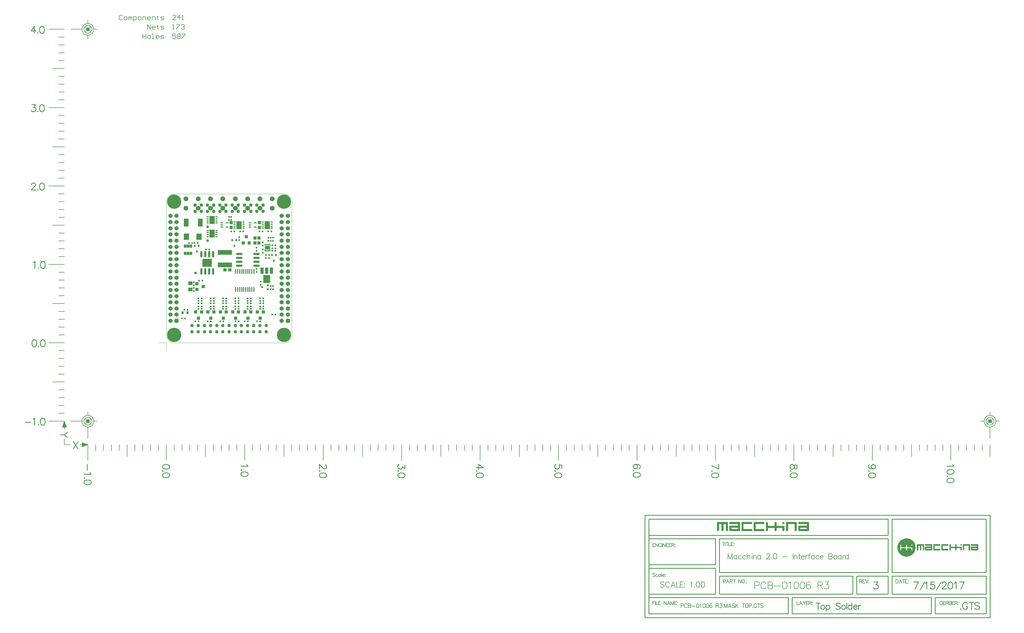
<source format=gts>
G04 This is an RS-274x file exported by *
G04 gerbv version 2.6A *
G04 More information is available about gerbv at *
G04 http://gerbv.geda-project.org/ *
G04 --End of header info--*
%MOIN*%
%FSLAX34Y34*%
%IPPOS*%
G04 --Define apertures--*
%ADD10C,0.0100*%
%ADD11C,0.0080*%
%ADD12C,0.0090*%
%ADD13C,0.0070*%
%ADD14C,0.0050*%
%ADD15C,0.0010*%
%ADD16R,0.0240X0.0240*%
%ADD17R,0.0240X0.0240*%
%ADD18O,0.0160X0.0640*%
%ADD19R,0.0320X0.0430*%
%ADD20C,0.0340*%
%ADD21R,0.1815X0.0631*%
%ADD22R,0.0440X0.0790*%
%ADD23R,0.0890X0.0990*%
%ADD24R,0.0400X0.0400*%
%ADD25R,0.1240X0.1040*%
%ADD26O,0.0280X0.0840*%
%ADD27O,0.0840X0.0280*%
%ADD28R,0.0640X0.1040*%
%ADD29R,0.0690X0.0790*%
%ADD30R,0.0340X0.0180*%
%ADD31R,0.0316X0.0138*%
%ADD32R,0.0690X0.1005*%
%ADD33R,0.0316X0.0138*%
%ADD34R,0.0158X0.0276*%
%ADD35R,0.0670X0.0394*%
%ADD36R,0.0390X0.0390*%
%ADD37R,0.0390X0.0390*%
%ADD38R,0.0290X0.0360*%
%ADD39R,0.0220X0.0290*%
%ADD40R,0.0290X0.0220*%
%ADD41R,0.0540X0.0490*%
%ADD42R,0.0400X0.0400*%
%ADD43C,0.0440*%
%ADD44C,0.0620*%
%ADD45C,0.0434*%
%ADD46C,0.0540*%
%AMMACRO47*
21,1,0.054000,0.025000,0.000000,0.000000,90.000000*
21,1,0.025000,0.054000,0.000000,0.000000,90.000000*
1,1,0.029000,0.012500,0.012500*
1,1,0.029000,0.012500,-0.012500*
1,1,0.029000,-0.012500,-0.012500*
1,1,0.029000,-0.012500,0.012500*
%
%ADD47MACRO47*%
%ADD48C,0.1820*%
G04 --Start main section--*
G36*
G01X0101356Y-025708D02*
G01X0101367Y-025719D01*
G01X0101372Y-025733D01*
G01X0101372Y-025740D01*
G01X0101372Y-025815D01*
G01X0101372Y-025822D01*
G01X0101367Y-025836D01*
G01X0101356Y-025847D01*
G01X0101342Y-025852D01*
G01X0101258Y-025852D01*
G01X0101244Y-025847D01*
G01X0101233Y-025836D01*
G01X0101228Y-025822D01*
G01X0101228Y-025815D01*
G01X0101228Y-025740D01*
G01X0101228Y-025733D01*
G01X0101233Y-025719D01*
G01X0101244Y-025708D01*
G01X0101258Y-025703D01*
G01X0101342Y-025703D01*
G01X0101356Y-025708D01*
G37*
G36*
G01X0101356Y-025708D02*
G37*
G36*
G01X0100691Y-025708D02*
G01X0100702Y-025719D01*
G01X0100708Y-025733D01*
G01X0100708Y-025740D01*
G01X0100708Y-025980D01*
G01X0100708Y-025987D01*
G01X0100714Y-026001D01*
G01X0100724Y-026011D01*
G01X0100738Y-026017D01*
G01X0100745Y-026017D01*
G01X0101342Y-026017D01*
G01X0101356Y-026023D01*
G01X0101367Y-026034D01*
G01X0101372Y-026048D01*
G01X0101372Y-026055D01*
G01X0101372Y-026405D01*
G01X0101372Y-026412D01*
G01X0101367Y-026426D01*
G01X0101356Y-026437D01*
G01X0101342Y-026442D01*
G01X0101258Y-026442D01*
G01X0101244Y-026437D01*
G01X0101233Y-026426D01*
G01X0101228Y-026412D01*
G01X0101228Y-026405D01*
G01X0101228Y-026205D01*
G01X0101227Y-026198D01*
G01X0101221Y-026184D01*
G01X0101211Y-026174D01*
G01X0101197Y-026168D01*
G01X0101190Y-026168D01*
G01X0100745Y-026168D01*
G01X0100738Y-026168D01*
G01X0100724Y-026174D01*
G01X0100714Y-026184D01*
G01X0100708Y-026198D01*
G01X0100708Y-026205D01*
G01X0100708Y-026405D01*
G01X0100708Y-026412D01*
G01X0100702Y-026426D01*
G01X0100691Y-026437D01*
G01X0100677Y-026442D01*
G01X0100588Y-026442D01*
G01X0100574Y-026437D01*
G01X0100563Y-026426D01*
G01X0100557Y-026412D01*
G01X0100557Y-026405D01*
G01X0100557Y-026205D01*
G01X0100557Y-026198D01*
G01X0100551Y-026184D01*
G01X0100541Y-026174D01*
G01X0100527Y-026168D01*
G01X0100520Y-026168D01*
G01X0100005Y-026168D01*
G01X0099998Y-026168D01*
G01X0099984Y-026174D01*
G01X0099974Y-026184D01*
G01X0099968Y-026198D01*
G01X0099967Y-026205D01*
G01X0099967Y-026405D01*
G01X0099967Y-026412D01*
G01X0099962Y-026426D01*
G01X0099951Y-026437D01*
G01X0099937Y-026442D01*
G01X0099848Y-026442D01*
G01X0099834Y-026437D01*
G01X0099823Y-026426D01*
G01X0099817Y-026412D01*
G01X0099817Y-026405D01*
G01X0099817Y-025740D01*
G01X0099817Y-025733D01*
G01X0099823Y-025719D01*
G01X0099834Y-025708D01*
G01X0099848Y-025703D01*
G01X0099937Y-025703D01*
G01X0099951Y-025708D01*
G01X0099962Y-025719D01*
G01X0099967Y-025733D01*
G01X0099967Y-025740D01*
G01X0099967Y-025980D01*
G01X0099968Y-025987D01*
G01X0099974Y-026001D01*
G01X0099984Y-026011D01*
G01X0099998Y-026017D01*
G01X0100005Y-026017D01*
G01X0100520Y-026017D01*
G01X0100527Y-026017D01*
G01X0100541Y-026011D01*
G01X0100551Y-026001D01*
G01X0100557Y-025987D01*
G01X0100557Y-025980D01*
G01X0100557Y-025740D01*
G01X0100557Y-025733D01*
G01X0100563Y-025719D01*
G01X0100574Y-025708D01*
G01X0100588Y-025703D01*
G01X0100677Y-025703D01*
G01X0100691Y-025708D01*
G37*
G36*
G01X0100691Y-025708D02*
G37*
G36*
G01X0103449Y-025706D02*
G01X0103459Y-025732D01*
G01X0103457Y-025735D01*
G01X0103457Y-025735D01*
G01X0103461Y-026405D01*
G01X0103449Y-026434D01*
G01X0103423Y-026444D01*
G01X0103420Y-026442D01*
G01X0103420Y-026442D01*
G01X0102605Y-026446D01*
G01X0102576Y-026434D01*
G01X0102566Y-026408D01*
G01X0102568Y-026405D01*
G01X0102568Y-026405D01*
G01X0102564Y-026035D01*
G01X0102576Y-026006D01*
G01X0102602Y-025996D01*
G01X0102605Y-025998D01*
G01X0102605Y-025998D01*
G01X0102605Y-025998D01*
G01X0103270Y-026001D01*
G01X0103299Y-025989D01*
G01X0103311Y-025960D01*
G01X0103311Y-025960D01*
G01X0103308Y-025957D01*
G01X0103311Y-025885D01*
G01X0103299Y-025856D01*
G01X0103270Y-025844D01*
G01X0103270Y-025847D01*
G01X0102605Y-025851D01*
G01X0102576Y-025839D01*
G01X0102566Y-025813D01*
G01X0102568Y-025810D01*
G01X0102568Y-025810D01*
G01X0102564Y-025735D01*
G01X0102576Y-025706D01*
G01X0102602Y-025696D01*
G01X0102605Y-025698D01*
G01X0102605Y-025698D01*
G01X0103420Y-025694D01*
G01X0103449Y-025706D01*
G37*
G36*
G01X0103449Y-025706D02*
G37*
G36*
G01X0097594Y-025706D02*
G01X0097604Y-025732D01*
G01X0097603Y-025735D01*
G01X0097603Y-025735D01*
G01X0097606Y-026405D01*
G01X0097594Y-026434D01*
G01X0097568Y-026444D01*
G01X0097565Y-026442D01*
G01X0097565Y-026442D01*
G01X0096750Y-026446D01*
G01X0096721Y-026434D01*
G01X0096711Y-026408D01*
G01X0096713Y-026405D01*
G01X0096713Y-026405D01*
G01X0096709Y-026035D01*
G01X0096721Y-026006D01*
G01X0096747Y-025996D01*
G01X0096750Y-025998D01*
G01X0096750Y-025998D01*
G01X0096750Y-025998D01*
G01X0097415Y-026001D01*
G01X0097444Y-025989D01*
G01X0097456Y-025960D01*
G01X0097456Y-025960D01*
G01X0097453Y-025957D01*
G01X0097456Y-025885D01*
G01X0097444Y-025856D01*
G01X0097415Y-025844D01*
G01X0097415Y-025847D01*
G01X0096750Y-025851D01*
G01X0096721Y-025839D01*
G01X0096711Y-025813D01*
G01X0096713Y-025810D01*
G01X0096713Y-025810D01*
G01X0096709Y-025735D01*
G01X0096721Y-025706D01*
G01X0096747Y-025696D01*
G01X0096750Y-025698D01*
G01X0096750Y-025698D01*
G01X0097565Y-025694D01*
G01X0097594Y-025706D01*
G37*
G36*
G01X0097594Y-025706D02*
G37*
G36*
G01X0102406Y-025703D02*
G01X0102417Y-025714D01*
G01X0102423Y-025728D01*
G01X0102423Y-025735D01*
G01X0102423Y-026405D01*
G01X0102423Y-026412D01*
G01X0102417Y-026426D01*
G01X0102406Y-026437D01*
G01X0102392Y-026442D01*
G01X0102303Y-026442D01*
G01X0102289Y-026437D01*
G01X0102278Y-026426D01*
G01X0102273Y-026412D01*
G01X0102273Y-026405D01*
G01X0102273Y-025885D01*
G01X0102272Y-025878D01*
G01X0102266Y-025864D01*
G01X0102256Y-025854D01*
G01X0102242Y-025848D01*
G01X0102235Y-025847D01*
G01X0101715Y-025847D01*
G01X0101708Y-025848D01*
G01X0101694Y-025854D01*
G01X0101684Y-025864D01*
G01X0101678Y-025878D01*
G01X0101678Y-025885D01*
G01X0101678Y-026405D01*
G01X0101678Y-026412D01*
G01X0101672Y-026426D01*
G01X0101661Y-026437D01*
G01X0101647Y-026442D01*
G01X0101563Y-026442D01*
G01X0101549Y-026437D01*
G01X0101538Y-026426D01*
G01X0101532Y-026412D01*
G01X0101532Y-026405D01*
G01X0101532Y-025735D01*
G01X0101532Y-025728D01*
G01X0101538Y-025714D01*
G01X0101549Y-025703D01*
G01X0101563Y-025698D01*
G01X0102392Y-025698D01*
G01X0102406Y-025703D01*
G37*
G36*
G01X0102406Y-025703D02*
G37*
G36*
G01X0096551Y-025703D02*
G01X0096562Y-025714D01*
G01X0096567Y-025728D01*
G01X0096567Y-025735D01*
G01X0096567Y-026405D01*
G01X0096567Y-026412D01*
G01X0096562Y-026426D01*
G01X0096551Y-026437D01*
G01X0096537Y-026442D01*
G01X0096448Y-026442D01*
G01X0096434Y-026437D01*
G01X0096423Y-026426D01*
G01X0096418Y-026412D01*
G01X0096418Y-026405D01*
G01X0096418Y-025885D01*
G01X0096417Y-025878D01*
G01X0096411Y-025864D01*
G01X0096401Y-025854D01*
G01X0096387Y-025848D01*
G01X0096380Y-025847D01*
G01X0096230Y-025847D01*
G01X0096223Y-025848D01*
G01X0096209Y-025854D01*
G01X0096199Y-025864D01*
G01X0096193Y-025878D01*
G01X0096193Y-025885D01*
G01X0096193Y-026405D01*
G01X0096193Y-026412D01*
G01X0096187Y-026426D01*
G01X0096176Y-026437D01*
G01X0096162Y-026442D01*
G01X0096078Y-026442D01*
G01X0096064Y-026437D01*
G01X0096053Y-026426D01*
G01X0096047Y-026412D01*
G01X0096047Y-026405D01*
G01X0096047Y-025885D01*
G01X0096047Y-025878D01*
G01X0096041Y-025864D01*
G01X0096031Y-025854D01*
G01X0096017Y-025848D01*
G01X0096010Y-025847D01*
G01X0095860Y-025847D01*
G01X0095853Y-025848D01*
G01X0095839Y-025854D01*
G01X0095829Y-025864D01*
G01X0095823Y-025878D01*
G01X0095822Y-025885D01*
G01X0095822Y-026405D01*
G01X0095822Y-026412D01*
G01X0095817Y-026426D01*
G01X0095806Y-026437D01*
G01X0095792Y-026442D01*
G01X0095703Y-026442D01*
G01X0095689Y-026437D01*
G01X0095678Y-026426D01*
G01X0095673Y-026412D01*
G01X0095673Y-026405D01*
G01X0095673Y-025735D01*
G01X0095673Y-025728D01*
G01X0095678Y-025714D01*
G01X0095689Y-025703D01*
G01X0095703Y-025698D01*
G01X0096537Y-025698D01*
G01X0096551Y-025703D01*
G37*
G36*
G01X0096551Y-025703D02*
G37*
G36*
G01X0094525Y-024971D02*
G01X0094700Y-025013D01*
G01X0094866Y-025082D01*
G01X0095020Y-025176D01*
G01X0095157Y-025293D01*
G01X0095274Y-025430D01*
G01X0095368Y-025584D01*
G01X0095437Y-025750D01*
G01X0095479Y-025925D01*
G01X0095494Y-026105D01*
G01X0095479Y-026285D01*
G01X0095437Y-026460D01*
G01X0095368Y-026626D01*
G01X0095274Y-026780D01*
G01X0095157Y-026917D01*
G01X0095020Y-027034D01*
G01X0094866Y-027128D01*
G01X0094700Y-027197D01*
G01X0094525Y-027239D01*
G01X0094345Y-027254D01*
G01X0094165Y-027239D01*
G01X0093990Y-027197D01*
G01X0093824Y-027128D01*
G01X0093670Y-027034D01*
G01X0093533Y-026917D01*
G01X0093416Y-026780D01*
G01X0093322Y-026626D01*
G01X0093253Y-026460D01*
G01X0093211Y-026285D01*
G01X0093196Y-026105D01*
G01X0093211Y-025925D01*
G01X0093253Y-025750D01*
G01X0093322Y-025584D01*
G01X0093416Y-025430D01*
G01X0093533Y-025293D01*
G01X0093670Y-025176D01*
G01X0093824Y-025082D01*
G01X0093990Y-025013D01*
G01X0094165Y-024971D01*
G01X0094345Y-024956D01*
G01X0094525Y-024971D01*
G37*
G36*
G01X0094525Y-024971D02*
G37*
G36*
G01X0099656Y-025703D02*
G01X0099667Y-025714D01*
G01X0099672Y-025728D01*
G01X0099672Y-025735D01*
G01X0099672Y-025810D01*
G01X0099672Y-025817D01*
G01X0099667Y-025831D01*
G01X0099656Y-025842D01*
G01X0099642Y-025847D01*
G01X0098970Y-025847D01*
G01X0098963Y-025848D01*
G01X0098949Y-025854D01*
G01X0098939Y-025864D01*
G01X0098933Y-025878D01*
G01X0098933Y-025885D01*
G01X0098933Y-026255D01*
G01X0098933Y-026262D01*
G01X0098939Y-026276D01*
G01X0098949Y-026286D01*
G01X0098963Y-026292D01*
G01X0098970Y-026293D01*
G01X0099642Y-026293D01*
G01X0099656Y-026298D01*
G01X0099667Y-026309D01*
G01X0099672Y-026323D01*
G01X0099672Y-026330D01*
G01X0099672Y-026405D01*
G01X0099672Y-026412D01*
G01X0099667Y-026426D01*
G01X0099656Y-026437D01*
G01X0099642Y-026442D01*
G01X0098813Y-026442D01*
G01X0098799Y-026437D01*
G01X0098788Y-026426D01*
G01X0098783Y-026412D01*
G01X0098783Y-026405D01*
G01X0098783Y-025735D01*
G01X0098783Y-025728D01*
G01X0098788Y-025714D01*
G01X0098799Y-025703D01*
G01X0098813Y-025698D01*
G01X0099642Y-025698D01*
G01X0099656Y-025703D01*
G37*
G36*
G01X0099656Y-025703D02*
G37*
G36*
G01X0098621Y-025703D02*
G01X0098632Y-025714D01*
G01X0098638Y-025728D01*
G01X0098638Y-025735D01*
G01X0098638Y-025810D01*
G01X0098638Y-025817D01*
G01X0098632Y-025831D01*
G01X0098621Y-025842D01*
G01X0098607Y-025847D01*
G01X0097935Y-025847D01*
G01X0097928Y-025848D01*
G01X0097914Y-025854D01*
G01X0097904Y-025864D01*
G01X0097898Y-025878D01*
G01X0097898Y-025885D01*
G01X0097898Y-026255D01*
G01X0097898Y-026262D01*
G01X0097904Y-026276D01*
G01X0097914Y-026286D01*
G01X0097928Y-026292D01*
G01X0097935Y-026293D01*
G01X0098607Y-026293D01*
G01X0098621Y-026298D01*
G01X0098632Y-026309D01*
G01X0098638Y-026323D01*
G01X0098638Y-026330D01*
G01X0098638Y-026405D01*
G01X0098638Y-026412D01*
G01X0098632Y-026426D01*
G01X0098621Y-026437D01*
G01X0098607Y-026442D01*
G01X0097778Y-026442D01*
G01X0097764Y-026437D01*
G01X0097753Y-026426D01*
G01X0097747Y-026412D01*
G01X0097747Y-026405D01*
G01X0097747Y-025735D01*
G01X0097747Y-025728D01*
G01X0097753Y-025714D01*
G01X0097764Y-025703D01*
G01X0097778Y-025698D01*
G01X0098607Y-025698D01*
G01X0098621Y-025703D01*
G37*
G36*
G01X0098621Y-025703D02*
G37*
G36*
G01X0071527Y-022880D02*
G01X0071543Y-022896D01*
G01X0071551Y-022916D01*
G01X0071551Y-022927D01*
G01X0071551Y-023932D01*
G01X0071551Y-023944D01*
G01X0071543Y-023964D01*
G01X0071527Y-023980D01*
G01X0071506Y-023989D01*
G01X0071371Y-023989D01*
G01X0071351Y-023980D01*
G01X0071335Y-023964D01*
G01X0071326Y-023944D01*
G01X0071326Y-023932D01*
G01X0071326Y-023152D01*
G01X0071325Y-023142D01*
G01X0071317Y-023121D01*
G01X0071301Y-023106D01*
G01X0071281Y-023097D01*
G01X0071270Y-023096D01*
G01X0071045Y-023096D01*
G01X0071034Y-023097D01*
G01X0071014Y-023106D01*
G01X0070998Y-023121D01*
G01X0070990Y-023142D01*
G01X0070989Y-023152D01*
G01X0070989Y-023932D01*
G01X0070989Y-023944D01*
G01X0070980Y-023964D01*
G01X0070964Y-023980D01*
G01X0070944Y-023989D01*
G01X0070816Y-023989D01*
G01X0070796Y-023980D01*
G01X0070780Y-023964D01*
G01X0070771Y-023944D01*
G01X0070771Y-023932D01*
G01X0070771Y-023152D01*
G01X0070770Y-023142D01*
G01X0070762Y-023121D01*
G01X0070746Y-023106D01*
G01X0070726Y-023097D01*
G01X0070715Y-023096D01*
G01X0070490Y-023096D01*
G01X0070479Y-023097D01*
G01X0070459Y-023106D01*
G01X0070443Y-023121D01*
G01X0070435Y-023142D01*
G01X0070434Y-023152D01*
G01X0070434Y-023932D01*
G01X0070434Y-023944D01*
G01X0070425Y-023964D01*
G01X0070409Y-023980D01*
G01X0070389Y-023989D01*
G01X0070254Y-023989D01*
G01X0070233Y-023980D01*
G01X0070217Y-023964D01*
G01X0070209Y-023944D01*
G01X0070209Y-023932D01*
G01X0070209Y-022927D01*
G01X0070209Y-022916D01*
G01X0070217Y-022896D01*
G01X0070233Y-022880D01*
G01X0070254Y-022871D01*
G01X0071506Y-022871D01*
G01X0071527Y-022880D01*
G37*
G36*
G01X0071527Y-022880D02*
G37*
G36*
G01X0078734Y-022887D02*
G01X0078750Y-022903D01*
G01X0078759Y-022924D01*
G01X0078759Y-022935D01*
G01X0078759Y-023047D01*
G01X0078759Y-023059D01*
G01X0078750Y-023079D01*
G01X0078734Y-023095D01*
G01X0078714Y-023104D01*
G01X0078586Y-023104D01*
G01X0078566Y-023095D01*
G01X0078550Y-023079D01*
G01X0078541Y-023059D01*
G01X0078541Y-023047D01*
G01X0078541Y-022935D01*
G01X0078541Y-022924D01*
G01X0078550Y-022903D01*
G01X0078566Y-022887D01*
G01X0078586Y-022879D01*
G01X0078714Y-022879D01*
G01X0078734Y-022887D01*
G37*
G36*
G01X0078734Y-022887D02*
G37*
G36*
G01X0081830Y-022871D02*
G01X0081830Y-022871D01*
G01X0081834Y-022868D01*
G01X0081873Y-022884D01*
G01X0081891Y-022927D01*
G01X0081886Y-023932D01*
G01X0081886Y-023932D01*
G01X0081889Y-023937D01*
G01X0081873Y-023976D01*
G01X0081830Y-023993D01*
G01X0080608Y-023989D01*
G01X0080608Y-023989D01*
G01X0080603Y-023992D01*
G01X0080564Y-023976D01*
G01X0080547Y-023932D01*
G01X0080551Y-023377D01*
G01X0080551Y-023377D01*
G01X0080548Y-023373D01*
G01X0080564Y-023334D01*
G01X0080608Y-023317D01*
G01X0081605Y-023321D01*
G01X0081605Y-023326D01*
G01X0081648Y-023308D01*
G01X0081666Y-023265D01*
G01X0081661Y-023157D01*
G01X0081666Y-023152D01*
G01X0081666Y-023152D01*
G01X0081648Y-023109D01*
G01X0081605Y-023092D01*
G01X0080608Y-023096D01*
G01X0080608Y-023096D01*
G01X0080608Y-023096D01*
G01X0080603Y-023099D01*
G01X0080564Y-023083D01*
G01X0080547Y-023040D01*
G01X0080551Y-022927D01*
G01X0080551Y-022927D01*
G01X0080548Y-022923D01*
G01X0080564Y-022884D01*
G01X0080608Y-022867D01*
G01X0081830Y-022871D01*
G37*
G36*
G01X0081830Y-022871D02*
G37*
G36*
G01X0077737Y-022887D02*
G01X0077753Y-022903D01*
G01X0077761Y-022924D01*
G01X0077761Y-022935D01*
G01X0077761Y-023295D01*
G01X0077762Y-023306D01*
G01X0077771Y-023326D01*
G01X0077786Y-023342D01*
G01X0077807Y-023350D01*
G01X0077818Y-023351D01*
G01X0078714Y-023351D01*
G01X0078734Y-023360D01*
G01X0078750Y-023376D01*
G01X0078759Y-023396D01*
G01X0078759Y-023407D01*
G01X0078759Y-023932D01*
G01X0078759Y-023944D01*
G01X0078750Y-023964D01*
G01X0078734Y-023980D01*
G01X0078714Y-023989D01*
G01X0078586Y-023989D01*
G01X0078566Y-023980D01*
G01X0078550Y-023964D01*
G01X0078541Y-023944D01*
G01X0078541Y-023932D01*
G01X0078541Y-023633D01*
G01X0078540Y-023622D01*
G01X0078532Y-023601D01*
G01X0078516Y-023586D01*
G01X0078496Y-023577D01*
G01X0078485Y-023576D01*
G01X0077818Y-023576D01*
G01X0077807Y-023577D01*
G01X0077786Y-023586D01*
G01X0077771Y-023601D01*
G01X0077762Y-023622D01*
G01X0077761Y-023633D01*
G01X0077761Y-023932D01*
G01X0077761Y-023944D01*
G01X0077753Y-023964D01*
G01X0077737Y-023980D01*
G01X0077716Y-023989D01*
G01X0077581Y-023989D01*
G01X0077561Y-023980D01*
G01X0077545Y-023964D01*
G01X0077536Y-023944D01*
G01X0077536Y-023932D01*
G01X0077536Y-023633D01*
G01X0077535Y-023622D01*
G01X0077527Y-023601D01*
G01X0077511Y-023586D01*
G01X0077491Y-023577D01*
G01X0077480Y-023576D01*
G01X0076708Y-023576D01*
G01X0076697Y-023577D01*
G01X0076676Y-023586D01*
G01X0076661Y-023601D01*
G01X0076652Y-023622D01*
G01X0076651Y-023633D01*
G01X0076651Y-023932D01*
G01X0076651Y-023944D01*
G01X0076643Y-023964D01*
G01X0076627Y-023980D01*
G01X0076606Y-023989D01*
G01X0076471Y-023989D01*
G01X0076451Y-023980D01*
G01X0076435Y-023964D01*
G01X0076426Y-023944D01*
G01X0076426Y-023932D01*
G01X0076426Y-022935D01*
G01X0076426Y-022924D01*
G01X0076435Y-022903D01*
G01X0076451Y-022887D01*
G01X0076471Y-022879D01*
G01X0076606Y-022879D01*
G01X0076627Y-022887D01*
G01X0076643Y-022903D01*
G01X0076651Y-022924D01*
G01X0076651Y-022935D01*
G01X0076651Y-023295D01*
G01X0076652Y-023306D01*
G01X0076661Y-023326D01*
G01X0076676Y-023342D01*
G01X0076697Y-023350D01*
G01X0076708Y-023351D01*
G01X0077480Y-023351D01*
G01X0077491Y-023350D01*
G01X0077511Y-023342D01*
G01X0077527Y-023326D01*
G01X0077535Y-023306D01*
G01X0077536Y-023295D01*
G01X0077536Y-022935D01*
G01X0077536Y-022924D01*
G01X0077545Y-022903D01*
G01X0077561Y-022887D01*
G01X0077581Y-022879D01*
G01X0077716Y-022879D01*
G01X0077737Y-022887D01*
G37*
G36*
G01X0077737Y-022887D02*
G37*
G36*
G01X0073091Y-022884D02*
G01X0073107Y-022923D01*
G01X0073104Y-022927D01*
G01X0073104Y-022927D01*
G01X0073108Y-023932D01*
G01X0073091Y-023976D01*
G01X0073052Y-023992D01*
G01X0073047Y-023989D01*
G01X0073047Y-023989D01*
G01X0071825Y-023993D01*
G01X0071782Y-023976D01*
G01X0071766Y-023937D01*
G01X0071769Y-023932D01*
G01X0071769Y-023932D01*
G01X0071764Y-023377D01*
G01X0071782Y-023334D01*
G01X0071821Y-023318D01*
G01X0071825Y-023321D01*
G01X0071825Y-023321D01*
G01X0071825Y-023321D01*
G01X0072822Y-023326D01*
G01X0072866Y-023308D01*
G01X0072883Y-023265D01*
G01X0072883Y-023265D01*
G01X0072879Y-023260D01*
G01X0072883Y-023152D01*
G01X0072866Y-023109D01*
G01X0072822Y-023092D01*
G01X0072822Y-023096D01*
G01X0071825Y-023101D01*
G01X0071782Y-023083D01*
G01X0071766Y-023044D01*
G01X0071769Y-023040D01*
G01X0071769Y-023040D01*
G01X0071764Y-022927D01*
G01X0071782Y-022884D01*
G01X0071821Y-022868D01*
G01X0071825Y-022871D01*
G01X0071825Y-022871D01*
G01X0073047Y-022867D01*
G01X0073091Y-022884D01*
G37*
G36*
G01X0073091Y-022884D02*
G37*
G36*
G01X0074632Y-022880D02*
G01X0074648Y-022896D01*
G01X0074656Y-022916D01*
G01X0074656Y-022927D01*
G01X0074656Y-023040D01*
G01X0074656Y-023051D01*
G01X0074648Y-023072D01*
G01X0074632Y-023088D01*
G01X0074611Y-023096D01*
G01X0073602Y-023096D01*
G01X0073592Y-023097D01*
G01X0073571Y-023106D01*
G01X0073556Y-023121D01*
G01X0073547Y-023142D01*
G01X0073546Y-023152D01*
G01X0073546Y-023707D01*
G01X0073547Y-023718D01*
G01X0073556Y-023739D01*
G01X0073571Y-023754D01*
G01X0073592Y-023763D01*
G01X0073602Y-023764D01*
G01X0074611Y-023764D01*
G01X0074632Y-023772D01*
G01X0074648Y-023788D01*
G01X0074656Y-023809D01*
G01X0074656Y-023820D01*
G01X0074656Y-023932D01*
G01X0074656Y-023944D01*
G01X0074648Y-023964D01*
G01X0074632Y-023980D01*
G01X0074611Y-023989D01*
G01X0073366Y-023989D01*
G01X0073346Y-023980D01*
G01X0073330Y-023964D01*
G01X0073321Y-023944D01*
G01X0073321Y-023932D01*
G01X0073321Y-022927D01*
G01X0073321Y-022916D01*
G01X0073330Y-022896D01*
G01X0073346Y-022880D01*
G01X0073366Y-022871D01*
G01X0074611Y-022871D01*
G01X0074632Y-022880D01*
G37*
G36*
G01X0074632Y-022880D02*
G37*
G36*
G01X0076184Y-022880D02*
G01X0076200Y-022896D01*
G01X0076209Y-022916D01*
G01X0076209Y-022927D01*
G01X0076209Y-023040D01*
G01X0076209Y-023051D01*
G01X0076200Y-023072D01*
G01X0076184Y-023088D01*
G01X0076164Y-023096D01*
G01X0075155Y-023096D01*
G01X0075144Y-023097D01*
G01X0075124Y-023106D01*
G01X0075108Y-023121D01*
G01X0075100Y-023142D01*
G01X0075099Y-023152D01*
G01X0075099Y-023707D01*
G01X0075100Y-023718D01*
G01X0075108Y-023739D01*
G01X0075124Y-023754D01*
G01X0075144Y-023763D01*
G01X0075155Y-023764D01*
G01X0076164Y-023764D01*
G01X0076184Y-023772D01*
G01X0076200Y-023788D01*
G01X0076209Y-023809D01*
G01X0076209Y-023820D01*
G01X0076209Y-023932D01*
G01X0076209Y-023944D01*
G01X0076200Y-023964D01*
G01X0076184Y-023980D01*
G01X0076164Y-023989D01*
G01X0074919Y-023989D01*
G01X0074898Y-023980D01*
G01X0074882Y-023964D01*
G01X0074874Y-023944D01*
G01X0074874Y-023932D01*
G01X0074874Y-022927D01*
G01X0074874Y-022916D01*
G01X0074882Y-022896D01*
G01X0074898Y-022880D01*
G01X0074919Y-022871D01*
G01X0076164Y-022871D01*
G01X0076184Y-022880D01*
G37*
G36*
G01X0076184Y-022880D02*
G37*
G36*
G01X0080309Y-022880D02*
G01X0080325Y-022896D01*
G01X0080334Y-022916D01*
G01X0080334Y-022927D01*
G01X0080334Y-023932D01*
G01X0080334Y-023944D01*
G01X0080325Y-023964D01*
G01X0080309Y-023980D01*
G01X0080289Y-023989D01*
G01X0080154Y-023989D01*
G01X0080133Y-023980D01*
G01X0080117Y-023964D01*
G01X0080109Y-023944D01*
G01X0080109Y-023932D01*
G01X0080109Y-023152D01*
G01X0080108Y-023142D01*
G01X0080099Y-023121D01*
G01X0080084Y-023106D01*
G01X0080063Y-023097D01*
G01X0080052Y-023096D01*
G01X0079272Y-023096D01*
G01X0079262Y-023097D01*
G01X0079241Y-023106D01*
G01X0079226Y-023121D01*
G01X0079217Y-023142D01*
G01X0079216Y-023152D01*
G01X0079216Y-023932D01*
G01X0079216Y-023944D01*
G01X0079208Y-023964D01*
G01X0079192Y-023980D01*
G01X0079171Y-023989D01*
G01X0079044Y-023989D01*
G01X0079023Y-023980D01*
G01X0079007Y-023964D01*
G01X0078999Y-023944D01*
G01X0078999Y-023932D01*
G01X0078999Y-022927D01*
G01X0078999Y-022916D01*
G01X0079007Y-022896D01*
G01X0079023Y-022880D01*
G01X0079044Y-022871D01*
G01X0080289Y-022871D01*
G01X0080309Y-022880D01*
G37*
G36*
G01X0080309Y-022880D02*
G37*
%LPC*%
G36*
G01X0102750Y-026144D02*
G01X0102750Y-026144D01*
G01X0102721Y-026156D01*
G01X0102709Y-026185D01*
G01X0102712Y-026252D01*
G01X0102709Y-026255D01*
G01X0102709Y-026255D01*
G01X0102721Y-026284D01*
G01X0102750Y-026296D01*
G01X0103267Y-026293D01*
G01X0103270Y-026296D01*
G01X0103270Y-026296D01*
G01X0103299Y-026284D01*
G01X0103311Y-026255D01*
G01X0103308Y-026188D01*
G01X0103311Y-026185D01*
G01X0103311Y-026185D01*
G01X0103299Y-026156D01*
G01X0103270Y-026144D01*
G01X0102753Y-026147D01*
G01X0102750Y-026144D01*
G37*
G36*
G01X0102750Y-026144D02*
G37*
G36*
G01X0096895Y-026144D02*
G01X0096895Y-026144D01*
G01X0096866Y-026156D01*
G01X0096854Y-026185D01*
G01X0096857Y-026252D01*
G01X0096854Y-026255D01*
G01X0096854Y-026255D01*
G01X0096866Y-026284D01*
G01X0096895Y-026296D01*
G01X0097412Y-026293D01*
G01X0097415Y-026296D01*
G01X0097415Y-026296D01*
G01X0097444Y-026284D01*
G01X0097456Y-026255D01*
G01X0097453Y-026188D01*
G01X0097456Y-026185D01*
G01X0097456Y-026185D01*
G01X0097444Y-026156D01*
G01X0097415Y-026144D01*
G01X0096898Y-026147D01*
G01X0096895Y-026144D01*
G37*
G36*
G01X0096895Y-026144D02*
G37*
G36*
G01X0094975Y-025734D02*
G01X0094975Y-025734D01*
G01X0094946Y-025746D01*
G01X0094934Y-025775D01*
G01X0094937Y-025847D01*
G01X0094934Y-025850D01*
G01X0094934Y-025850D01*
G01X0094946Y-025879D01*
G01X0094975Y-025891D01*
G01X0095042Y-025888D01*
G01X0095045Y-025891D01*
G01X0095045Y-025891D01*
G01X0095074Y-025879D01*
G01X0095086Y-025850D01*
G01X0095083Y-025778D01*
G01X0095086Y-025775D01*
G01X0095086Y-025775D01*
G01X0095074Y-025746D01*
G01X0095045Y-025734D01*
G01X0094978Y-025737D01*
G01X0094975Y-025734D01*
G37*
G36*
G01X0094975Y-025734D02*
G37*
G36*
G01X0094305Y-025734D02*
G01X0094305Y-025734D01*
G01X0094276Y-025746D01*
G01X0094264Y-025775D01*
G01X0094268Y-026015D01*
G01X0094268Y-026015D01*
G01X0094268Y-026015D01*
G01X0094269Y-026018D01*
G01X0094259Y-026044D01*
G01X0094230Y-026056D01*
G01X0093715Y-026052D01*
G01X0093715Y-026052D01*
G01X0093712Y-026054D01*
G01X0093686Y-026044D01*
G01X0093674Y-026015D01*
G01X0093678Y-025775D01*
G01X0093681Y-025775D01*
G01X0093669Y-025746D01*
G01X0093640Y-025734D01*
G01X0093568Y-025737D01*
G01X0093565Y-025734D01*
G01X0093565Y-025734D01*
G01X0093536Y-025746D01*
G01X0093524Y-025775D01*
G01X0093527Y-026437D01*
G01X0093524Y-026440D01*
G01X0093524Y-026440D01*
G01X0093536Y-026469D01*
G01X0093565Y-026481D01*
G01X0093637Y-026478D01*
G01X0093640Y-026481D01*
G01X0093640Y-026481D01*
G01X0093669Y-026469D01*
G01X0093681Y-026440D01*
G01X0093678Y-026240D01*
G01X0093678Y-026240D01*
G01X0093678Y-026240D01*
G01X0093676Y-026237D01*
G01X0093686Y-026211D01*
G01X0093715Y-026199D01*
G01X0094230Y-026202D01*
G01X0094230Y-026202D01*
G01X0094233Y-026201D01*
G01X0094259Y-026211D01*
G01X0094271Y-026240D01*
G01X0094268Y-026440D01*
G01X0094264Y-026440D01*
G01X0094276Y-026469D01*
G01X0094305Y-026481D01*
G01X0094377Y-026478D01*
G01X0094380Y-026481D01*
G01X0094380Y-026481D01*
G01X0094409Y-026469D01*
G01X0094421Y-026440D01*
G01X0094417Y-026240D01*
G01X0094417Y-026240D01*
G01X0094417Y-026240D01*
G01X0094416Y-026237D01*
G01X0094426Y-026211D01*
G01X0094455Y-026199D01*
G01X0094900Y-026202D01*
G01X0094900Y-026202D01*
G01X0094903Y-026201D01*
G01X0094929Y-026211D01*
G01X0094941Y-026240D01*
G01X0094937Y-026440D01*
G01X0094934Y-026440D01*
G01X0094946Y-026469D01*
G01X0094975Y-026481D01*
G01X0095042Y-026478D01*
G01X0095045Y-026481D01*
G01X0095045Y-026481D01*
G01X0095074Y-026469D01*
G01X0095086Y-026440D01*
G01X0095083Y-026093D01*
G01X0095086Y-026090D01*
G01X0095086Y-026090D01*
G01X0095074Y-026061D01*
G01X0095045Y-026049D01*
G01X0094455Y-026052D01*
G01X0094455Y-026052D01*
G01X0094455Y-026052D01*
G01X0094452Y-026054D01*
G01X0094426Y-026044D01*
G01X0094414Y-026015D01*
G01X0094417Y-025775D01*
G01X0094421Y-025775D01*
G01X0094409Y-025746D01*
G01X0094380Y-025734D01*
G01X0094308Y-025737D01*
G01X0094305Y-025734D01*
G37*
G36*
G01X0094305Y-025734D02*
G37*
G36*
G01X0081605Y-023542D02*
G01X0081600Y-023546D01*
G01X0080825Y-023542D01*
G01X0080782Y-023559D01*
G01X0080764Y-023602D01*
G01X0080764Y-023602D01*
G01X0080769Y-023607D01*
G01X0080764Y-023707D01*
G01X0080782Y-023751D01*
G01X0080825Y-023768D01*
G01X0080825Y-023768D01*
G01X0080830Y-023764D01*
G01X0081605Y-023768D01*
G01X0081648Y-023751D01*
G01X0081666Y-023707D01*
G01X0081666Y-023707D01*
G01X0081661Y-023703D01*
G01X0081666Y-023602D01*
G01X0081648Y-023559D01*
G01X0081605Y-023542D01*
G01X0081605Y-023542D01*
G37*
G36*
G01X0081605Y-023542D02*
G37*
G36*
G01X0072042Y-023542D02*
G01X0072042Y-023542D01*
G01X0071999Y-023559D01*
G01X0071982Y-023602D01*
G01X0071986Y-023703D01*
G01X0071982Y-023707D01*
G01X0071982Y-023707D01*
G01X0071999Y-023751D01*
G01X0072042Y-023768D01*
G01X0072818Y-023764D01*
G01X0072822Y-023768D01*
G01X0072822Y-023768D01*
G01X0072866Y-023751D01*
G01X0072883Y-023707D01*
G01X0072879Y-023607D01*
G01X0072883Y-023602D01*
G01X0072883Y-023602D01*
G01X0072866Y-023559D01*
G01X0072822Y-023542D01*
G01X0072047Y-023546D01*
G01X0072042Y-023542D01*
G37*
G36*
G01X0072042Y-023542D02*
G37*
%LPD*%
G54D10*
G01X0061500Y-024550D02*
G01X0061500Y-022500D01*
G01X0092000Y-024550D02*
G01X0092000Y-022500D01*
G01X0092500Y-029300D02*
G01X0092500Y-022500D01*
G01X0104500Y-029300D02*
G01X0104500Y-022500D01*
G01X0092000Y-029300D02*
G01X0092000Y-025000D01*
G01X0061500Y-028300D02*
G01X0061500Y-025000D01*
G01X0070000Y-028300D02*
G01X0070000Y-025000D01*
G01X0070500Y-029300D02*
G01X0070500Y-025000D01*
G01X0070500Y-032050D02*
G01X0070500Y-029750D01*
G01X0070000Y-032050D02*
G01X0070000Y-028750D01*
G01X0061500Y-032050D02*
G01X0061500Y-028750D01*
G01X0087500Y-032050D02*
G01X0087500Y-029750D01*
G01X0088000Y-032050D02*
G01X0088000Y-029750D01*
G01X0092000Y-032050D02*
G01X0092000Y-029750D01*
G01X0092500Y-032050D02*
G01X0092500Y-029750D01*
G01X0104500Y-032050D02*
G01X0104500Y-029750D01*
G01X0061500Y-034550D02*
G01X0061500Y-032500D01*
G01X0061000Y-035050D02*
G01X0061000Y-022000D01*
G01X0079250Y-034550D02*
G01X0079250Y-032500D01*
G01X0079750Y-034550D02*
G01X0079750Y-032500D01*
G01X0097500Y-034550D02*
G01X0097500Y-032500D01*
G01X0098000Y-034550D02*
G01X0098000Y-032500D01*
G01X0104500Y-034550D02*
G01X0104500Y-032500D01*
G01X0105000Y-035050D02*
G01X0105000Y-022000D01*
G01X0061500Y-024550D02*
G01X0092000Y-024550D01*
G01X0061500Y-022500D02*
G01X0092000Y-022500D01*
G01X0061000Y-022000D02*
G01X0105000Y-022000D01*
G01X0092500Y-022500D02*
G01X0104500Y-022500D01*
G01X0092500Y-029300D02*
G01X0104500Y-029300D01*
G01X0092500Y-029750D02*
G01X0104500Y-029750D01*
G01X0088000Y-029750D02*
G01X0092000Y-029750D01*
G01X0070500Y-025000D02*
G01X0092000Y-025000D01*
G01X0061500Y-025000D02*
G01X0070000Y-025000D01*
G01X0061500Y-028300D02*
G01X0070000Y-028300D01*
G01X0070500Y-029300D02*
G01X0092000Y-029300D01*
G01X0061500Y-028750D02*
G01X0070000Y-028750D01*
G01X0061500Y-032050D02*
G01X0070000Y-032050D01*
G01X0061500Y-032500D02*
G01X0079250Y-032500D01*
G01X0070500Y-032050D02*
G01X0087500Y-032050D01*
G01X0070500Y-029750D02*
G01X0087500Y-029750D01*
G01X0088000Y-032050D02*
G01X0092000Y-032050D01*
G01X0092500Y-032050D02*
G01X0104500Y-032050D01*
G01X0098000Y-032500D02*
G01X0104500Y-032500D01*
G01X0079750Y-032500D02*
G01X0097500Y-032500D01*
G01X0061500Y-034550D02*
G01X0079250Y-034550D01*
G01X0079750Y-034550D02*
G01X0097500Y-034550D01*
G01X0098000Y-034550D02*
G01X0104500Y-034550D01*
G01X0061000Y-035050D02*
G01X0105000Y-035050D01*
G01X0061000Y-025750D02*
G01X0061000Y-023700D01*
G01X0061500Y-030500D02*
G01X0061500Y-023700D01*
G01X0061500Y-033250D02*
G01X0061500Y-030950D01*
G54D11*
G01X-009500Y-010000D02*
G01X-009510Y-009899D01*
G01X-009510Y-009899D02*
G01X-009540Y-009803D01*
G01X-009540Y-009803D02*
G01X-009590Y-009714D01*
G01X-009590Y-009714D02*
G01X-009655Y-009638D01*
G01X-009655Y-009638D02*
G01X-009735Y-009576D01*
G01X-009735Y-009576D02*
G01X-009826Y-009531D01*
G01X-009826Y-009531D02*
G01X-009924Y-009506D01*
G01X-009924Y-009506D02*
G01X-010025Y-009501D01*
G01X-010025Y-009501D02*
G01X-010125Y-009516D01*
G01X-010125Y-009516D02*
G01X-010220Y-009551D01*
G01X-010220Y-009551D02*
G01X-010306Y-009605D01*
G01X-010306Y-009605D02*
G01X-010379Y-009674D01*
G01X-010379Y-009674D02*
G01X-010437Y-009757D01*
G01X-010437Y-009757D02*
G01X-010477Y-009850D01*
G01X-010477Y-009850D02*
G01X-010497Y-009950D01*
G01X-010497Y-009950D02*
G01X-010497Y-010051D01*
G01X-010497Y-010051D02*
G01X-010477Y-010150D01*
G01X-010477Y-010150D02*
G01X-010437Y-010243D01*
G01X-010437Y-010243D02*
G01X-010379Y-010326D01*
G01X-010379Y-010326D02*
G01X-010306Y-010395D01*
G01X-010306Y-010395D02*
G01X-010220Y-010449D01*
G01X-010220Y-010449D02*
G01X-010125Y-010484D01*
G01X-010125Y-010484D02*
G01X-010025Y-010499D01*
G01X-010025Y-010499D02*
G01X-009924Y-010494D01*
G01X-009924Y-010494D02*
G01X-009826Y-010469D01*
G01X-009826Y-010469D02*
G01X-009735Y-010424D01*
G01X-009735Y-010424D02*
G01X-009655Y-010362D01*
G01X-009655Y-010362D02*
G01X-009590Y-010286D01*
G01X-009590Y-010286D02*
G01X-009540Y-010197D01*
G01X-009540Y-010197D02*
G01X-009510Y-010101D01*
G01X-009510Y-010101D02*
G01X-009500Y-010000D01*
G01X-009250Y-010000D02*
G01X-009257Y-009900D01*
G01X-009257Y-009900D02*
G01X-009277Y-009802D01*
G01X-009277Y-009802D02*
G01X-009309Y-009707D01*
G01X-009309Y-009707D02*
G01X-009355Y-009618D01*
G01X-009355Y-009618D02*
G01X-009411Y-009535D01*
G01X-009411Y-009535D02*
G01X-009479Y-009461D01*
G01X-009479Y-009461D02*
G01X-009555Y-009396D01*
G01X-009555Y-009396D02*
G01X-009639Y-009342D01*
G01X-009639Y-009342D02*
G01X-009730Y-009300D01*
G01X-009730Y-009300D02*
G01X-009826Y-009271D01*
G01X-009826Y-009271D02*
G01X-009925Y-009254D01*
G01X-009925Y-009254D02*
G01X-010025Y-009251D01*
G01X-010025Y-009251D02*
G01X-010125Y-009261D01*
G01X-010125Y-009261D02*
G01X-010222Y-009284D01*
G01X-010222Y-009284D02*
G01X-010316Y-009320D01*
G01X-010316Y-009320D02*
G01X-010403Y-009368D01*
G01X-010403Y-009368D02*
G01X-010484Y-009427D01*
G01X-010484Y-009427D02*
G01X-010556Y-009497D01*
G01X-010556Y-009497D02*
G01X-010618Y-009576D01*
G01X-010618Y-009576D02*
G01X-010669Y-009662D01*
G01X-010669Y-009662D02*
G01X-010708Y-009754D01*
G01X-010708Y-009754D02*
G01X-010735Y-009851D01*
G01X-010735Y-009851D02*
G01X-010748Y-009950D01*
G01X-010748Y-009950D02*
G01X-010748Y-010050D01*
G01X-010748Y-010050D02*
G01X-010735Y-010149D01*
G01X-010735Y-010149D02*
G01X-010708Y-010246D01*
G01X-010708Y-010246D02*
G01X-010669Y-010338D01*
G01X-010669Y-010338D02*
G01X-010618Y-010425D01*
G01X-010618Y-010425D02*
G01X-010556Y-010503D01*
G01X-010556Y-010503D02*
G01X-010484Y-010573D01*
G01X-010484Y-010573D02*
G01X-010403Y-010632D01*
G01X-010403Y-010632D02*
G01X-010316Y-010680D01*
G01X-010316Y-010680D02*
G01X-010222Y-010716D01*
G01X-010222Y-010716D02*
G01X-010125Y-010740D01*
G01X-010125Y-010740D02*
G01X-010025Y-010750D01*
G01X-010025Y-010750D02*
G01X-009925Y-010746D01*
G01X-009925Y-010746D02*
G01X-009826Y-010730D01*
G01X-009826Y-010730D02*
G01X-009730Y-010700D01*
G01X-009730Y-010700D02*
G01X-009639Y-010658D01*
G01X-009639Y-010658D02*
G01X-009555Y-010604D01*
G01X-009555Y-010604D02*
G01X-009479Y-010539D01*
G01X-009479Y-010539D02*
G01X-009411Y-010465D01*
G01X-009411Y-010465D02*
G01X-009355Y-010382D01*
G01X-009355Y-010382D02*
G01X-009309Y-010293D01*
G01X-009309Y-010293D02*
G01X-009277Y-010198D01*
G01X-009277Y-010198D02*
G01X-009257Y-010100D01*
G01X-009257Y-010100D02*
G01X-009250Y-010000D01*
G01X-009975Y-010000D02*
G01X-010025Y-010000D01*
G01X-010025Y-010000D02*
G01X-009975Y-010000D01*
G01X-009950Y-010000D02*
G01X-010025Y-009957D01*
G01X-010025Y-009957D02*
G01X-010025Y-010043D01*
G01X-010025Y-010043D02*
G01X-009950Y-010000D01*
G01X-009800Y-010000D02*
G01X-009823Y-009907D01*
G01X-009823Y-009907D02*
G01X-009886Y-009836D01*
G01X-009886Y-009836D02*
G01X-009976Y-009802D01*
G01X-009976Y-009802D02*
G01X-010071Y-009813D01*
G01X-010071Y-009813D02*
G01X-010150Y-009867D01*
G01X-010150Y-009867D02*
G01X-010194Y-009952D01*
G01X-010194Y-009952D02*
G01X-010194Y-010048D01*
G01X-010194Y-010048D02*
G01X-010150Y-010133D01*
G01X-010150Y-010133D02*
G01X-010071Y-010187D01*
G01X-010071Y-010187D02*
G01X-009976Y-010199D01*
G01X-009976Y-010199D02*
G01X-009886Y-010165D01*
G01X-009886Y-010165D02*
G01X-009823Y-010093D01*
G01X-009823Y-010093D02*
G01X-009800Y-010000D01*
G01X-009900Y-010000D02*
G01X-009950Y-009913D01*
G01X-009950Y-009913D02*
G01X-010050Y-009913D01*
G01X-010050Y-009913D02*
G01X-010100Y-010000D01*
G01X-010100Y-010000D02*
G01X-010050Y-010087D01*
G01X-010050Y-010087D02*
G01X-009950Y-010087D01*
G01X-009950Y-010087D02*
G01X-009900Y-010000D01*
G01X-009850Y-010000D02*
G01X-009885Y-009904D01*
G01X-009885Y-009904D02*
G01X-009974Y-009852D01*
G01X-009974Y-009852D02*
G01X-010075Y-009870D01*
G01X-010075Y-009870D02*
G01X-010141Y-009949D01*
G01X-010141Y-009949D02*
G01X-010141Y-010051D01*
G01X-010141Y-010051D02*
G01X-010075Y-010130D01*
G01X-010075Y-010130D02*
G01X-009974Y-010148D01*
G01X-009974Y-010148D02*
G01X-009885Y-010097D01*
G01X-009885Y-010097D02*
G01X-009850Y-010000D01*
G01X0105500Y-010000D02*
G01X0105490Y-009899D01*
G01X0105490Y-009899D02*
G01X0105460Y-009803D01*
G01X0105460Y-009803D02*
G01X0105410Y-009714D01*
G01X0105410Y-009714D02*
G01X0105345Y-009638D01*
G01X0105345Y-009638D02*
G01X0105265Y-009576D01*
G01X0105265Y-009576D02*
G01X0105174Y-009531D01*
G01X0105174Y-009531D02*
G01X0105076Y-009506D01*
G01X0105076Y-009506D02*
G01X0104975Y-009501D01*
G01X0104975Y-009501D02*
G01X0104875Y-009516D01*
G01X0104875Y-009516D02*
G01X0104780Y-009551D01*
G01X0104780Y-009551D02*
G01X0104694Y-009605D01*
G01X0104694Y-009605D02*
G01X0104621Y-009674D01*
G01X0104621Y-009674D02*
G01X0104563Y-009757D01*
G01X0104563Y-009757D02*
G01X0104523Y-009850D01*
G01X0104523Y-009850D02*
G01X0104503Y-009950D01*
G01X0104503Y-009950D02*
G01X0104503Y-010051D01*
G01X0104503Y-010051D02*
G01X0104523Y-010150D01*
G01X0104523Y-010150D02*
G01X0104563Y-010243D01*
G01X0104563Y-010243D02*
G01X0104621Y-010326D01*
G01X0104621Y-010326D02*
G01X0104694Y-010395D01*
G01X0104694Y-010395D02*
G01X0104780Y-010449D01*
G01X0104780Y-010449D02*
G01X0104875Y-010484D01*
G01X0104875Y-010484D02*
G01X0104975Y-010499D01*
G01X0104975Y-010499D02*
G01X0105076Y-010494D01*
G01X0105076Y-010494D02*
G01X0105174Y-010469D01*
G01X0105174Y-010469D02*
G01X0105265Y-010424D01*
G01X0105265Y-010424D02*
G01X0105345Y-010362D01*
G01X0105345Y-010362D02*
G01X0105410Y-010286D01*
G01X0105410Y-010286D02*
G01X0105460Y-010197D01*
G01X0105460Y-010197D02*
G01X0105490Y-010101D01*
G01X0105490Y-010101D02*
G01X0105500Y-010000D01*
G01X0105750Y-010000D02*
G01X0105743Y-009900D01*
G01X0105743Y-009900D02*
G01X0105723Y-009802D01*
G01X0105723Y-009802D02*
G01X0105691Y-009707D01*
G01X0105691Y-009707D02*
G01X0105645Y-009618D01*
G01X0105645Y-009618D02*
G01X0105589Y-009535D01*
G01X0105589Y-009535D02*
G01X0105521Y-009461D01*
G01X0105521Y-009461D02*
G01X0105445Y-009396D01*
G01X0105445Y-009396D02*
G01X0105361Y-009342D01*
G01X0105361Y-009342D02*
G01X0105270Y-009300D01*
G01X0105270Y-009300D02*
G01X0105174Y-009271D01*
G01X0105174Y-009271D02*
G01X0105075Y-009254D01*
G01X0105075Y-009254D02*
G01X0104975Y-009251D01*
G01X0104975Y-009251D02*
G01X0104875Y-009261D01*
G01X0104875Y-009261D02*
G01X0104778Y-009284D01*
G01X0104778Y-009284D02*
G01X0104684Y-009320D01*
G01X0104684Y-009320D02*
G01X0104597Y-009368D01*
G01X0104597Y-009368D02*
G01X0104516Y-009427D01*
G01X0104516Y-009427D02*
G01X0104444Y-009497D01*
G01X0104444Y-009497D02*
G01X0104382Y-009576D01*
G01X0104382Y-009576D02*
G01X0104331Y-009662D01*
G01X0104331Y-009662D02*
G01X0104292Y-009754D01*
G01X0104292Y-009754D02*
G01X0104265Y-009851D01*
G01X0104265Y-009851D02*
G01X0104252Y-009950D01*
G01X0104252Y-009950D02*
G01X0104252Y-010050D01*
G01X0104252Y-010050D02*
G01X0104265Y-010149D01*
G01X0104265Y-010149D02*
G01X0104292Y-010246D01*
G01X0104292Y-010246D02*
G01X0104331Y-010338D01*
G01X0104331Y-010338D02*
G01X0104382Y-010425D01*
G01X0104382Y-010425D02*
G01X0104444Y-010503D01*
G01X0104444Y-010503D02*
G01X0104516Y-010573D01*
G01X0104516Y-010573D02*
G01X0104597Y-010632D01*
G01X0104597Y-010632D02*
G01X0104684Y-010680D01*
G01X0104684Y-010680D02*
G01X0104778Y-010716D01*
G01X0104778Y-010716D02*
G01X0104875Y-010740D01*
G01X0104875Y-010740D02*
G01X0104975Y-010750D01*
G01X0104975Y-010750D02*
G01X0105075Y-010746D01*
G01X0105075Y-010746D02*
G01X0105174Y-010730D01*
G01X0105174Y-010730D02*
G01X0105270Y-010700D01*
G01X0105270Y-010700D02*
G01X0105361Y-010658D01*
G01X0105361Y-010658D02*
G01X0105445Y-010604D01*
G01X0105445Y-010604D02*
G01X0105521Y-010539D01*
G01X0105521Y-010539D02*
G01X0105589Y-010465D01*
G01X0105589Y-010465D02*
G01X0105645Y-010382D01*
G01X0105645Y-010382D02*
G01X0105691Y-010293D01*
G01X0105691Y-010293D02*
G01X0105723Y-010198D01*
G01X0105723Y-010198D02*
G01X0105743Y-010100D01*
G01X0105743Y-010100D02*
G01X0105750Y-010000D01*
G01X0105025Y-010000D02*
G01X0104975Y-010000D01*
G01X0104975Y-010000D02*
G01X0105025Y-010000D01*
G01X0105050Y-010000D02*
G01X0104975Y-009957D01*
G01X0104975Y-009957D02*
G01X0104975Y-010043D01*
G01X0104975Y-010043D02*
G01X0105050Y-010000D01*
G01X0105200Y-010000D02*
G01X0105177Y-009907D01*
G01X0105177Y-009907D02*
G01X0105114Y-009836D01*
G01X0105114Y-009836D02*
G01X0105024Y-009802D01*
G01X0105024Y-009802D02*
G01X0104929Y-009813D01*
G01X0104929Y-009813D02*
G01X0104850Y-009867D01*
G01X0104850Y-009867D02*
G01X0104806Y-009952D01*
G01X0104806Y-009952D02*
G01X0104806Y-010048D01*
G01X0104806Y-010048D02*
G01X0104850Y-010133D01*
G01X0104850Y-010133D02*
G01X0104929Y-010187D01*
G01X0104929Y-010187D02*
G01X0105024Y-010199D01*
G01X0105024Y-010199D02*
G01X0105114Y-010165D01*
G01X0105114Y-010165D02*
G01X0105177Y-010093D01*
G01X0105177Y-010093D02*
G01X0105200Y-010000D01*
G01X0105100Y-010000D02*
G01X0105050Y-009913D01*
G01X0105050Y-009913D02*
G01X0104950Y-009913D01*
G01X0104950Y-009913D02*
G01X0104900Y-010000D01*
G01X0104900Y-010000D02*
G01X0104950Y-010087D01*
G01X0104950Y-010087D02*
G01X0105050Y-010087D01*
G01X0105050Y-010087D02*
G01X0105100Y-010000D01*
G01X0105150Y-010000D02*
G01X0105115Y-009904D01*
G01X0105115Y-009904D02*
G01X0105026Y-009852D01*
G01X0105026Y-009852D02*
G01X0104925Y-009870D01*
G01X0104925Y-009870D02*
G01X0104859Y-009949D01*
G01X0104859Y-009949D02*
G01X0104859Y-010051D01*
G01X0104859Y-010051D02*
G01X0104925Y-010130D01*
G01X0104925Y-010130D02*
G01X0105026Y-010148D01*
G01X0105026Y-010148D02*
G01X0105115Y-010097D01*
G01X0105115Y-010097D02*
G01X0105150Y-010000D01*
G01X-009500Y0040000D02*
G01X-009510Y0040101D01*
G01X-009510Y0040101D02*
G01X-009540Y0040197D01*
G01X-009540Y0040197D02*
G01X-009590Y0040286D01*
G01X-009590Y0040286D02*
G01X-009655Y0040362D01*
G01X-009655Y0040362D02*
G01X-009735Y0040424D01*
G01X-009735Y0040424D02*
G01X-009826Y0040469D01*
G01X-009826Y0040469D02*
G01X-009924Y0040494D01*
G01X-009924Y0040494D02*
G01X-010025Y0040499D01*
G01X-010025Y0040499D02*
G01X-010125Y0040484D01*
G01X-010125Y0040484D02*
G01X-010220Y0040449D01*
G01X-010220Y0040449D02*
G01X-010306Y0040395D01*
G01X-010306Y0040395D02*
G01X-010379Y0040326D01*
G01X-010379Y0040326D02*
G01X-010437Y0040243D01*
G01X-010437Y0040243D02*
G01X-010477Y0040150D01*
G01X-010477Y0040150D02*
G01X-010497Y0040050D01*
G01X-010497Y0040050D02*
G01X-010497Y0039949D01*
G01X-010497Y0039949D02*
G01X-010477Y0039850D01*
G01X-010477Y0039850D02*
G01X-010437Y0039757D01*
G01X-010437Y0039757D02*
G01X-010379Y0039674D01*
G01X-010379Y0039674D02*
G01X-010306Y0039605D01*
G01X-010306Y0039605D02*
G01X-010220Y0039551D01*
G01X-010220Y0039551D02*
G01X-010125Y0039516D01*
G01X-010125Y0039516D02*
G01X-010025Y0039501D01*
G01X-010025Y0039501D02*
G01X-009924Y0039506D01*
G01X-009924Y0039506D02*
G01X-009826Y0039531D01*
G01X-009826Y0039531D02*
G01X-009735Y0039576D01*
G01X-009735Y0039576D02*
G01X-009655Y0039637D01*
G01X-009655Y0039637D02*
G01X-009590Y0039714D01*
G01X-009590Y0039714D02*
G01X-009540Y0039803D01*
G01X-009540Y0039803D02*
G01X-009510Y0039899D01*
G01X-009510Y0039899D02*
G01X-009500Y0040000D01*
G01X-009250Y0040000D02*
G01X-009257Y0040100D01*
G01X-009257Y0040100D02*
G01X-009277Y0040198D01*
G01X-009277Y0040198D02*
G01X-009309Y0040293D01*
G01X-009309Y0040293D02*
G01X-009355Y0040382D01*
G01X-009355Y0040382D02*
G01X-009411Y0040465D01*
G01X-009411Y0040465D02*
G01X-009479Y0040539D01*
G01X-009479Y0040539D02*
G01X-009555Y0040604D01*
G01X-009555Y0040604D02*
G01X-009639Y0040658D01*
G01X-009639Y0040658D02*
G01X-009730Y0040700D01*
G01X-009730Y0040700D02*
G01X-009826Y0040729D01*
G01X-009826Y0040729D02*
G01X-009925Y0040746D01*
G01X-009925Y0040746D02*
G01X-010025Y0040749D01*
G01X-010025Y0040749D02*
G01X-010125Y0040739D01*
G01X-010125Y0040739D02*
G01X-010222Y0040716D01*
G01X-010222Y0040716D02*
G01X-010316Y0040680D01*
G01X-010316Y0040680D02*
G01X-010403Y0040632D01*
G01X-010403Y0040632D02*
G01X-010484Y0040573D01*
G01X-010484Y0040573D02*
G01X-010556Y0040503D01*
G01X-010556Y0040503D02*
G01X-010618Y0040424D01*
G01X-010618Y0040424D02*
G01X-010669Y0040338D01*
G01X-010669Y0040338D02*
G01X-010708Y0040246D01*
G01X-010708Y0040246D02*
G01X-010735Y0040149D01*
G01X-010735Y0040149D02*
G01X-010748Y0040050D01*
G01X-010748Y0040050D02*
G01X-010748Y0039950D01*
G01X-010748Y0039950D02*
G01X-010735Y0039851D01*
G01X-010735Y0039851D02*
G01X-010708Y0039754D01*
G01X-010708Y0039754D02*
G01X-010669Y0039662D01*
G01X-010669Y0039662D02*
G01X-010618Y0039575D01*
G01X-010618Y0039575D02*
G01X-010556Y0039497D01*
G01X-010556Y0039497D02*
G01X-010484Y0039427D01*
G01X-010484Y0039427D02*
G01X-010403Y0039368D01*
G01X-010403Y0039368D02*
G01X-010316Y0039320D01*
G01X-010316Y0039320D02*
G01X-010222Y0039284D01*
G01X-010222Y0039284D02*
G01X-010125Y0039260D01*
G01X-010125Y0039260D02*
G01X-010025Y0039250D01*
G01X-010025Y0039250D02*
G01X-009925Y0039254D01*
G01X-009925Y0039254D02*
G01X-009826Y0039270D01*
G01X-009826Y0039270D02*
G01X-009730Y0039300D01*
G01X-009730Y0039300D02*
G01X-009639Y0039342D01*
G01X-009639Y0039342D02*
G01X-009555Y0039396D01*
G01X-009555Y0039396D02*
G01X-009479Y0039461D01*
G01X-009479Y0039461D02*
G01X-009411Y0039535D01*
G01X-009411Y0039535D02*
G01X-009355Y0039618D01*
G01X-009355Y0039618D02*
G01X-009309Y0039707D01*
G01X-009309Y0039707D02*
G01X-009277Y0039802D01*
G01X-009277Y0039802D02*
G01X-009257Y0039900D01*
G01X-009257Y0039900D02*
G01X-009250Y0040000D01*
G01X-009975Y0040000D02*
G01X-010025Y0040000D01*
G01X-010025Y0040000D02*
G01X-009975Y0040000D01*
G01X-009950Y0040000D02*
G01X-010025Y0040043D01*
G01X-010025Y0040043D02*
G01X-010025Y0039957D01*
G01X-010025Y0039957D02*
G01X-009950Y0040000D01*
G01X-009800Y0040000D02*
G01X-009823Y0040093D01*
G01X-009823Y0040093D02*
G01X-009886Y0040164D01*
G01X-009886Y0040164D02*
G01X-009976Y0040198D01*
G01X-009976Y0040198D02*
G01X-010071Y0040187D01*
G01X-010071Y0040187D02*
G01X-010150Y0040133D01*
G01X-010150Y0040133D02*
G01X-010194Y0040048D01*
G01X-010194Y0040048D02*
G01X-010194Y0039952D01*
G01X-010194Y0039952D02*
G01X-010150Y0039867D01*
G01X-010150Y0039867D02*
G01X-010071Y0039813D01*
G01X-010071Y0039813D02*
G01X-009976Y0039801D01*
G01X-009976Y0039801D02*
G01X-009886Y0039835D01*
G01X-009886Y0039835D02*
G01X-009823Y0039907D01*
G01X-009823Y0039907D02*
G01X-009800Y0040000D01*
G01X-009900Y0040000D02*
G01X-009950Y0040086D01*
G01X-009950Y0040086D02*
G01X-010050Y0040086D01*
G01X-010050Y0040086D02*
G01X-010100Y0040000D01*
G01X-010100Y0040000D02*
G01X-010050Y0039913D01*
G01X-010050Y0039913D02*
G01X-009950Y0039913D01*
G01X-009950Y0039913D02*
G01X-009900Y0040000D01*
G01X-009850Y0040000D02*
G01X-009885Y0040096D01*
G01X-009885Y0040096D02*
G01X-009974Y0040148D01*
G01X-009974Y0040148D02*
G01X-010075Y0040130D01*
G01X-010075Y0040130D02*
G01X-010141Y0040051D01*
G01X-010141Y0040051D02*
G01X-010141Y0039949D01*
G01X-010141Y0039949D02*
G01X-010075Y0039870D01*
G01X-010075Y0039870D02*
G01X-009974Y0039852D01*
G01X-009974Y0039852D02*
G01X-009885Y0039903D01*
G01X-009885Y0039903D02*
G01X-009850Y0040000D01*
G01X-015000Y0040000D02*
G01X-013000Y0040000D01*
G01X-013750Y0039000D02*
G01X-013000Y0039000D01*
G01X-013750Y0038000D02*
G01X-013000Y0038000D01*
G01X-013750Y0037000D02*
G01X-013000Y0037000D01*
G01X-013750Y0036000D02*
G01X-013000Y0036000D01*
G01X-014500Y0035000D02*
G01X-013000Y0035000D01*
G01X-013750Y0034000D02*
G01X-013000Y0034000D01*
G01X-013750Y0033000D02*
G01X-013000Y0033000D01*
G01X-013750Y0032000D02*
G01X-013000Y0032000D01*
G01X-013750Y0031000D02*
G01X-013000Y0031000D01*
G01X-015000Y0030000D02*
G01X-013000Y0030000D01*
G01X-013750Y0029000D02*
G01X-013000Y0029000D01*
G01X-013750Y0028000D02*
G01X-013000Y0028000D01*
G01X-013750Y0027000D02*
G01X-013000Y0027000D01*
G01X-013750Y0026000D02*
G01X-013000Y0026000D01*
G01X-014500Y0025000D02*
G01X-013000Y0025000D01*
G01X-013750Y0024000D02*
G01X-013000Y0024000D01*
G01X-013750Y0023000D02*
G01X-013000Y0023000D01*
G01X-013750Y0022000D02*
G01X-013000Y0022000D01*
G01X-013750Y0021000D02*
G01X-013000Y0021000D01*
G01X-015000Y0020000D02*
G01X-013000Y0020000D01*
G01X-013750Y0019000D02*
G01X-013000Y0019000D01*
G01X-013750Y0018000D02*
G01X-013000Y0018000D01*
G01X-013750Y0017000D02*
G01X-013000Y0017000D01*
G01X-013750Y0016000D02*
G01X-013000Y0016000D01*
G01X-014500Y0015000D02*
G01X-013000Y0015000D01*
G01X-013750Y0014000D02*
G01X-013000Y0014000D01*
G01X-013750Y0013000D02*
G01X-013000Y0013000D01*
G01X-013750Y0012000D02*
G01X-013000Y0012000D01*
G01X-013750Y0011000D02*
G01X-013000Y0011000D01*
G01X-015000Y0010000D02*
G01X-013000Y0010000D01*
G01X-013750Y0009000D02*
G01X-013000Y0009000D01*
G01X-013750Y0008000D02*
G01X-013000Y0008000D01*
G01X-013750Y0007000D02*
G01X-013000Y0007000D01*
G01X-013750Y0006000D02*
G01X-013000Y0006000D01*
G01X-014500Y0005000D02*
G01X-013000Y0005000D01*
G01X-013750Y0004000D02*
G01X-013000Y0004000D01*
G01X-013750Y0003000D02*
G01X-013000Y0003000D01*
G01X-013750Y0002000D02*
G01X-013000Y0002000D01*
G01X-013750Y0001000D02*
G01X-013000Y0001000D01*
G01X-015000Y0000000D02*
G01X-013000Y0000000D01*
G01X-013750Y-001000D02*
G01X-013000Y-001000D01*
G01X-013750Y-002000D02*
G01X-013000Y-002000D01*
G01X-013750Y-003000D02*
G01X-013000Y-003000D01*
G01X-013750Y-004000D02*
G01X-013000Y-004000D01*
G01X-014500Y-005000D02*
G01X-013000Y-005000D01*
G01X-013750Y-006000D02*
G01X-013000Y-006000D01*
G01X-013750Y-007000D02*
G01X-013000Y-007000D01*
G01X-013750Y-008000D02*
G01X-013000Y-008000D01*
G01X-013750Y-009000D02*
G01X-013000Y-009000D01*
G01X-015000Y-010000D02*
G01X-013000Y-010000D01*
G01X-011000Y-013000D02*
G01X-010750Y-013000D01*
G01X-013045Y-010600D02*
G01X-012955Y-010600D01*
G01X-013195Y-010705D02*
G01X-012805Y-010705D01*
G01X-013095Y-010635D02*
G01X-012905Y-010635D01*
G01X-013145Y-010670D02*
G01X-012855Y-010670D01*
G01X-013250Y-010750D02*
G01X-012750Y-010750D01*
G01X-013000Y-013000D02*
G01X-012250Y-013000D01*
G01X-009250Y-010000D02*
G01X-008800Y-010000D01*
G01X-012200Y-010000D02*
G01X-010750Y-010000D01*
G01X0050000Y-015000D02*
G01X0050000Y-013000D01*
G01X0049000Y-013750D02*
G01X0049000Y-013000D01*
G01X0048000Y-013750D02*
G01X0048000Y-013000D01*
G01X0047000Y-013750D02*
G01X0047000Y-013000D01*
G01X0046000Y-013750D02*
G01X0046000Y-013000D01*
G01X0045000Y-014500D02*
G01X0045000Y-013000D01*
G01X0044000Y-013750D02*
G01X0044000Y-013000D01*
G01X0043000Y-013750D02*
G01X0043000Y-013000D01*
G01X0042000Y-013750D02*
G01X0042000Y-013000D01*
G01X0041000Y-013750D02*
G01X0041000Y-013000D01*
G01X0040000Y-015000D02*
G01X0040000Y-013000D01*
G01X0039000Y-013750D02*
G01X0039000Y-013000D01*
G01X0038000Y-013750D02*
G01X0038000Y-013000D01*
G01X0037000Y-013750D02*
G01X0037000Y-013000D01*
G01X0036000Y-013750D02*
G01X0036000Y-013000D01*
G01X0035000Y-014500D02*
G01X0035000Y-013000D01*
G01X0034000Y-013750D02*
G01X0034000Y-013000D01*
G01X0033000Y-013750D02*
G01X0033000Y-013000D01*
G01X0032000Y-013750D02*
G01X0032000Y-013000D01*
G01X0031000Y-013750D02*
G01X0031000Y-013000D01*
G01X0030000Y-015000D02*
G01X0030000Y-013000D01*
G01X0029000Y-013750D02*
G01X0029000Y-013000D01*
G01X0028000Y-013750D02*
G01X0028000Y-013000D01*
G01X0027000Y-013750D02*
G01X0027000Y-013000D01*
G01X0026000Y-013750D02*
G01X0026000Y-013000D01*
G01X0025000Y-014500D02*
G01X0025000Y-013000D01*
G01X0024000Y-013750D02*
G01X0024000Y-013000D01*
G01X0023000Y-013750D02*
G01X0023000Y-013000D01*
G01X0022000Y-013750D02*
G01X0022000Y-013000D01*
G01X0021000Y-013750D02*
G01X0021000Y-013000D01*
G01X0020000Y-015000D02*
G01X0020000Y-013000D01*
G01X0019000Y-013750D02*
G01X0019000Y-013000D01*
G01X0018000Y-013750D02*
G01X0018000Y-013000D01*
G01X0017000Y-013750D02*
G01X0017000Y-013000D01*
G01X0016000Y-013750D02*
G01X0016000Y-013000D01*
G01X0015000Y-014500D02*
G01X0015000Y-013000D01*
G01X0014000Y-013750D02*
G01X0014000Y-013000D01*
G01X0013000Y-013750D02*
G01X0013000Y-013000D01*
G01X0012000Y-013750D02*
G01X0012000Y-013000D01*
G01X0011000Y-013750D02*
G01X0011000Y-013000D01*
G01X0010000Y-015000D02*
G01X0010000Y-013000D01*
G01X0009000Y-013750D02*
G01X0009000Y-013000D01*
G01X0008000Y-013750D02*
G01X0008000Y-013000D01*
G01X0007000Y-013750D02*
G01X0007000Y-013000D01*
G01X0006000Y-013750D02*
G01X0006000Y-013000D01*
G01X0005000Y-014500D02*
G01X0005000Y-013000D01*
G01X0004000Y-013750D02*
G01X0004000Y-013000D01*
G01X0003000Y-013750D02*
G01X0003000Y-013000D01*
G01X0002000Y-013750D02*
G01X0002000Y-013000D01*
G01X0001000Y-013750D02*
G01X0001000Y-013000D01*
G01X0000000Y-015000D02*
G01X0000000Y-013000D01*
G01X-001000Y-013750D02*
G01X-001000Y-013000D01*
G01X-002000Y-013750D02*
G01X-002000Y-013000D01*
G01X-003000Y-013750D02*
G01X-003000Y-013000D01*
G01X-004000Y-013750D02*
G01X-004000Y-013000D01*
G01X-005000Y-014500D02*
G01X-005000Y-013000D01*
G01X-006000Y-013750D02*
G01X-006000Y-013000D01*
G01X-007000Y-013750D02*
G01X-007000Y-013000D01*
G01X-008000Y-013750D02*
G01X-008000Y-013000D01*
G01X-009000Y-013750D02*
G01X-009000Y-013000D01*
G01X-010000Y-015000D02*
G01X-010000Y-013000D01*
G01X-010600Y-013045D02*
G01X-010600Y-012955D01*
G01X-010705Y-013195D02*
G01X-010705Y-012805D01*
G01X-010635Y-013095D02*
G01X-010635Y-012905D01*
G01X-013000Y-011000D02*
G01X-013000Y-010750D01*
G01X-010670Y-013145D02*
G01X-010670Y-012855D01*
G01X-010750Y-013250D02*
G01X-010750Y-012750D01*
G01X-013000Y-013000D02*
G01X-013000Y-012250D01*
G01X0090000Y-015000D02*
G01X0090000Y-013000D01*
G01X0089000Y-013750D02*
G01X0089000Y-013000D01*
G01X0088000Y-013750D02*
G01X0088000Y-013000D01*
G01X0087000Y-013750D02*
G01X0087000Y-013000D01*
G01X0086000Y-013750D02*
G01X0086000Y-013000D01*
G01X0085000Y-014500D02*
G01X0085000Y-013000D01*
G01X0084000Y-013750D02*
G01X0084000Y-013000D01*
G01X0083000Y-013750D02*
G01X0083000Y-013000D01*
G01X0082000Y-013750D02*
G01X0082000Y-013000D01*
G01X0081000Y-013750D02*
G01X0081000Y-013000D01*
G01X0080000Y-015000D02*
G01X0080000Y-013000D01*
G01X0079000Y-013750D02*
G01X0079000Y-013000D01*
G01X0078000Y-013750D02*
G01X0078000Y-013000D01*
G01X0077000Y-013750D02*
G01X0077000Y-013000D01*
G01X0076000Y-013750D02*
G01X0076000Y-013000D01*
G01X0075000Y-014500D02*
G01X0075000Y-013000D01*
G01X0074000Y-013750D02*
G01X0074000Y-013000D01*
G01X0073000Y-013750D02*
G01X0073000Y-013000D01*
G01X0072000Y-013750D02*
G01X0072000Y-013000D01*
G01X0071000Y-013750D02*
G01X0071000Y-013000D01*
G01X0070000Y-015000D02*
G01X0070000Y-013000D01*
G01X0069000Y-013750D02*
G01X0069000Y-013000D01*
G01X0068000Y-013750D02*
G01X0068000Y-013000D01*
G01X0067000Y-013750D02*
G01X0067000Y-013000D01*
G01X0066000Y-013750D02*
G01X0066000Y-013000D01*
G01X0065000Y-014500D02*
G01X0065000Y-013000D01*
G01X0064000Y-013750D02*
G01X0064000Y-013000D01*
G01X0063000Y-013750D02*
G01X0063000Y-013000D01*
G01X0062000Y-013750D02*
G01X0062000Y-013000D01*
G01X0061000Y-013750D02*
G01X0061000Y-013000D01*
G01X0060000Y-015000D02*
G01X0060000Y-013000D01*
G01X0059000Y-013750D02*
G01X0059000Y-013000D01*
G01X0058000Y-013750D02*
G01X0058000Y-013000D01*
G01X0057000Y-013750D02*
G01X0057000Y-013000D01*
G01X0056000Y-013750D02*
G01X0056000Y-013000D01*
G01X0055000Y-014500D02*
G01X0055000Y-013000D01*
G01X0054000Y-013750D02*
G01X0054000Y-013000D01*
G01X0053000Y-013750D02*
G01X0053000Y-013000D01*
G01X0052000Y-013750D02*
G01X0052000Y-013000D01*
G01X0051000Y-013750D02*
G01X0051000Y-013000D01*
G01X0105000Y-014500D02*
G01X0105000Y-013000D01*
G01X0104000Y-013750D02*
G01X0104000Y-013000D01*
G01X0103000Y-013750D02*
G01X0103000Y-013000D01*
G01X0102000Y-013750D02*
G01X0102000Y-013000D01*
G01X0101000Y-013750D02*
G01X0101000Y-013000D01*
G01X0100000Y-015000D02*
G01X0100000Y-013000D01*
G01X0099000Y-013750D02*
G01X0099000Y-013000D01*
G01X0098000Y-013750D02*
G01X0098000Y-013000D01*
G01X0097000Y-013750D02*
G01X0097000Y-013000D01*
G01X0096000Y-013750D02*
G01X0096000Y-013000D01*
G01X0095000Y-014500D02*
G01X0095000Y-013000D01*
G01X0094000Y-013750D02*
G01X0094000Y-013000D01*
G01X0093000Y-013750D02*
G01X0093000Y-013000D01*
G01X0092000Y-013750D02*
G01X0092000Y-013000D01*
G01X0091000Y-013750D02*
G01X0091000Y-013000D01*
G01X0090000Y-015000D02*
G01X0090000Y-013000D01*
G01X-010000Y-012200D02*
G01X-010000Y-010750D01*
G01X-010000Y-009250D02*
G01X-010000Y-008800D01*
G01X-010000Y-010000D02*
G01X-009650Y-009650D01*
G01X-010350Y-010350D02*
G01X-010000Y-010000D01*
G01X-010000Y-010000D02*
G01X-009650Y-010350D01*
G01X-010350Y-009650D02*
G01X-010000Y-010000D01*
G01X-010600Y-013045D02*
G01X-010470Y-013000D01*
G01X-010600Y-012955D02*
G01X-010470Y-013000D01*
G01X-010705Y-013195D02*
G01X-010125Y-013000D01*
G01X-010705Y-012805D02*
G01X-010125Y-013000D01*
G01X-010635Y-013095D02*
G01X-010355Y-013000D01*
G01X-010635Y-012905D02*
G01X-010355Y-013000D01*
G01X-013000Y-010470D02*
G01X-012955Y-010600D01*
G01X-013045Y-010600D02*
G01X-013000Y-010470D01*
G01X-013000Y-010125D02*
G01X-012805Y-010705D01*
G01X-013195Y-010705D02*
G01X-013000Y-010125D01*
G01X-013000Y-010355D02*
G01X-012905Y-010635D01*
G01X-013095Y-010635D02*
G01X-013000Y-010355D01*
G01X-013000Y-010240D02*
G01X-012855Y-010670D01*
G01X-013145Y-010670D02*
G01X-013000Y-010240D01*
G01X-013250Y-010750D02*
G01X-013000Y-010000D01*
G01X-013000Y-010000D02*
G01X-012750Y-010750D01*
G01X-010670Y-013145D02*
G01X-010240Y-013000D01*
G01X-010670Y-012855D02*
G01X-010240Y-013000D01*
G01X-010750Y-012750D02*
G01X-010000Y-013000D01*
G01X-010750Y-013250D02*
G01X-010000Y-013000D01*
G01X0105750Y-010000D02*
G01X0106200Y-010000D01*
G01X0103800Y-010000D02*
G01X0104250Y-010000D01*
G01X0105000Y-012200D02*
G01X0105000Y-010750D01*
G01X0105000Y-009250D02*
G01X0105000Y-008800D01*
G01X0105000Y-010000D02*
G01X0105350Y-009650D01*
G01X0104650Y-010350D02*
G01X0105000Y-010000D01*
G01X0105000Y-010000D02*
G01X0105350Y-010350D01*
G01X0104650Y-009650D02*
G01X0105000Y-010000D01*
G01X-009250Y0040000D02*
G01X-008800Y0040000D01*
G01X-012200Y0040000D02*
G01X-010750Y0040000D01*
G01X-010000Y0038800D02*
G01X-010000Y0039250D01*
G01X-010000Y0040750D02*
G01X-010000Y0041200D01*
G01X-010000Y0040000D02*
G01X-009650Y0040350D01*
G01X-010350Y0039650D02*
G01X-010000Y0040000D01*
G01X-010000Y0040000D02*
G01X-009650Y0039650D01*
G01X-010350Y0040350D02*
G01X-010000Y0040000D01*
G01X0001200Y0041200D02*
G01X0000800Y0041200D01*
G01X0000800Y0041200D02*
G01X0001200Y0041600D01*
G01X0001200Y0041600D02*
G01X0001200Y0041700D01*
G01X0001200Y0041700D02*
G01X0001100Y0041800D01*
G01X0001100Y0041800D02*
G01X0000900Y0041800D01*
G01X0000900Y0041800D02*
G01X0000800Y0041700D01*
G01X0001700Y0041200D02*
G01X0001700Y0041800D01*
G01X0001700Y0041800D02*
G01X0001400Y0041500D01*
G01X0001400Y0041500D02*
G01X0001800Y0041500D01*
G01X0002000Y0041200D02*
G01X0002200Y0041200D01*
G01X0002200Y0041200D02*
G01X0002100Y0041200D01*
G01X0002100Y0041200D02*
G01X0002100Y0041800D01*
G01X0002100Y0041800D02*
G01X0002000Y0041700D01*
G01X0000800Y0040000D02*
G01X0001000Y0040000D01*
G01X0001000Y0040000D02*
G01X0000900Y0040000D01*
G01X0000900Y0040000D02*
G01X0000900Y0040600D01*
G01X0000900Y0040600D02*
G01X0000800Y0040500D01*
G01X0001300Y0040600D02*
G01X0001700Y0040600D01*
G01X0001700Y0040600D02*
G01X0001700Y0040500D01*
G01X0001700Y0040500D02*
G01X0001300Y0040100D01*
G01X0001300Y0040100D02*
G01X0001300Y0040000D01*
G01X0001900Y0040500D02*
G01X0002000Y0040600D01*
G01X0002000Y0040600D02*
G01X0002200Y0040600D01*
G01X0002200Y0040600D02*
G01X0002300Y0040500D01*
G01X0002300Y0040500D02*
G01X0002300Y0040400D01*
G01X0002300Y0040400D02*
G01X0002200Y0040300D01*
G01X0002200Y0040300D02*
G01X0002100Y0040300D01*
G01X0002100Y0040300D02*
G01X0002200Y0040300D01*
G01X0002200Y0040300D02*
G01X0002300Y0040200D01*
G01X0002300Y0040200D02*
G01X0002300Y0040100D01*
G01X0002300Y0040100D02*
G01X0002200Y0040000D01*
G01X0002200Y0040000D02*
G01X0002000Y0040000D01*
G01X0002000Y0040000D02*
G01X0001900Y0040100D01*
G01X-005600Y0041700D02*
G01X-005700Y0041800D01*
G01X-005700Y0041800D02*
G01X-005900Y0041800D01*
G01X-005900Y0041800D02*
G01X-006000Y0041700D01*
G01X-006000Y0041700D02*
G01X-006000Y0041300D01*
G01X-006000Y0041300D02*
G01X-005900Y0041200D01*
G01X-005900Y0041200D02*
G01X-005700Y0041200D01*
G01X-005700Y0041200D02*
G01X-005600Y0041300D01*
G01X-005300Y0041200D02*
G01X-005100Y0041200D01*
G01X-005100Y0041200D02*
G01X-005000Y0041300D01*
G01X-005000Y0041300D02*
G01X-005000Y0041500D01*
G01X-005000Y0041500D02*
G01X-005100Y0041600D01*
G01X-005100Y0041600D02*
G01X-005300Y0041600D01*
G01X-005300Y0041600D02*
G01X-005400Y0041500D01*
G01X-005400Y0041500D02*
G01X-005400Y0041300D01*
G01X-005400Y0041300D02*
G01X-005300Y0041200D01*
G01X-004800Y0041200D02*
G01X-004800Y0041600D01*
G01X-004800Y0041600D02*
G01X-004700Y0041600D01*
G01X-004700Y0041600D02*
G01X-004600Y0041500D01*
G01X-004600Y0041500D02*
G01X-004600Y0041200D01*
G01X-004600Y0041200D02*
G01X-004600Y0041500D01*
G01X-004600Y0041500D02*
G01X-004500Y0041600D01*
G01X-004500Y0041600D02*
G01X-004401Y0041500D01*
G01X-004401Y0041500D02*
G01X-004401Y0041200D01*
G01X-004201Y0041000D02*
G01X-004201Y0041600D01*
G01X-004201Y0041600D02*
G01X-003901Y0041600D01*
G01X-003901Y0041600D02*
G01X-003801Y0041500D01*
G01X-003801Y0041500D02*
G01X-003801Y0041300D01*
G01X-003801Y0041300D02*
G01X-003901Y0041200D01*
G01X-003901Y0041200D02*
G01X-004201Y0041200D01*
G01X-003501Y0041200D02*
G01X-003301Y0041200D01*
G01X-003301Y0041200D02*
G01X-003201Y0041300D01*
G01X-003201Y0041300D02*
G01X-003201Y0041500D01*
G01X-003201Y0041500D02*
G01X-003301Y0041600D01*
G01X-003301Y0041600D02*
G01X-003501Y0041600D01*
G01X-003501Y0041600D02*
G01X-003601Y0041500D01*
G01X-003601Y0041500D02*
G01X-003601Y0041300D01*
G01X-003601Y0041300D02*
G01X-003501Y0041200D01*
G01X-003001Y0041200D02*
G01X-003001Y0041600D01*
G01X-003001Y0041600D02*
G01X-002701Y0041600D01*
G01X-002701Y0041600D02*
G01X-002601Y0041500D01*
G01X-002601Y0041500D02*
G01X-002601Y0041200D01*
G01X-002101Y0041200D02*
G01X-002301Y0041200D01*
G01X-002301Y0041200D02*
G01X-002401Y0041300D01*
G01X-002401Y0041300D02*
G01X-002401Y0041500D01*
G01X-002401Y0041500D02*
G01X-002301Y0041600D01*
G01X-002301Y0041600D02*
G01X-002101Y0041600D01*
G01X-002101Y0041600D02*
G01X-002001Y0041500D01*
G01X-002001Y0041500D02*
G01X-002001Y0041400D01*
G01X-002001Y0041400D02*
G01X-002401Y0041400D01*
G01X-001801Y0041200D02*
G01X-001801Y0041600D01*
G01X-001801Y0041600D02*
G01X-001501Y0041600D01*
G01X-001501Y0041600D02*
G01X-001401Y0041500D01*
G01X-001401Y0041500D02*
G01X-001401Y0041200D01*
G01X-001102Y0041700D02*
G01X-001102Y0041600D01*
G01X-001102Y0041600D02*
G01X-001202Y0041600D01*
G01X-001202Y0041600D02*
G01X-001002Y0041600D01*
G01X-001002Y0041600D02*
G01X-001102Y0041600D01*
G01X-001102Y0041600D02*
G01X-001102Y0041300D01*
G01X-001102Y0041300D02*
G01X-001002Y0041200D01*
G01X-000702Y0041200D02*
G01X-000402Y0041200D01*
G01X-000402Y0041200D02*
G01X-000302Y0041300D01*
G01X-000302Y0041300D02*
G01X-000402Y0041400D01*
G01X-000402Y0041400D02*
G01X-000602Y0041400D01*
G01X-000602Y0041400D02*
G01X-000702Y0041500D01*
G01X-000702Y0041500D02*
G01X-000602Y0041600D01*
G01X-000602Y0041600D02*
G01X-000302Y0041600D01*
G01X-002400Y0040000D02*
G01X-002400Y0040600D01*
G01X-002400Y0040600D02*
G01X-002000Y0040000D01*
G01X-002000Y0040000D02*
G01X-002000Y0040600D01*
G01X-001500Y0040000D02*
G01X-001700Y0040000D01*
G01X-001700Y0040000D02*
G01X-001800Y0040100D01*
G01X-001800Y0040100D02*
G01X-001800Y0040300D01*
G01X-001800Y0040300D02*
G01X-001700Y0040400D01*
G01X-001700Y0040400D02*
G01X-001500Y0040400D01*
G01X-001500Y0040400D02*
G01X-001400Y0040300D01*
G01X-001400Y0040300D02*
G01X-001400Y0040200D01*
G01X-001400Y0040200D02*
G01X-001800Y0040200D01*
G01X-001100Y0040500D02*
G01X-001100Y0040400D01*
G01X-001100Y0040400D02*
G01X-001200Y0040400D01*
G01X-001200Y0040400D02*
G01X-001000Y0040400D01*
G01X-001000Y0040400D02*
G01X-001100Y0040400D01*
G01X-001100Y0040400D02*
G01X-001100Y0040100D01*
G01X-001100Y0040100D02*
G01X-001000Y0040000D01*
G01X-000701Y0040000D02*
G01X-000401Y0040000D01*
G01X-000401Y0040000D02*
G01X-000301Y0040100D01*
G01X-000301Y0040100D02*
G01X-000401Y0040200D01*
G01X-000401Y0040200D02*
G01X-000601Y0040200D01*
G01X-000601Y0040200D02*
G01X-000701Y0040300D01*
G01X-000701Y0040300D02*
G01X-000601Y0040400D01*
G01X-000601Y0040400D02*
G01X-000301Y0040400D01*
G01X-003000Y0039400D02*
G01X-003000Y0038800D01*
G01X-003000Y0038800D02*
G01X-003000Y0039100D01*
G01X-003000Y0039100D02*
G01X-002600Y0039100D01*
G01X-002600Y0039100D02*
G01X-002600Y0039400D01*
G01X-002600Y0039400D02*
G01X-002600Y0038800D01*
G01X-002300Y0038800D02*
G01X-002100Y0038800D01*
G01X-002100Y0038800D02*
G01X-002000Y0038900D01*
G01X-002000Y0038900D02*
G01X-002000Y0039100D01*
G01X-002000Y0039100D02*
G01X-002100Y0039200D01*
G01X-002100Y0039200D02*
G01X-002300Y0039200D01*
G01X-002300Y0039200D02*
G01X-002400Y0039100D01*
G01X-002400Y0039100D02*
G01X-002400Y0038900D01*
G01X-002400Y0038900D02*
G01X-002300Y0038800D01*
G01X-001800Y0038800D02*
G01X-001600Y0038800D01*
G01X-001600Y0038800D02*
G01X-001700Y0038800D01*
G01X-001700Y0038800D02*
G01X-001700Y0039400D01*
G01X-001700Y0039400D02*
G01X-001800Y0039400D01*
G01X-001001Y0038800D02*
G01X-001201Y0038800D01*
G01X-001201Y0038800D02*
G01X-001301Y0038900D01*
G01X-001301Y0038900D02*
G01X-001301Y0039100D01*
G01X-001301Y0039100D02*
G01X-001201Y0039200D01*
G01X-001201Y0039200D02*
G01X-001001Y0039200D01*
G01X-001001Y0039200D02*
G01X-000901Y0039100D01*
G01X-000901Y0039100D02*
G01X-000901Y0039000D01*
G01X-000901Y0039000D02*
G01X-001301Y0039000D01*
G01X-000701Y0038800D02*
G01X-000401Y0038800D01*
G01X-000401Y0038800D02*
G01X-000301Y0038900D01*
G01X-000301Y0038900D02*
G01X-000401Y0039000D01*
G01X-000401Y0039000D02*
G01X-000601Y0039000D01*
G01X-000601Y0039000D02*
G01X-000701Y0039100D01*
G01X-000701Y0039100D02*
G01X-000601Y0039200D01*
G01X-000601Y0039200D02*
G01X-000301Y0039200D01*
G01X0001200Y0039400D02*
G01X0000800Y0039400D01*
G01X0000800Y0039400D02*
G01X0000800Y0039100D01*
G01X0000800Y0039100D02*
G01X0001000Y0039200D01*
G01X0001000Y0039200D02*
G01X0001100Y0039200D01*
G01X0001100Y0039200D02*
G01X0001200Y0039100D01*
G01X0001200Y0039100D02*
G01X0001200Y0038900D01*
G01X0001200Y0038900D02*
G01X0001100Y0038800D01*
G01X0001100Y0038800D02*
G01X0000900Y0038800D01*
G01X0000900Y0038800D02*
G01X0000800Y0038900D01*
G01X0001400Y0039300D02*
G01X0001500Y0039400D01*
G01X0001500Y0039400D02*
G01X0001700Y0039400D01*
G01X0001700Y0039400D02*
G01X0001800Y0039300D01*
G01X0001800Y0039300D02*
G01X0001800Y0039200D01*
G01X0001800Y0039200D02*
G01X0001700Y0039100D01*
G01X0001700Y0039100D02*
G01X0001800Y0039000D01*
G01X0001800Y0039000D02*
G01X0001800Y0038900D01*
G01X0001800Y0038900D02*
G01X0001700Y0038800D01*
G01X0001700Y0038800D02*
G01X0001500Y0038800D01*
G01X0001500Y0038800D02*
G01X0001400Y0038900D01*
G01X0001400Y0038900D02*
G01X0001400Y0039000D01*
G01X0001400Y0039000D02*
G01X0001500Y0039100D01*
G01X0001500Y0039100D02*
G01X0001400Y0039200D01*
G01X0001400Y0039200D02*
G01X0001400Y0039300D01*
G01X0001500Y0039100D02*
G01X0001700Y0039100D01*
G01X0002000Y0039400D02*
G01X0002399Y0039400D01*
G01X0002399Y0039400D02*
G01X0002399Y0039300D01*
G01X0002399Y0039300D02*
G01X0002000Y0038900D01*
G01X0002000Y0038900D02*
G01X0002000Y0038800D01*
G54D12*
G01X0083067Y-033200D02*
G01X0083067Y-034000D01*
G01X0082800Y-033200D02*
G01X0083333Y-033200D01*
G01X0083619Y-033467D02*
G01X0083543Y-033505D01*
G01X0083543Y-033505D02*
G01X0083467Y-033581D01*
G01X0083467Y-033581D02*
G01X0083428Y-033695D01*
G01X0083428Y-033695D02*
G01X0083428Y-033771D01*
G01X0083428Y-033771D02*
G01X0083467Y-033886D01*
G01X0083467Y-033886D02*
G01X0083543Y-033962D01*
G01X0083543Y-033962D02*
G01X0083619Y-034000D01*
G01X0083619Y-034000D02*
G01X0083733Y-034000D01*
G01X0083733Y-034000D02*
G01X0083809Y-033962D01*
G01X0083809Y-033962D02*
G01X0083885Y-033886D01*
G01X0083885Y-033886D02*
G01X0083924Y-033771D01*
G01X0083924Y-033771D02*
G01X0083924Y-033695D01*
G01X0083924Y-033695D02*
G01X0083885Y-033581D01*
G01X0083885Y-033581D02*
G01X0083809Y-033505D01*
G01X0083809Y-033505D02*
G01X0083733Y-033467D01*
G01X0083733Y-033467D02*
G01X0083619Y-033467D01*
G01X0084099Y-033467D02*
G01X0084099Y-034267D01*
G01X0084099Y-033581D02*
G01X0084175Y-033505D01*
G01X0084175Y-033505D02*
G01X0084251Y-033467D01*
G01X0084251Y-033467D02*
G01X0084365Y-033467D01*
G01X0084365Y-033467D02*
G01X0084442Y-033505D01*
G01X0084442Y-033505D02*
G01X0084518Y-033581D01*
G01X0084518Y-033581D02*
G01X0084556Y-033695D01*
G01X0084556Y-033695D02*
G01X0084556Y-033771D01*
G01X0084556Y-033771D02*
G01X0084518Y-033886D01*
G01X0084518Y-033886D02*
G01X0084442Y-033962D01*
G01X0084442Y-033962D02*
G01X0084365Y-034000D01*
G01X0084365Y-034000D02*
G01X0084251Y-034000D01*
G01X0084251Y-034000D02*
G01X0084175Y-033962D01*
G01X0084175Y-033962D02*
G01X0084099Y-033886D01*
G01X0085889Y-033314D02*
G01X0085813Y-033238D01*
G01X0085813Y-033238D02*
G01X0085698Y-033200D01*
G01X0085698Y-033200D02*
G01X0085546Y-033200D01*
G01X0085546Y-033200D02*
G01X0085432Y-033238D01*
G01X0085432Y-033238D02*
G01X0085356Y-033314D01*
G01X0085356Y-033314D02*
G01X0085356Y-033391D01*
G01X0085356Y-033391D02*
G01X0085394Y-033467D01*
G01X0085394Y-033467D02*
G01X0085432Y-033505D01*
G01X0085432Y-033505D02*
G01X0085508Y-033543D01*
G01X0085508Y-033543D02*
G01X0085737Y-033619D01*
G01X0085737Y-033619D02*
G01X0085813Y-033657D01*
G01X0085813Y-033657D02*
G01X0085851Y-033695D01*
G01X0085851Y-033695D02*
G01X0085889Y-033771D01*
G01X0085889Y-033771D02*
G01X0085889Y-033886D01*
G01X0085889Y-033886D02*
G01X0085813Y-033962D01*
G01X0085813Y-033962D02*
G01X0085698Y-034000D01*
G01X0085698Y-034000D02*
G01X0085546Y-034000D01*
G01X0085546Y-034000D02*
G01X0085432Y-033962D01*
G01X0085432Y-033962D02*
G01X0085356Y-033886D01*
G01X0086258Y-033467D02*
G01X0086182Y-033505D01*
G01X0086182Y-033505D02*
G01X0086106Y-033581D01*
G01X0086106Y-033581D02*
G01X0086068Y-033695D01*
G01X0086068Y-033695D02*
G01X0086068Y-033771D01*
G01X0086068Y-033771D02*
G01X0086106Y-033886D01*
G01X0086106Y-033886D02*
G01X0086182Y-033962D01*
G01X0086182Y-033962D02*
G01X0086258Y-034000D01*
G01X0086258Y-034000D02*
G01X0086373Y-034000D01*
G01X0086373Y-034000D02*
G01X0086449Y-033962D01*
G01X0086449Y-033962D02*
G01X0086525Y-033886D01*
G01X0086525Y-033886D02*
G01X0086563Y-033771D01*
G01X0086563Y-033771D02*
G01X0086563Y-033695D01*
G01X0086563Y-033695D02*
G01X0086525Y-033581D01*
G01X0086525Y-033581D02*
G01X0086449Y-033505D01*
G01X0086449Y-033505D02*
G01X0086373Y-033467D01*
G01X0086373Y-033467D02*
G01X0086258Y-033467D01*
G01X0086738Y-033200D02*
G01X0086738Y-034000D01*
G01X0087363Y-033200D02*
G01X0087363Y-034000D01*
G01X0087363Y-033581D02*
G01X0087287Y-033505D01*
G01X0087287Y-033505D02*
G01X0087210Y-033467D01*
G01X0087210Y-033467D02*
G01X0087096Y-033467D01*
G01X0087096Y-033467D02*
G01X0087020Y-033505D01*
G01X0087020Y-033505D02*
G01X0086944Y-033581D01*
G01X0086944Y-033581D02*
G01X0086906Y-033695D01*
G01X0086906Y-033695D02*
G01X0086906Y-033771D01*
G01X0086906Y-033771D02*
G01X0086944Y-033886D01*
G01X0086944Y-033886D02*
G01X0087020Y-033962D01*
G01X0087020Y-033962D02*
G01X0087096Y-034000D01*
G01X0087096Y-034000D02*
G01X0087210Y-034000D01*
G01X0087210Y-034000D02*
G01X0087287Y-033962D01*
G01X0087287Y-033962D02*
G01X0087363Y-033886D01*
G01X0087576Y-033695D02*
G01X0088033Y-033695D01*
G01X0088033Y-033695D02*
G01X0088033Y-033619D01*
G01X0088033Y-033619D02*
G01X0087995Y-033543D01*
G01X0087995Y-033543D02*
G01X0087957Y-033505D01*
G01X0087957Y-033505D02*
G01X0087881Y-033467D01*
G01X0087881Y-033467D02*
G01X0087767Y-033467D01*
G01X0087767Y-033467D02*
G01X0087690Y-033505D01*
G01X0087690Y-033505D02*
G01X0087614Y-033581D01*
G01X0087614Y-033581D02*
G01X0087576Y-033695D01*
G01X0087576Y-033695D02*
G01X0087576Y-033771D01*
G01X0087576Y-033771D02*
G01X0087614Y-033886D01*
G01X0087614Y-033886D02*
G01X0087690Y-033962D01*
G01X0087690Y-033962D02*
G01X0087767Y-034000D01*
G01X0087767Y-034000D02*
G01X0087881Y-034000D01*
G01X0087881Y-034000D02*
G01X0087957Y-033962D01*
G01X0087957Y-033962D02*
G01X0088033Y-033886D01*
G01X0088205Y-033467D02*
G01X0088205Y-034000D01*
G01X0088205Y-033695D02*
G01X0088243Y-033581D01*
G01X0088243Y-033581D02*
G01X0088319Y-033505D01*
G01X0088319Y-033505D02*
G01X0088395Y-033467D01*
G01X0088395Y-033467D02*
G01X0088509Y-033467D01*
G01X0101243Y-033914D02*
G01X0101200Y-033957D01*
G01X0101200Y-033957D02*
G01X0101243Y-034000D01*
G01X0101243Y-034000D02*
G01X0101286Y-033957D01*
G01X0101286Y-033957D02*
G01X0101243Y-033914D01*
G01X0102126Y-033314D02*
G01X0102083Y-033229D01*
G01X0102083Y-033229D02*
G01X0101997Y-033143D01*
G01X0101997Y-033143D02*
G01X0101911Y-033100D01*
G01X0101911Y-033100D02*
G01X0101740Y-033100D01*
G01X0101740Y-033100D02*
G01X0101654Y-033143D01*
G01X0101654Y-033143D02*
G01X0101568Y-033229D01*
G01X0101568Y-033229D02*
G01X0101526Y-033314D01*
G01X0101526Y-033314D02*
G01X0101483Y-033443D01*
G01X0101483Y-033443D02*
G01X0101483Y-033657D01*
G01X0101483Y-033657D02*
G01X0101526Y-033786D01*
G01X0101526Y-033786D02*
G01X0101568Y-033871D01*
G01X0101568Y-033871D02*
G01X0101654Y-033957D01*
G01X0101654Y-033957D02*
G01X0101740Y-034000D01*
G01X0101740Y-034000D02*
G01X0101911Y-034000D01*
G01X0101911Y-034000D02*
G01X0101997Y-033957D01*
G01X0101997Y-033957D02*
G01X0102083Y-033871D01*
G01X0102083Y-033871D02*
G01X0102126Y-033786D01*
G01X0102126Y-033786D02*
G01X0102126Y-033657D01*
G01X0101911Y-033657D02*
G01X0102126Y-033657D01*
G01X0102631Y-033100D02*
G01X0102631Y-034000D01*
G01X0102331Y-033100D02*
G01X0102931Y-033100D01*
G01X0103638Y-033229D02*
G01X0103552Y-033143D01*
G01X0103552Y-033143D02*
G01X0103424Y-033100D01*
G01X0103424Y-033100D02*
G01X0103252Y-033100D01*
G01X0103252Y-033100D02*
G01X0103124Y-033143D01*
G01X0103124Y-033143D02*
G01X0103038Y-033229D01*
G01X0103038Y-033229D02*
G01X0103038Y-033314D01*
G01X0103038Y-033314D02*
G01X0103081Y-033400D01*
G01X0103081Y-033400D02*
G01X0103124Y-033443D01*
G01X0103124Y-033443D02*
G01X0103210Y-033486D01*
G01X0103210Y-033486D02*
G01X0103467Y-033572D01*
G01X0103467Y-033572D02*
G01X0103552Y-033614D01*
G01X0103552Y-033614D02*
G01X0103595Y-033657D01*
G01X0103595Y-033657D02*
G01X0103638Y-033743D01*
G01X0103638Y-033743D02*
G01X0103638Y-033871D01*
G01X0103638Y-033871D02*
G01X0103552Y-033957D01*
G01X0103552Y-033957D02*
G01X0103424Y-034000D01*
G01X0103424Y-034000D02*
G01X0103252Y-034000D01*
G01X0103252Y-034000D02*
G01X0103124Y-033957D01*
G01X0103124Y-033957D02*
G01X0103038Y-033871D01*
G01X-010114Y-015500D02*
G01X-010114Y-016271D01*
G01X-009772Y-016537D02*
G01X-009729Y-016623D01*
G01X-009729Y-016623D02*
G01X-009600Y-016751D01*
G01X-009600Y-016751D02*
G01X-010500Y-016751D01*
G01X-010414Y-017240D02*
G01X-010457Y-017197D01*
G01X-010457Y-017197D02*
G01X-010500Y-017240D01*
G01X-010500Y-017240D02*
G01X-010457Y-017282D01*
G01X-010457Y-017282D02*
G01X-010414Y-017240D01*
G01X-009600Y-017737D02*
G01X-009643Y-017608D01*
G01X-009643Y-017608D02*
G01X-009772Y-017522D01*
G01X-009772Y-017522D02*
G01X-009986Y-017480D01*
G01X-009986Y-017480D02*
G01X-010114Y-017480D01*
G01X-010114Y-017480D02*
G01X-010329Y-017522D01*
G01X-010329Y-017522D02*
G01X-010457Y-017608D01*
G01X-010457Y-017608D02*
G01X-010500Y-017737D01*
G01X-010500Y-017737D02*
G01X-010500Y-017822D01*
G01X-010500Y-017822D02*
G01X-010457Y-017951D01*
G01X-010457Y-017951D02*
G01X-010329Y-018037D01*
G01X-010329Y-018037D02*
G01X-010114Y-018079D01*
G01X-010114Y-018079D02*
G01X-009986Y-018079D01*
G01X-009986Y-018079D02*
G01X-009772Y-018037D01*
G01X-009772Y-018037D02*
G01X-009643Y-017951D01*
G01X-009643Y-017951D02*
G01X-009600Y-017822D01*
G01X-009600Y-017822D02*
G01X-009600Y-017737D01*
G01X-018050Y-010113D02*
G01X-017279Y-010113D01*
G01X-017013Y-009770D02*
G01X-016927Y-009727D01*
G01X-016927Y-009727D02*
G01X-016799Y-009599D01*
G01X-016799Y-009599D02*
G01X-016799Y-010498D01*
G01X-016310Y-010413D02*
G01X-016353Y-010456D01*
G01X-016353Y-010456D02*
G01X-016310Y-010498D01*
G01X-016310Y-010498D02*
G01X-016268Y-010456D01*
G01X-016268Y-010456D02*
G01X-016310Y-010413D01*
G01X-015813Y-009599D02*
G01X-015942Y-009641D01*
G01X-015942Y-009641D02*
G01X-016028Y-009770D01*
G01X-016028Y-009770D02*
G01X-016070Y-009984D01*
G01X-016070Y-009984D02*
G01X-016070Y-010113D01*
G01X-016070Y-010113D02*
G01X-016028Y-010327D01*
G01X-016028Y-010327D02*
G01X-015942Y-010456D01*
G01X-015942Y-010456D02*
G01X-015813Y-010498D01*
G01X-015813Y-010498D02*
G01X-015728Y-010498D01*
G01X-015728Y-010498D02*
G01X-015599Y-010456D01*
G01X-015599Y-010456D02*
G01X-015513Y-010327D01*
G01X-015513Y-010327D02*
G01X-015471Y-010113D01*
G01X-015471Y-010113D02*
G01X-015471Y-009984D01*
G01X-015471Y-009984D02*
G01X-015513Y-009770D01*
G01X-015513Y-009770D02*
G01X-015599Y-009641D01*
G01X-015599Y-009641D02*
G01X-015728Y-009599D01*
G01X-015728Y-009599D02*
G01X-015813Y-009599D01*
G01X-016893Y0000401D02*
G01X-017021Y0000359D01*
G01X-017021Y0000359D02*
G01X-017107Y0000230D01*
G01X-017107Y0000230D02*
G01X-017150Y0000016D01*
G01X-017150Y0000016D02*
G01X-017150Y-000113D01*
G01X-017150Y-000113D02*
G01X-017107Y-000327D01*
G01X-017107Y-000327D02*
G01X-017021Y-000456D01*
G01X-017021Y-000456D02*
G01X-016893Y-000498D01*
G01X-016893Y-000498D02*
G01X-016807Y-000498D01*
G01X-016807Y-000498D02*
G01X-016679Y-000456D01*
G01X-016679Y-000456D02*
G01X-016593Y-000327D01*
G01X-016593Y-000327D02*
G01X-016550Y-000113D01*
G01X-016550Y-000113D02*
G01X-016550Y0000016D01*
G01X-016550Y0000016D02*
G01X-016593Y0000230D01*
G01X-016593Y0000230D02*
G01X-016679Y0000359D01*
G01X-016679Y0000359D02*
G01X-016807Y0000401D01*
G01X-016807Y0000401D02*
G01X-016893Y0000401D01*
G01X-016306Y-000413D02*
G01X-016349Y-000456D01*
G01X-016349Y-000456D02*
G01X-016306Y-000498D01*
G01X-016306Y-000498D02*
G01X-016263Y-000456D01*
G01X-016263Y-000456D02*
G01X-016306Y-000413D01*
G01X-015809Y0000401D02*
G01X-015937Y0000359D01*
G01X-015937Y0000359D02*
G01X-016023Y0000230D01*
G01X-016023Y0000230D02*
G01X-016066Y0000016D01*
G01X-016066Y0000016D02*
G01X-016066Y-000113D01*
G01X-016066Y-000113D02*
G01X-016023Y-000327D01*
G01X-016023Y-000327D02*
G01X-015937Y-000456D01*
G01X-015937Y-000456D02*
G01X-015809Y-000498D01*
G01X-015809Y-000498D02*
G01X-015723Y-000498D01*
G01X-015723Y-000498D02*
G01X-015595Y-000456D01*
G01X-015595Y-000456D02*
G01X-015509Y-000327D01*
G01X-015509Y-000327D02*
G01X-015466Y-000113D01*
G01X-015466Y-000113D02*
G01X-015466Y0000016D01*
G01X-015466Y0000016D02*
G01X-015509Y0000230D01*
G01X-015509Y0000230D02*
G01X-015595Y0000359D01*
G01X-015595Y0000359D02*
G01X-015723Y0000401D01*
G01X-015723Y0000401D02*
G01X-015809Y0000401D01*
G01X0000400Y-015757D02*
G01X0000357Y-015629D01*
G01X0000357Y-015629D02*
G01X0000228Y-015543D01*
G01X0000228Y-015543D02*
G01X0000014Y-015500D01*
G01X0000014Y-015500D02*
G01X-000114Y-015500D01*
G01X-000114Y-015500D02*
G01X-000329Y-015543D01*
G01X-000329Y-015543D02*
G01X-000457Y-015629D01*
G01X-000457Y-015629D02*
G01X-000500Y-015757D01*
G01X-000500Y-015757D02*
G01X-000500Y-015843D01*
G01X-000500Y-015843D02*
G01X-000457Y-015971D01*
G01X-000457Y-015971D02*
G01X-000329Y-016057D01*
G01X-000329Y-016057D02*
G01X-000114Y-016100D01*
G01X-000114Y-016100D02*
G01X0000014Y-016100D01*
G01X0000014Y-016100D02*
G01X0000228Y-016057D01*
G01X0000228Y-016057D02*
G01X0000357Y-015971D01*
G01X0000357Y-015971D02*
G01X0000400Y-015843D01*
G01X0000400Y-015843D02*
G01X0000400Y-015757D01*
G01X-000414Y-016344D02*
G01X-000457Y-016301D01*
G01X-000457Y-016301D02*
G01X-000500Y-016344D01*
G01X-000500Y-016344D02*
G01X-000457Y-016387D01*
G01X-000457Y-016387D02*
G01X-000414Y-016344D01*
G01X0000400Y-016841D02*
G01X0000357Y-016713D01*
G01X0000357Y-016713D02*
G01X0000228Y-016627D01*
G01X0000228Y-016627D02*
G01X0000014Y-016584D01*
G01X0000014Y-016584D02*
G01X-000114Y-016584D01*
G01X-000114Y-016584D02*
G01X-000329Y-016627D01*
G01X-000329Y-016627D02*
G01X-000457Y-016713D01*
G01X-000457Y-016713D02*
G01X-000500Y-016841D01*
G01X-000500Y-016841D02*
G01X-000500Y-016927D01*
G01X-000500Y-016927D02*
G01X-000457Y-017055D01*
G01X-000457Y-017055D02*
G01X-000329Y-017141D01*
G01X-000329Y-017141D02*
G01X-000114Y-017184D01*
G01X-000114Y-017184D02*
G01X0000014Y-017184D01*
G01X0000014Y-017184D02*
G01X0000228Y-017141D01*
G01X0000228Y-017141D02*
G01X0000357Y-017055D01*
G01X0000357Y-017055D02*
G01X0000400Y-016927D01*
G01X0000400Y-016927D02*
G01X0000400Y-016841D01*
G01X0100228Y-015500D02*
G01X0100271Y-015586D01*
G01X0100271Y-015586D02*
G01X0100400Y-015714D01*
G01X0100400Y-015714D02*
G01X0099500Y-015714D01*
G01X0100400Y-016417D02*
G01X0100357Y-016288D01*
G01X0100357Y-016288D02*
G01X0100228Y-016203D01*
G01X0100228Y-016203D02*
G01X0100014Y-016160D01*
G01X0100014Y-016160D02*
G01X0099886Y-016160D01*
G01X0099886Y-016160D02*
G01X0099671Y-016203D01*
G01X0099671Y-016203D02*
G01X0099543Y-016288D01*
G01X0099543Y-016288D02*
G01X0099500Y-016417D01*
G01X0099500Y-016417D02*
G01X0099500Y-016503D01*
G01X0099500Y-016503D02*
G01X0099543Y-016631D01*
G01X0099543Y-016631D02*
G01X0099671Y-016717D01*
G01X0099671Y-016717D02*
G01X0099886Y-016760D01*
G01X0099886Y-016760D02*
G01X0100014Y-016760D01*
G01X0100014Y-016760D02*
G01X0100228Y-016717D01*
G01X0100228Y-016717D02*
G01X0100357Y-016631D01*
G01X0100357Y-016631D02*
G01X0100400Y-016503D01*
G01X0100400Y-016503D02*
G01X0100400Y-016417D01*
G01X0099586Y-017004D02*
G01X0099543Y-016961D01*
G01X0099543Y-016961D02*
G01X0099500Y-017004D01*
G01X0099500Y-017004D02*
G01X0099543Y-017047D01*
G01X0099543Y-017047D02*
G01X0099586Y-017004D01*
G01X0100400Y-017501D02*
G01X0100357Y-017372D01*
G01X0100357Y-017372D02*
G01X0100228Y-017287D01*
G01X0100228Y-017287D02*
G01X0100014Y-017244D01*
G01X0100014Y-017244D02*
G01X0099886Y-017244D01*
G01X0099886Y-017244D02*
G01X0099671Y-017287D01*
G01X0099671Y-017287D02*
G01X0099543Y-017372D01*
G01X0099543Y-017372D02*
G01X0099500Y-017501D01*
G01X0099500Y-017501D02*
G01X0099500Y-017587D01*
G01X0099500Y-017587D02*
G01X0099543Y-017715D01*
G01X0099543Y-017715D02*
G01X0099671Y-017801D01*
G01X0099671Y-017801D02*
G01X0099886Y-017844D01*
G01X0099886Y-017844D02*
G01X0100014Y-017844D01*
G01X0100014Y-017844D02*
G01X0100228Y-017801D01*
G01X0100228Y-017801D02*
G01X0100357Y-017715D01*
G01X0100357Y-017715D02*
G01X0100400Y-017587D01*
G01X0100400Y-017587D02*
G01X0100400Y-017501D01*
G01X0090100Y-016057D02*
G01X0089971Y-016014D01*
G01X0089971Y-016014D02*
G01X0089886Y-015928D01*
G01X0089886Y-015928D02*
G01X0089843Y-015800D01*
G01X0089843Y-015800D02*
G01X0089843Y-015757D01*
G01X0089843Y-015757D02*
G01X0089886Y-015629D01*
G01X0089886Y-015629D02*
G01X0089971Y-015543D01*
G01X0089971Y-015543D02*
G01X0090100Y-015500D01*
G01X0090100Y-015500D02*
G01X0090143Y-015500D01*
G01X0090143Y-015500D02*
G01X0090271Y-015543D01*
G01X0090271Y-015543D02*
G01X0090357Y-015629D01*
G01X0090357Y-015629D02*
G01X0090400Y-015757D01*
G01X0090400Y-015757D02*
G01X0090400Y-015800D01*
G01X0090400Y-015800D02*
G01X0090357Y-015928D01*
G01X0090357Y-015928D02*
G01X0090271Y-016014D01*
G01X0090271Y-016014D02*
G01X0090100Y-016057D01*
G01X0090100Y-016057D02*
G01X0089886Y-016057D01*
G01X0089886Y-016057D02*
G01X0089671Y-016014D01*
G01X0089671Y-016014D02*
G01X0089543Y-015928D01*
G01X0089543Y-015928D02*
G01X0089500Y-015800D01*
G01X0089500Y-015800D02*
G01X0089500Y-015714D01*
G01X0089500Y-015714D02*
G01X0089543Y-015586D01*
G01X0089543Y-015586D02*
G01X0089629Y-015543D01*
G01X0089586Y-016344D02*
G01X0089543Y-016301D01*
G01X0089543Y-016301D02*
G01X0089500Y-016344D01*
G01X0089500Y-016344D02*
G01X0089543Y-016387D01*
G01X0089543Y-016387D02*
G01X0089586Y-016344D01*
G01X0090400Y-016841D02*
G01X0090357Y-016713D01*
G01X0090357Y-016713D02*
G01X0090228Y-016627D01*
G01X0090228Y-016627D02*
G01X0090014Y-016584D01*
G01X0090014Y-016584D02*
G01X0089886Y-016584D01*
G01X0089886Y-016584D02*
G01X0089671Y-016627D01*
G01X0089671Y-016627D02*
G01X0089543Y-016713D01*
G01X0089543Y-016713D02*
G01X0089500Y-016841D01*
G01X0089500Y-016841D02*
G01X0089500Y-016927D01*
G01X0089500Y-016927D02*
G01X0089543Y-017055D01*
G01X0089543Y-017055D02*
G01X0089671Y-017141D01*
G01X0089671Y-017141D02*
G01X0089886Y-017184D01*
G01X0089886Y-017184D02*
G01X0090014Y-017184D01*
G01X0090014Y-017184D02*
G01X0090228Y-017141D01*
G01X0090228Y-017141D02*
G01X0090357Y-017055D01*
G01X0090357Y-017055D02*
G01X0090400Y-016927D01*
G01X0090400Y-016927D02*
G01X0090400Y-016841D01*
G01X0080400Y-015714D02*
G01X0080357Y-015586D01*
G01X0080357Y-015586D02*
G01X0080271Y-015543D01*
G01X0080271Y-015543D02*
G01X0080186Y-015543D01*
G01X0080186Y-015543D02*
G01X0080100Y-015586D01*
G01X0080100Y-015586D02*
G01X0080057Y-015671D01*
G01X0080057Y-015671D02*
G01X0080014Y-015843D01*
G01X0080014Y-015843D02*
G01X0079971Y-015971D01*
G01X0079971Y-015971D02*
G01X0079886Y-016057D01*
G01X0079886Y-016057D02*
G01X0079800Y-016100D01*
G01X0079800Y-016100D02*
G01X0079671Y-016100D01*
G01X0079671Y-016100D02*
G01X0079586Y-016057D01*
G01X0079586Y-016057D02*
G01X0079543Y-016014D01*
G01X0079543Y-016014D02*
G01X0079500Y-015886D01*
G01X0079500Y-015886D02*
G01X0079500Y-015714D01*
G01X0079500Y-015714D02*
G01X0079543Y-015586D01*
G01X0079543Y-015586D02*
G01X0079586Y-015543D01*
G01X0079586Y-015543D02*
G01X0079671Y-015500D01*
G01X0079671Y-015500D02*
G01X0079800Y-015500D01*
G01X0079800Y-015500D02*
G01X0079886Y-015543D01*
G01X0079886Y-015543D02*
G01X0079971Y-015629D01*
G01X0079971Y-015629D02*
G01X0080014Y-015757D01*
G01X0080014Y-015757D02*
G01X0080057Y-015928D01*
G01X0080057Y-015928D02*
G01X0080100Y-016014D01*
G01X0080100Y-016014D02*
G01X0080186Y-016057D01*
G01X0080186Y-016057D02*
G01X0080271Y-016057D01*
G01X0080271Y-016057D02*
G01X0080357Y-016014D01*
G01X0080357Y-016014D02*
G01X0080400Y-015886D01*
G01X0080400Y-015886D02*
G01X0080400Y-015714D01*
G01X0079586Y-016344D02*
G01X0079543Y-016301D01*
G01X0079543Y-016301D02*
G01X0079500Y-016344D01*
G01X0079500Y-016344D02*
G01X0079543Y-016387D01*
G01X0079543Y-016387D02*
G01X0079586Y-016344D01*
G01X0080400Y-016841D02*
G01X0080357Y-016713D01*
G01X0080357Y-016713D02*
G01X0080228Y-016627D01*
G01X0080228Y-016627D02*
G01X0080014Y-016584D01*
G01X0080014Y-016584D02*
G01X0079886Y-016584D01*
G01X0079886Y-016584D02*
G01X0079671Y-016627D01*
G01X0079671Y-016627D02*
G01X0079543Y-016713D01*
G01X0079543Y-016713D02*
G01X0079500Y-016841D01*
G01X0079500Y-016841D02*
G01X0079500Y-016927D01*
G01X0079500Y-016927D02*
G01X0079543Y-017055D01*
G01X0079543Y-017055D02*
G01X0079671Y-017141D01*
G01X0079671Y-017141D02*
G01X0079886Y-017184D01*
G01X0079886Y-017184D02*
G01X0080014Y-017184D01*
G01X0080014Y-017184D02*
G01X0080228Y-017141D01*
G01X0080228Y-017141D02*
G01X0080357Y-017055D01*
G01X0080357Y-017055D02*
G01X0080400Y-016927D01*
G01X0080400Y-016927D02*
G01X0080400Y-016841D01*
G01X0070400Y-016100D02*
G01X0069500Y-015671D01*
G01X0070400Y-015500D02*
G01X0070400Y-016100D01*
G01X0069586Y-016344D02*
G01X0069543Y-016301D01*
G01X0069543Y-016301D02*
G01X0069500Y-016344D01*
G01X0069500Y-016344D02*
G01X0069543Y-016387D01*
G01X0069543Y-016387D02*
G01X0069586Y-016344D01*
G01X0070400Y-016841D02*
G01X0070357Y-016713D01*
G01X0070357Y-016713D02*
G01X0070228Y-016627D01*
G01X0070228Y-016627D02*
G01X0070014Y-016584D01*
G01X0070014Y-016584D02*
G01X0069886Y-016584D01*
G01X0069886Y-016584D02*
G01X0069671Y-016627D01*
G01X0069671Y-016627D02*
G01X0069543Y-016713D01*
G01X0069543Y-016713D02*
G01X0069500Y-016841D01*
G01X0069500Y-016841D02*
G01X0069500Y-016927D01*
G01X0069500Y-016927D02*
G01X0069543Y-017055D01*
G01X0069543Y-017055D02*
G01X0069671Y-017141D01*
G01X0069671Y-017141D02*
G01X0069886Y-017184D01*
G01X0069886Y-017184D02*
G01X0070014Y-017184D01*
G01X0070014Y-017184D02*
G01X0070228Y-017141D01*
G01X0070228Y-017141D02*
G01X0070357Y-017055D01*
G01X0070357Y-017055D02*
G01X0070400Y-016927D01*
G01X0070400Y-016927D02*
G01X0070400Y-016841D01*
G01X-012600Y-011375D02*
G01X-013029Y-011718D01*
G01X-013029Y-011718D02*
G01X-013500Y-011718D01*
G01X-012600Y-012061D02*
G01X-013029Y-011718D01*
G01X-011875Y-012600D02*
G01X-011275Y-013500D01*
G01X-011275Y-012600D02*
G01X-011875Y-013500D01*
G01X0050400Y-016014D02*
G01X0050400Y-015586D01*
G01X0050400Y-015586D02*
G01X0050014Y-015543D01*
G01X0050014Y-015543D02*
G01X0050057Y-015586D01*
G01X0050057Y-015586D02*
G01X0050100Y-015714D01*
G01X0050100Y-015714D02*
G01X0050100Y-015843D01*
G01X0050100Y-015843D02*
G01X0050057Y-015971D01*
G01X0050057Y-015971D02*
G01X0049971Y-016057D01*
G01X0049971Y-016057D02*
G01X0049843Y-016100D01*
G01X0049843Y-016100D02*
G01X0049757Y-016100D01*
G01X0049757Y-016100D02*
G01X0049629Y-016057D01*
G01X0049629Y-016057D02*
G01X0049543Y-015971D01*
G01X0049543Y-015971D02*
G01X0049500Y-015843D01*
G01X0049500Y-015843D02*
G01X0049500Y-015714D01*
G01X0049500Y-015714D02*
G01X0049543Y-015586D01*
G01X0049543Y-015586D02*
G01X0049586Y-015543D01*
G01X0049586Y-015543D02*
G01X0049671Y-015500D01*
G01X0049586Y-016344D02*
G01X0049543Y-016301D01*
G01X0049543Y-016301D02*
G01X0049500Y-016344D01*
G01X0049500Y-016344D02*
G01X0049543Y-016387D01*
G01X0049543Y-016387D02*
G01X0049586Y-016344D01*
G01X0050400Y-016841D02*
G01X0050357Y-016713D01*
G01X0050357Y-016713D02*
G01X0050228Y-016627D01*
G01X0050228Y-016627D02*
G01X0050014Y-016584D01*
G01X0050014Y-016584D02*
G01X0049886Y-016584D01*
G01X0049886Y-016584D02*
G01X0049671Y-016627D01*
G01X0049671Y-016627D02*
G01X0049543Y-016713D01*
G01X0049543Y-016713D02*
G01X0049500Y-016841D01*
G01X0049500Y-016841D02*
G01X0049500Y-016927D01*
G01X0049500Y-016927D02*
G01X0049543Y-017055D01*
G01X0049543Y-017055D02*
G01X0049671Y-017141D01*
G01X0049671Y-017141D02*
G01X0049886Y-017184D01*
G01X0049886Y-017184D02*
G01X0050014Y-017184D01*
G01X0050014Y-017184D02*
G01X0050228Y-017141D01*
G01X0050228Y-017141D02*
G01X0050357Y-017055D01*
G01X0050357Y-017055D02*
G01X0050400Y-016927D01*
G01X0050400Y-016927D02*
G01X0050400Y-016841D01*
G01X0030400Y-015586D02*
G01X0030400Y-016057D01*
G01X0030400Y-016057D02*
G01X0030057Y-015800D01*
G01X0030057Y-015800D02*
G01X0030057Y-015928D01*
G01X0030057Y-015928D02*
G01X0030014Y-016014D01*
G01X0030014Y-016014D02*
G01X0029971Y-016057D01*
G01X0029971Y-016057D02*
G01X0029843Y-016100D01*
G01X0029843Y-016100D02*
G01X0029757Y-016100D01*
G01X0029757Y-016100D02*
G01X0029629Y-016057D01*
G01X0029629Y-016057D02*
G01X0029543Y-015971D01*
G01X0029543Y-015971D02*
G01X0029500Y-015843D01*
G01X0029500Y-015843D02*
G01X0029500Y-015714D01*
G01X0029500Y-015714D02*
G01X0029543Y-015586D01*
G01X0029543Y-015586D02*
G01X0029586Y-015543D01*
G01X0029586Y-015543D02*
G01X0029671Y-015500D01*
G01X0029586Y-016344D02*
G01X0029543Y-016301D01*
G01X0029543Y-016301D02*
G01X0029500Y-016344D01*
G01X0029500Y-016344D02*
G01X0029543Y-016387D01*
G01X0029543Y-016387D02*
G01X0029586Y-016344D01*
G01X0030400Y-016841D02*
G01X0030357Y-016713D01*
G01X0030357Y-016713D02*
G01X0030228Y-016627D01*
G01X0030228Y-016627D02*
G01X0030014Y-016584D01*
G01X0030014Y-016584D02*
G01X0029886Y-016584D01*
G01X0029886Y-016584D02*
G01X0029671Y-016627D01*
G01X0029671Y-016627D02*
G01X0029543Y-016713D01*
G01X0029543Y-016713D02*
G01X0029500Y-016841D01*
G01X0029500Y-016841D02*
G01X0029500Y-016927D01*
G01X0029500Y-016927D02*
G01X0029543Y-017055D01*
G01X0029543Y-017055D02*
G01X0029671Y-017141D01*
G01X0029671Y-017141D02*
G01X0029886Y-017184D01*
G01X0029886Y-017184D02*
G01X0030014Y-017184D01*
G01X0030014Y-017184D02*
G01X0030228Y-017141D01*
G01X0030228Y-017141D02*
G01X0030357Y-017055D01*
G01X0030357Y-017055D02*
G01X0030400Y-016927D01*
G01X0030400Y-016927D02*
G01X0030400Y-016841D01*
G01X0010228Y-015500D02*
G01X0010271Y-015586D01*
G01X0010271Y-015586D02*
G01X0010400Y-015714D01*
G01X0010400Y-015714D02*
G01X0009500Y-015714D01*
G01X0009586Y-016203D02*
G01X0009543Y-016160D01*
G01X0009543Y-016160D02*
G01X0009500Y-016203D01*
G01X0009500Y-016203D02*
G01X0009543Y-016246D01*
G01X0009543Y-016246D02*
G01X0009586Y-016203D01*
G01X0010400Y-016700D02*
G01X0010357Y-016571D01*
G01X0010357Y-016571D02*
G01X0010228Y-016486D01*
G01X0010228Y-016486D02*
G01X0010014Y-016443D01*
G01X0010014Y-016443D02*
G01X0009886Y-016443D01*
G01X0009886Y-016443D02*
G01X0009671Y-016486D01*
G01X0009671Y-016486D02*
G01X0009543Y-016571D01*
G01X0009543Y-016571D02*
G01X0009500Y-016700D01*
G01X0009500Y-016700D02*
G01X0009500Y-016785D01*
G01X0009500Y-016785D02*
G01X0009543Y-016914D01*
G01X0009543Y-016914D02*
G01X0009671Y-017000D01*
G01X0009671Y-017000D02*
G01X0009886Y-017043D01*
G01X0009886Y-017043D02*
G01X0010014Y-017043D01*
G01X0010014Y-017043D02*
G01X0010228Y-017000D01*
G01X0010228Y-017000D02*
G01X0010357Y-016914D01*
G01X0010357Y-016914D02*
G01X0010400Y-016785D01*
G01X0010400Y-016785D02*
G01X0010400Y-016700D01*
G01X0020186Y-015543D02*
G01X0020228Y-015543D01*
G01X0020228Y-015543D02*
G01X0020314Y-015586D01*
G01X0020314Y-015586D02*
G01X0020357Y-015629D01*
G01X0020357Y-015629D02*
G01X0020400Y-015714D01*
G01X0020400Y-015714D02*
G01X0020400Y-015886D01*
G01X0020400Y-015886D02*
G01X0020357Y-015971D01*
G01X0020357Y-015971D02*
G01X0020314Y-016014D01*
G01X0020314Y-016014D02*
G01X0020228Y-016057D01*
G01X0020228Y-016057D02*
G01X0020143Y-016057D01*
G01X0020143Y-016057D02*
G01X0020057Y-016014D01*
G01X0020057Y-016014D02*
G01X0019928Y-015928D01*
G01X0019928Y-015928D02*
G01X0019500Y-015500D01*
G01X0019500Y-015500D02*
G01X0019500Y-016100D01*
G01X0019586Y-016344D02*
G01X0019543Y-016301D01*
G01X0019543Y-016301D02*
G01X0019500Y-016344D01*
G01X0019500Y-016344D02*
G01X0019543Y-016387D01*
G01X0019543Y-016387D02*
G01X0019586Y-016344D01*
G01X0020400Y-016841D02*
G01X0020357Y-016713D01*
G01X0020357Y-016713D02*
G01X0020228Y-016627D01*
G01X0020228Y-016627D02*
G01X0020014Y-016584D01*
G01X0020014Y-016584D02*
G01X0019886Y-016584D01*
G01X0019886Y-016584D02*
G01X0019671Y-016627D01*
G01X0019671Y-016627D02*
G01X0019543Y-016713D01*
G01X0019543Y-016713D02*
G01X0019500Y-016841D01*
G01X0019500Y-016841D02*
G01X0019500Y-016927D01*
G01X0019500Y-016927D02*
G01X0019543Y-017055D01*
G01X0019543Y-017055D02*
G01X0019671Y-017141D01*
G01X0019671Y-017141D02*
G01X0019886Y-017184D01*
G01X0019886Y-017184D02*
G01X0020014Y-017184D01*
G01X0020014Y-017184D02*
G01X0020228Y-017141D01*
G01X0020228Y-017141D02*
G01X0020357Y-017055D01*
G01X0020357Y-017055D02*
G01X0020400Y-016927D01*
G01X0020400Y-016927D02*
G01X0020400Y-016841D01*
G01X0040400Y-015928D02*
G01X0039800Y-015500D01*
G01X0039800Y-015500D02*
G01X0039800Y-016143D01*
G01X0040400Y-015928D02*
G01X0039500Y-015928D01*
G01X0039586Y-016344D02*
G01X0039543Y-016301D01*
G01X0039543Y-016301D02*
G01X0039500Y-016344D01*
G01X0039500Y-016344D02*
G01X0039543Y-016387D01*
G01X0039543Y-016387D02*
G01X0039586Y-016344D01*
G01X0040400Y-016841D02*
G01X0040357Y-016713D01*
G01X0040357Y-016713D02*
G01X0040228Y-016627D01*
G01X0040228Y-016627D02*
G01X0040014Y-016584D01*
G01X0040014Y-016584D02*
G01X0039886Y-016584D01*
G01X0039886Y-016584D02*
G01X0039671Y-016627D01*
G01X0039671Y-016627D02*
G01X0039543Y-016713D01*
G01X0039543Y-016713D02*
G01X0039500Y-016841D01*
G01X0039500Y-016841D02*
G01X0039500Y-016927D01*
G01X0039500Y-016927D02*
G01X0039543Y-017055D01*
G01X0039543Y-017055D02*
G01X0039671Y-017141D01*
G01X0039671Y-017141D02*
G01X0039886Y-017184D01*
G01X0039886Y-017184D02*
G01X0040014Y-017184D01*
G01X0040014Y-017184D02*
G01X0040228Y-017141D01*
G01X0040228Y-017141D02*
G01X0040357Y-017055D01*
G01X0040357Y-017055D02*
G01X0040400Y-016927D01*
G01X0040400Y-016927D02*
G01X0040400Y-016841D01*
G01X0060271Y-016014D02*
G01X0060357Y-015971D01*
G01X0060357Y-015971D02*
G01X0060400Y-015843D01*
G01X0060400Y-015843D02*
G01X0060400Y-015757D01*
G01X0060400Y-015757D02*
G01X0060357Y-015629D01*
G01X0060357Y-015629D02*
G01X0060228Y-015543D01*
G01X0060228Y-015543D02*
G01X0060014Y-015500D01*
G01X0060014Y-015500D02*
G01X0059800Y-015500D01*
G01X0059800Y-015500D02*
G01X0059629Y-015543D01*
G01X0059629Y-015543D02*
G01X0059543Y-015629D01*
G01X0059543Y-015629D02*
G01X0059500Y-015757D01*
G01X0059500Y-015757D02*
G01X0059500Y-015800D01*
G01X0059500Y-015800D02*
G01X0059543Y-015928D01*
G01X0059543Y-015928D02*
G01X0059629Y-016014D01*
G01X0059629Y-016014D02*
G01X0059757Y-016057D01*
G01X0059757Y-016057D02*
G01X0059800Y-016057D01*
G01X0059800Y-016057D02*
G01X0059928Y-016014D01*
G01X0059928Y-016014D02*
G01X0060014Y-015928D01*
G01X0060014Y-015928D02*
G01X0060057Y-015800D01*
G01X0060057Y-015800D02*
G01X0060057Y-015757D01*
G01X0060057Y-015757D02*
G01X0060014Y-015629D01*
G01X0060014Y-015629D02*
G01X0059928Y-015543D01*
G01X0059928Y-015543D02*
G01X0059800Y-015500D01*
G01X0059586Y-016297D02*
G01X0059543Y-016254D01*
G01X0059543Y-016254D02*
G01X0059500Y-016297D01*
G01X0059500Y-016297D02*
G01X0059543Y-016340D01*
G01X0059543Y-016340D02*
G01X0059586Y-016297D01*
G01X0060400Y-016794D02*
G01X0060357Y-016665D01*
G01X0060357Y-016665D02*
G01X0060228Y-016580D01*
G01X0060228Y-016580D02*
G01X0060014Y-016537D01*
G01X0060014Y-016537D02*
G01X0059886Y-016537D01*
G01X0059886Y-016537D02*
G01X0059671Y-016580D01*
G01X0059671Y-016580D02*
G01X0059543Y-016665D01*
G01X0059543Y-016665D02*
G01X0059500Y-016794D01*
G01X0059500Y-016794D02*
G01X0059500Y-016880D01*
G01X0059500Y-016880D02*
G01X0059543Y-017008D01*
G01X0059543Y-017008D02*
G01X0059671Y-017094D01*
G01X0059671Y-017094D02*
G01X0059886Y-017137D01*
G01X0059886Y-017137D02*
G01X0060014Y-017137D01*
G01X0060014Y-017137D02*
G01X0060228Y-017094D01*
G01X0060228Y-017094D02*
G01X0060357Y-017008D01*
G01X0060357Y-017008D02*
G01X0060400Y-016880D01*
G01X0060400Y-016880D02*
G01X0060400Y-016794D01*
G01X-017164Y0030400D02*
G01X-016693Y0030400D01*
G01X-016693Y0030400D02*
G01X-016950Y0030057D01*
G01X-016950Y0030057D02*
G01X-016822Y0030057D01*
G01X-016822Y0030057D02*
G01X-016736Y0030014D01*
G01X-016736Y0030014D02*
G01X-016693Y0029971D01*
G01X-016693Y0029971D02*
G01X-016650Y0029843D01*
G01X-016650Y0029843D02*
G01X-016650Y0029757D01*
G01X-016650Y0029757D02*
G01X-016693Y0029629D01*
G01X-016693Y0029629D02*
G01X-016779Y0029543D01*
G01X-016779Y0029543D02*
G01X-016907Y0029500D01*
G01X-016907Y0029500D02*
G01X-017036Y0029500D01*
G01X-017036Y0029500D02*
G01X-017164Y0029543D01*
G01X-017164Y0029543D02*
G01X-017207Y0029586D01*
G01X-017207Y0029586D02*
G01X-017250Y0029671D01*
G01X-016406Y0029586D02*
G01X-016449Y0029543D01*
G01X-016449Y0029543D02*
G01X-016406Y0029500D01*
G01X-016406Y0029500D02*
G01X-016363Y0029543D01*
G01X-016363Y0029543D02*
G01X-016406Y0029586D01*
G01X-015909Y0030400D02*
G01X-016037Y0030357D01*
G01X-016037Y0030357D02*
G01X-016123Y0030228D01*
G01X-016123Y0030228D02*
G01X-016166Y0030014D01*
G01X-016166Y0030014D02*
G01X-016166Y0029886D01*
G01X-016166Y0029886D02*
G01X-016123Y0029671D01*
G01X-016123Y0029671D02*
G01X-016037Y0029543D01*
G01X-016037Y0029543D02*
G01X-015909Y0029500D01*
G01X-015909Y0029500D02*
G01X-015823Y0029500D01*
G01X-015823Y0029500D02*
G01X-015695Y0029543D01*
G01X-015695Y0029543D02*
G01X-015609Y0029671D01*
G01X-015609Y0029671D02*
G01X-015566Y0029886D01*
G01X-015566Y0029886D02*
G01X-015566Y0030014D01*
G01X-015566Y0030014D02*
G01X-015609Y0030228D01*
G01X-015609Y0030228D02*
G01X-015695Y0030357D01*
G01X-015695Y0030357D02*
G01X-015823Y0030400D01*
G01X-015823Y0030400D02*
G01X-015909Y0030400D01*
G01X-017000Y0010228D02*
G01X-016914Y0010271D01*
G01X-016914Y0010271D02*
G01X-016786Y0010400D01*
G01X-016786Y0010400D02*
G01X-016786Y0009500D01*
G01X-016297Y0009586D02*
G01X-016340Y0009543D01*
G01X-016340Y0009543D02*
G01X-016297Y0009500D01*
G01X-016297Y0009500D02*
G01X-016254Y0009543D01*
G01X-016254Y0009543D02*
G01X-016297Y0009586D01*
G01X-015800Y0010400D02*
G01X-015929Y0010357D01*
G01X-015929Y0010357D02*
G01X-016014Y0010228D01*
G01X-016014Y0010228D02*
G01X-016057Y0010014D01*
G01X-016057Y0010014D02*
G01X-016057Y0009886D01*
G01X-016057Y0009886D02*
G01X-016014Y0009671D01*
G01X-016014Y0009671D02*
G01X-015929Y0009543D01*
G01X-015929Y0009543D02*
G01X-015800Y0009500D01*
G01X-015800Y0009500D02*
G01X-015715Y0009500D01*
G01X-015715Y0009500D02*
G01X-015586Y0009543D01*
G01X-015586Y0009543D02*
G01X-015500Y0009671D01*
G01X-015500Y0009671D02*
G01X-015457Y0009886D01*
G01X-015457Y0009886D02*
G01X-015457Y0010014D01*
G01X-015457Y0010014D02*
G01X-015500Y0010228D01*
G01X-015500Y0010228D02*
G01X-015586Y0010357D01*
G01X-015586Y0010357D02*
G01X-015715Y0010400D01*
G01X-015715Y0010400D02*
G01X-015800Y0010400D01*
G01X-017207Y0020186D02*
G01X-017207Y0020228D01*
G01X-017207Y0020228D02*
G01X-017164Y0020314D01*
G01X-017164Y0020314D02*
G01X-017121Y0020357D01*
G01X-017121Y0020357D02*
G01X-017036Y0020400D01*
G01X-017036Y0020400D02*
G01X-016864Y0020400D01*
G01X-016864Y0020400D02*
G01X-016779Y0020357D01*
G01X-016779Y0020357D02*
G01X-016736Y0020314D01*
G01X-016736Y0020314D02*
G01X-016693Y0020228D01*
G01X-016693Y0020228D02*
G01X-016693Y0020143D01*
G01X-016693Y0020143D02*
G01X-016736Y0020057D01*
G01X-016736Y0020057D02*
G01X-016822Y0019928D01*
G01X-016822Y0019928D02*
G01X-017250Y0019500D01*
G01X-017250Y0019500D02*
G01X-016650Y0019500D01*
G01X-016406Y0019586D02*
G01X-016449Y0019543D01*
G01X-016449Y0019543D02*
G01X-016406Y0019500D01*
G01X-016406Y0019500D02*
G01X-016363Y0019543D01*
G01X-016363Y0019543D02*
G01X-016406Y0019586D01*
G01X-015909Y0020400D02*
G01X-016037Y0020357D01*
G01X-016037Y0020357D02*
G01X-016123Y0020228D01*
G01X-016123Y0020228D02*
G01X-016166Y0020014D01*
G01X-016166Y0020014D02*
G01X-016166Y0019886D01*
G01X-016166Y0019886D02*
G01X-016123Y0019671D01*
G01X-016123Y0019671D02*
G01X-016037Y0019543D01*
G01X-016037Y0019543D02*
G01X-015909Y0019500D01*
G01X-015909Y0019500D02*
G01X-015823Y0019500D01*
G01X-015823Y0019500D02*
G01X-015695Y0019543D01*
G01X-015695Y0019543D02*
G01X-015609Y0019671D01*
G01X-015609Y0019671D02*
G01X-015566Y0019886D01*
G01X-015566Y0019886D02*
G01X-015566Y0020014D01*
G01X-015566Y0020014D02*
G01X-015609Y0020228D01*
G01X-015609Y0020228D02*
G01X-015695Y0020357D01*
G01X-015695Y0020357D02*
G01X-015823Y0020400D01*
G01X-015823Y0020400D02*
G01X-015909Y0020400D01*
G01X-016822Y0040400D02*
G01X-017250Y0039800D01*
G01X-017250Y0039800D02*
G01X-016607Y0039800D01*
G01X-016822Y0040400D02*
G01X-016822Y0039500D01*
G01X-016406Y0039586D02*
G01X-016449Y0039543D01*
G01X-016449Y0039543D02*
G01X-016406Y0039500D01*
G01X-016406Y0039500D02*
G01X-016363Y0039543D01*
G01X-016363Y0039543D02*
G01X-016406Y0039586D01*
G01X-015909Y0040400D02*
G01X-016037Y0040357D01*
G01X-016037Y0040357D02*
G01X-016123Y0040228D01*
G01X-016123Y0040228D02*
G01X-016166Y0040014D01*
G01X-016166Y0040014D02*
G01X-016166Y0039886D01*
G01X-016166Y0039886D02*
G01X-016123Y0039671D01*
G01X-016123Y0039671D02*
G01X-016037Y0039543D01*
G01X-016037Y0039543D02*
G01X-015909Y0039500D01*
G01X-015909Y0039500D02*
G01X-015823Y0039500D01*
G01X-015823Y0039500D02*
G01X-015695Y0039543D01*
G01X-015695Y0039543D02*
G01X-015609Y0039671D01*
G01X-015609Y0039671D02*
G01X-015566Y0039886D01*
G01X-015566Y0039886D02*
G01X-015566Y0040014D01*
G01X-015566Y0040014D02*
G01X-015609Y0040228D01*
G01X-015609Y0040228D02*
G01X-015695Y0040357D01*
G01X-015695Y0040357D02*
G01X-015823Y0040400D01*
G01X-015823Y0040400D02*
G01X-015909Y0040400D01*
G01X0095850Y-030505D02*
G01X0095421Y-031405D01*
G01X0095250Y-030505D02*
G01X0095850Y-030505D01*
G01X0096051Y-031534D02*
G01X0096651Y-030505D01*
G01X0096711Y-030677D02*
G01X0096797Y-030634D01*
G01X0096797Y-030634D02*
G01X0096925Y-030505D01*
G01X0096925Y-030505D02*
G01X0096925Y-031405D01*
G01X0097885Y-030505D02*
G01X0097457Y-030505D01*
G01X0097457Y-030505D02*
G01X0097414Y-030891D01*
G01X0097414Y-030891D02*
G01X0097457Y-030848D01*
G01X0097457Y-030848D02*
G01X0097585Y-030805D01*
G01X0097585Y-030805D02*
G01X0097714Y-030805D01*
G01X0097714Y-030805D02*
G01X0097842Y-030848D01*
G01X0097842Y-030848D02*
G01X0097928Y-030934D01*
G01X0097928Y-030934D02*
G01X0097971Y-031062D01*
G01X0097971Y-031062D02*
G01X0097971Y-031148D01*
G01X0097971Y-031148D02*
G01X0097928Y-031276D01*
G01X0097928Y-031276D02*
G01X0097842Y-031362D01*
G01X0097842Y-031362D02*
G01X0097714Y-031405D01*
G01X0097714Y-031405D02*
G01X0097585Y-031405D01*
G01X0097585Y-031405D02*
G01X0097457Y-031362D01*
G01X0097457Y-031362D02*
G01X0097414Y-031319D01*
G01X0097414Y-031319D02*
G01X0097371Y-031234D01*
G01X0098172Y-031534D02*
G01X0098772Y-030505D01*
G01X0098875Y-030719D02*
G01X0098875Y-030677D01*
G01X0098875Y-030677D02*
G01X0098918Y-030591D01*
G01X0098918Y-030591D02*
G01X0098961Y-030548D01*
G01X0098961Y-030548D02*
G01X0099046Y-030505D01*
G01X0099046Y-030505D02*
G01X0099218Y-030505D01*
G01X0099218Y-030505D02*
G01X0099303Y-030548D01*
G01X0099303Y-030548D02*
G01X0099346Y-030591D01*
G01X0099346Y-030591D02*
G01X0099389Y-030677D01*
G01X0099389Y-030677D02*
G01X0099389Y-030762D01*
G01X0099389Y-030762D02*
G01X0099346Y-030848D01*
G01X0099346Y-030848D02*
G01X0099261Y-030977D01*
G01X0099261Y-030977D02*
G01X0098832Y-031405D01*
G01X0098832Y-031405D02*
G01X0099432Y-031405D01*
G01X0099890Y-030505D02*
G01X0099762Y-030548D01*
G01X0099762Y-030548D02*
G01X0099676Y-030677D01*
G01X0099676Y-030677D02*
G01X0099633Y-030891D01*
G01X0099633Y-030891D02*
G01X0099633Y-031019D01*
G01X0099633Y-031019D02*
G01X0099676Y-031234D01*
G01X0099676Y-031234D02*
G01X0099762Y-031362D01*
G01X0099762Y-031362D02*
G01X0099890Y-031405D01*
G01X0099890Y-031405D02*
G01X0099976Y-031405D01*
G01X0099976Y-031405D02*
G01X0100105Y-031362D01*
G01X0100105Y-031362D02*
G01X0100190Y-031234D01*
G01X0100190Y-031234D02*
G01X0100233Y-031019D01*
G01X0100233Y-031019D02*
G01X0100233Y-030891D01*
G01X0100233Y-030891D02*
G01X0100190Y-030677D01*
G01X0100190Y-030677D02*
G01X0100105Y-030548D01*
G01X0100105Y-030548D02*
G01X0099976Y-030505D01*
G01X0099976Y-030505D02*
G01X0099890Y-030505D01*
G01X0100435Y-030677D02*
G01X0100520Y-030634D01*
G01X0100520Y-030634D02*
G01X0100649Y-030505D01*
G01X0100649Y-030505D02*
G01X0100649Y-031405D01*
G01X0101694Y-030505D02*
G01X0101266Y-031405D01*
G01X0101094Y-030505D02*
G01X0101694Y-030505D01*
G01X0090211Y-030505D02*
G01X0090682Y-030505D01*
G01X0090682Y-030505D02*
G01X0090425Y-030848D01*
G01X0090425Y-030848D02*
G01X0090553Y-030848D01*
G01X0090553Y-030848D02*
G01X0090639Y-030891D01*
G01X0090639Y-030891D02*
G01X0090682Y-030934D01*
G01X0090682Y-030934D02*
G01X0090725Y-031062D01*
G01X0090725Y-031062D02*
G01X0090725Y-031148D01*
G01X0090725Y-031148D02*
G01X0090682Y-031276D01*
G01X0090682Y-031276D02*
G01X0090596Y-031362D01*
G01X0090596Y-031362D02*
G01X0090468Y-031405D01*
G01X0090468Y-031405D02*
G01X0090339Y-031405D01*
G01X0090339Y-031405D02*
G01X0090211Y-031362D01*
G01X0090211Y-031362D02*
G01X0090168Y-031319D01*
G01X0090168Y-031319D02*
G01X0090125Y-031234D01*
G54D13*
G01X0071100Y-033300D02*
G01X0071100Y-033800D01*
G01X0071100Y-033300D02*
G01X0071290Y-033800D01*
G01X0071481Y-033300D02*
G01X0071290Y-033800D01*
G01X0071481Y-033300D02*
G01X0071481Y-033800D01*
G01X0072005Y-033800D02*
G01X0071814Y-033300D01*
G01X0071814Y-033300D02*
G01X0071624Y-033800D01*
G01X0071695Y-033633D02*
G01X0071933Y-033633D01*
G01X0072454Y-033372D02*
G01X0072407Y-033324D01*
G01X0072407Y-033324D02*
G01X0072335Y-033300D01*
G01X0072335Y-033300D02*
G01X0072240Y-033300D01*
G01X0072240Y-033300D02*
G01X0072169Y-033324D01*
G01X0072169Y-033324D02*
G01X0072121Y-033372D01*
G01X0072121Y-033372D02*
G01X0072121Y-033419D01*
G01X0072121Y-033419D02*
G01X0072145Y-033467D01*
G01X0072145Y-033467D02*
G01X0072169Y-033491D01*
G01X0072169Y-033491D02*
G01X0072216Y-033514D01*
G01X0072216Y-033514D02*
G01X0072359Y-033562D01*
G01X0072359Y-033562D02*
G01X0072407Y-033586D01*
G01X0072407Y-033586D02*
G01X0072431Y-033610D01*
G01X0072431Y-033610D02*
G01X0072454Y-033657D01*
G01X0072454Y-033657D02*
G01X0072454Y-033729D01*
G01X0072454Y-033729D02*
G01X0072407Y-033776D01*
G01X0072407Y-033776D02*
G01X0072335Y-033800D01*
G01X0072335Y-033800D02*
G01X0072240Y-033800D01*
G01X0072240Y-033800D02*
G01X0072169Y-033776D01*
G01X0072169Y-033776D02*
G01X0072121Y-033729D01*
G01X0072566Y-033300D02*
G01X0072566Y-033800D01*
G01X0072900Y-033300D02*
G01X0072566Y-033633D01*
G01X0072685Y-033514D02*
G01X0072900Y-033800D01*
G01X0073571Y-033300D02*
G01X0073571Y-033800D01*
G01X0073404Y-033300D02*
G01X0073738Y-033300D01*
G01X0073940Y-033300D02*
G01X0073892Y-033324D01*
G01X0073892Y-033324D02*
G01X0073845Y-033372D01*
G01X0073845Y-033372D02*
G01X0073821Y-033419D01*
G01X0073821Y-033419D02*
G01X0073797Y-033491D01*
G01X0073797Y-033491D02*
G01X0073797Y-033610D01*
G01X0073797Y-033610D02*
G01X0073821Y-033681D01*
G01X0073821Y-033681D02*
G01X0073845Y-033729D01*
G01X0073845Y-033729D02*
G01X0073892Y-033776D01*
G01X0073892Y-033776D02*
G01X0073940Y-033800D01*
G01X0073940Y-033800D02*
G01X0074035Y-033800D01*
G01X0074035Y-033800D02*
G01X0074083Y-033776D01*
G01X0074083Y-033776D02*
G01X0074130Y-033729D01*
G01X0074130Y-033729D02*
G01X0074154Y-033681D01*
G01X0074154Y-033681D02*
G01X0074178Y-033610D01*
G01X0074178Y-033610D02*
G01X0074178Y-033491D01*
G01X0074178Y-033491D02*
G01X0074154Y-033419D01*
G01X0074154Y-033419D02*
G01X0074130Y-033372D01*
G01X0074130Y-033372D02*
G01X0074083Y-033324D01*
G01X0074083Y-033324D02*
G01X0074035Y-033300D01*
G01X0074035Y-033300D02*
G01X0073940Y-033300D01*
G01X0074295Y-033562D02*
G01X0074509Y-033562D01*
G01X0074509Y-033562D02*
G01X0074580Y-033538D01*
G01X0074580Y-033538D02*
G01X0074604Y-033514D01*
G01X0074604Y-033514D02*
G01X0074628Y-033467D01*
G01X0074628Y-033467D02*
G01X0074628Y-033395D01*
G01X0074628Y-033395D02*
G01X0074604Y-033348D01*
G01X0074604Y-033348D02*
G01X0074580Y-033324D01*
G01X0074580Y-033324D02*
G01X0074509Y-033300D01*
G01X0074509Y-033300D02*
G01X0074295Y-033300D01*
G01X0074295Y-033300D02*
G01X0074295Y-033800D01*
G01X0074763Y-033752D02*
G01X0074740Y-033776D01*
G01X0074740Y-033776D02*
G01X0074763Y-033800D01*
G01X0074763Y-033800D02*
G01X0074787Y-033776D01*
G01X0074787Y-033776D02*
G01X0074763Y-033752D01*
G01X0075254Y-033419D02*
G01X0075230Y-033372D01*
G01X0075230Y-033372D02*
G01X0075182Y-033324D01*
G01X0075182Y-033324D02*
G01X0075135Y-033300D01*
G01X0075135Y-033300D02*
G01X0075040Y-033300D01*
G01X0075040Y-033300D02*
G01X0074992Y-033324D01*
G01X0074992Y-033324D02*
G01X0074944Y-033372D01*
G01X0074944Y-033372D02*
G01X0074921Y-033419D01*
G01X0074921Y-033419D02*
G01X0074897Y-033491D01*
G01X0074897Y-033491D02*
G01X0074897Y-033610D01*
G01X0074897Y-033610D02*
G01X0074921Y-033681D01*
G01X0074921Y-033681D02*
G01X0074944Y-033729D01*
G01X0074944Y-033729D02*
G01X0074992Y-033776D01*
G01X0074992Y-033776D02*
G01X0075040Y-033800D01*
G01X0075040Y-033800D02*
G01X0075135Y-033800D01*
G01X0075135Y-033800D02*
G01X0075182Y-033776D01*
G01X0075182Y-033776D02*
G01X0075230Y-033729D01*
G01X0075230Y-033729D02*
G01X0075254Y-033681D01*
G01X0075254Y-033681D02*
G01X0075254Y-033610D01*
G01X0075135Y-033610D02*
G01X0075254Y-033610D01*
G01X0075535Y-033300D02*
G01X0075535Y-033800D01*
G01X0075368Y-033300D02*
G01X0075701Y-033300D01*
G01X0076094Y-033372D02*
G01X0076047Y-033324D01*
G01X0076047Y-033324D02*
G01X0075975Y-033300D01*
G01X0075975Y-033300D02*
G01X0075880Y-033300D01*
G01X0075880Y-033300D02*
G01X0075809Y-033324D01*
G01X0075809Y-033324D02*
G01X0075761Y-033372D01*
G01X0075761Y-033372D02*
G01X0075761Y-033419D01*
G01X0075761Y-033419D02*
G01X0075785Y-033467D01*
G01X0075785Y-033467D02*
G01X0075809Y-033491D01*
G01X0075809Y-033491D02*
G01X0075856Y-033514D01*
G01X0075856Y-033514D02*
G01X0075999Y-033562D01*
G01X0075999Y-033562D02*
G01X0076047Y-033586D01*
G01X0076047Y-033586D02*
G01X0076070Y-033610D01*
G01X0076070Y-033610D02*
G01X0076094Y-033657D01*
G01X0076094Y-033657D02*
G01X0076094Y-033729D01*
G01X0076094Y-033729D02*
G01X0076047Y-033776D01*
G01X0076047Y-033776D02*
G01X0075975Y-033800D01*
G01X0075975Y-033800D02*
G01X0075880Y-033800D01*
G01X0075880Y-033800D02*
G01X0075809Y-033776D01*
G01X0075809Y-033776D02*
G01X0075761Y-033729D01*
G01X0071600Y-026900D02*
G01X0071600Y-027600D01*
G01X0071600Y-026900D02*
G01X0071867Y-027600D01*
G01X0072133Y-026900D02*
G01X0071867Y-027600D01*
G01X0072133Y-026900D02*
G01X0072133Y-027600D01*
G01X0072733Y-027133D02*
G01X0072733Y-027600D01*
G01X0072733Y-027233D02*
G01X0072666Y-027167D01*
G01X0072666Y-027167D02*
G01X0072600Y-027133D01*
G01X0072600Y-027133D02*
G01X0072500Y-027133D01*
G01X0072500Y-027133D02*
G01X0072433Y-027167D01*
G01X0072433Y-027167D02*
G01X0072366Y-027233D01*
G01X0072366Y-027233D02*
G01X0072333Y-027333D01*
G01X0072333Y-027333D02*
G01X0072333Y-027400D01*
G01X0072333Y-027400D02*
G01X0072366Y-027500D01*
G01X0072366Y-027500D02*
G01X0072433Y-027567D01*
G01X0072433Y-027567D02*
G01X0072500Y-027600D01*
G01X0072500Y-027600D02*
G01X0072600Y-027600D01*
G01X0072600Y-027600D02*
G01X0072666Y-027567D01*
G01X0072666Y-027567D02*
G01X0072733Y-027500D01*
G01X0073320Y-027233D02*
G01X0073253Y-027167D01*
G01X0073253Y-027167D02*
G01X0073186Y-027133D01*
G01X0073186Y-027133D02*
G01X0073086Y-027133D01*
G01X0073086Y-027133D02*
G01X0073020Y-027167D01*
G01X0073020Y-027167D02*
G01X0072953Y-027233D01*
G01X0072953Y-027233D02*
G01X0072920Y-027333D01*
G01X0072920Y-027333D02*
G01X0072920Y-027400D01*
G01X0072920Y-027400D02*
G01X0072953Y-027500D01*
G01X0072953Y-027500D02*
G01X0073020Y-027567D01*
G01X0073020Y-027567D02*
G01X0073086Y-027600D01*
G01X0073086Y-027600D02*
G01X0073186Y-027600D01*
G01X0073186Y-027600D02*
G01X0073253Y-027567D01*
G01X0073253Y-027567D02*
G01X0073320Y-027500D01*
G01X0073870Y-027233D02*
G01X0073803Y-027167D01*
G01X0073803Y-027167D02*
G01X0073736Y-027133D01*
G01X0073736Y-027133D02*
G01X0073636Y-027133D01*
G01X0073636Y-027133D02*
G01X0073570Y-027167D01*
G01X0073570Y-027167D02*
G01X0073503Y-027233D01*
G01X0073503Y-027233D02*
G01X0073470Y-027333D01*
G01X0073470Y-027333D02*
G01X0073470Y-027400D01*
G01X0073470Y-027400D02*
G01X0073503Y-027500D01*
G01X0073503Y-027500D02*
G01X0073570Y-027567D01*
G01X0073570Y-027567D02*
G01X0073636Y-027600D01*
G01X0073636Y-027600D02*
G01X0073736Y-027600D01*
G01X0073736Y-027600D02*
G01X0073803Y-027567D01*
G01X0073803Y-027567D02*
G01X0073870Y-027500D01*
G01X0074019Y-026900D02*
G01X0074019Y-027600D01*
G01X0074019Y-027267D02*
G01X0074119Y-027167D01*
G01X0074119Y-027167D02*
G01X0074186Y-027133D01*
G01X0074186Y-027133D02*
G01X0074286Y-027133D01*
G01X0074286Y-027133D02*
G01X0074353Y-027167D01*
G01X0074353Y-027167D02*
G01X0074386Y-027267D01*
G01X0074386Y-027267D02*
G01X0074386Y-027600D01*
G01X0074636Y-026900D02*
G01X0074669Y-026933D01*
G01X0074669Y-026933D02*
G01X0074703Y-026900D01*
G01X0074703Y-026900D02*
G01X0074669Y-026867D01*
G01X0074669Y-026867D02*
G01X0074636Y-026900D01*
G01X0074669Y-027133D02*
G01X0074669Y-027600D01*
G01X0074826Y-027133D02*
G01X0074826Y-027600D01*
G01X0074826Y-027267D02*
G01X0074926Y-027167D01*
G01X0074926Y-027167D02*
G01X0074993Y-027133D01*
G01X0074993Y-027133D02*
G01X0075093Y-027133D01*
G01X0075093Y-027133D02*
G01X0075159Y-027167D01*
G01X0075159Y-027167D02*
G01X0075193Y-027267D01*
G01X0075193Y-027267D02*
G01X0075193Y-027600D01*
G01X0075776Y-027133D02*
G01X0075776Y-027600D01*
G01X0075776Y-027233D02*
G01X0075709Y-027167D01*
G01X0075709Y-027167D02*
G01X0075642Y-027133D01*
G01X0075642Y-027133D02*
G01X0075542Y-027133D01*
G01X0075542Y-027133D02*
G01X0075476Y-027167D01*
G01X0075476Y-027167D02*
G01X0075409Y-027233D01*
G01X0075409Y-027233D02*
G01X0075376Y-027333D01*
G01X0075376Y-027333D02*
G01X0075376Y-027400D01*
G01X0075376Y-027400D02*
G01X0075409Y-027500D01*
G01X0075409Y-027500D02*
G01X0075476Y-027567D01*
G01X0075476Y-027567D02*
G01X0075542Y-027600D01*
G01X0075542Y-027600D02*
G01X0075642Y-027600D01*
G01X0075642Y-027600D02*
G01X0075709Y-027567D01*
G01X0075709Y-027567D02*
G01X0075776Y-027500D01*
G01X0076546Y-027067D02*
G01X0076546Y-027033D01*
G01X0076546Y-027033D02*
G01X0076579Y-026967D01*
G01X0076579Y-026967D02*
G01X0076612Y-026933D01*
G01X0076612Y-026933D02*
G01X0076679Y-026900D01*
G01X0076679Y-026900D02*
G01X0076812Y-026900D01*
G01X0076812Y-026900D02*
G01X0076879Y-026933D01*
G01X0076879Y-026933D02*
G01X0076912Y-026967D01*
G01X0076912Y-026967D02*
G01X0076946Y-027033D01*
G01X0076946Y-027033D02*
G01X0076946Y-027100D01*
G01X0076946Y-027100D02*
G01X0076912Y-027167D01*
G01X0076912Y-027167D02*
G01X0076846Y-027267D01*
G01X0076846Y-027267D02*
G01X0076512Y-027600D01*
G01X0076512Y-027600D02*
G01X0076979Y-027600D01*
G01X0077169Y-027533D02*
G01X0077135Y-027567D01*
G01X0077135Y-027567D02*
G01X0077169Y-027600D01*
G01X0077169Y-027600D02*
G01X0077202Y-027567D01*
G01X0077202Y-027567D02*
G01X0077169Y-027533D01*
G01X0077555Y-026900D02*
G01X0077455Y-026933D01*
G01X0077455Y-026933D02*
G01X0077389Y-027033D01*
G01X0077389Y-027033D02*
G01X0077355Y-027200D01*
G01X0077355Y-027200D02*
G01X0077355Y-027300D01*
G01X0077355Y-027300D02*
G01X0077389Y-027467D01*
G01X0077389Y-027467D02*
G01X0077455Y-027567D01*
G01X0077455Y-027567D02*
G01X0077555Y-027600D01*
G01X0077555Y-027600D02*
G01X0077622Y-027600D01*
G01X0077622Y-027600D02*
G01X0077722Y-027567D01*
G01X0077722Y-027567D02*
G01X0077789Y-027467D01*
G01X0077789Y-027467D02*
G01X0077822Y-027300D01*
G01X0077822Y-027300D02*
G01X0077822Y-027200D01*
G01X0077822Y-027200D02*
G01X0077789Y-027033D01*
G01X0077789Y-027033D02*
G01X0077722Y-026933D01*
G01X0077722Y-026933D02*
G01X0077622Y-026900D01*
G01X0077622Y-026900D02*
G01X0077555Y-026900D01*
G01X0078529Y-027300D02*
G01X0079128Y-027300D01*
G01X0079885Y-026900D02*
G01X0079885Y-027600D01*
G01X0080032Y-027133D02*
G01X0080032Y-027600D01*
G01X0080032Y-027267D02*
G01X0080132Y-027167D01*
G01X0080132Y-027167D02*
G01X0080198Y-027133D01*
G01X0080198Y-027133D02*
G01X0080298Y-027133D01*
G01X0080298Y-027133D02*
G01X0080365Y-027167D01*
G01X0080365Y-027167D02*
G01X0080398Y-027267D01*
G01X0080398Y-027267D02*
G01X0080398Y-027600D01*
G01X0080681Y-026900D02*
G01X0080681Y-027467D01*
G01X0080681Y-027467D02*
G01X0080715Y-027567D01*
G01X0080715Y-027567D02*
G01X0080781Y-027600D01*
G01X0080781Y-027600D02*
G01X0080848Y-027600D01*
G01X0080581Y-027133D02*
G01X0080815Y-027133D01*
G01X0080948Y-027333D02*
G01X0081348Y-027333D01*
G01X0081348Y-027333D02*
G01X0081348Y-027267D01*
G01X0081348Y-027267D02*
G01X0081315Y-027200D01*
G01X0081315Y-027200D02*
G01X0081281Y-027167D01*
G01X0081281Y-027167D02*
G01X0081215Y-027133D01*
G01X0081215Y-027133D02*
G01X0081115Y-027133D01*
G01X0081115Y-027133D02*
G01X0081048Y-027167D01*
G01X0081048Y-027167D02*
G01X0080981Y-027233D01*
G01X0080981Y-027233D02*
G01X0080948Y-027333D01*
G01X0080948Y-027333D02*
G01X0080948Y-027400D01*
G01X0080948Y-027400D02*
G01X0080981Y-027500D01*
G01X0080981Y-027500D02*
G01X0081048Y-027567D01*
G01X0081048Y-027567D02*
G01X0081115Y-027600D01*
G01X0081115Y-027600D02*
G01X0081215Y-027600D01*
G01X0081215Y-027600D02*
G01X0081281Y-027567D01*
G01X0081281Y-027567D02*
G01X0081348Y-027500D01*
G01X0081498Y-027133D02*
G01X0081498Y-027600D01*
G01X0081498Y-027333D02*
G01X0081531Y-027233D01*
G01X0081531Y-027233D02*
G01X0081598Y-027167D01*
G01X0081598Y-027167D02*
G01X0081665Y-027133D01*
G01X0081665Y-027133D02*
G01X0081764Y-027133D01*
G01X0082094Y-026900D02*
G01X0082028Y-026900D01*
G01X0082028Y-026900D02*
G01X0081961Y-026933D01*
G01X0081961Y-026933D02*
G01X0081928Y-027033D01*
G01X0081928Y-027033D02*
G01X0081928Y-027600D01*
G01X0081828Y-027133D02*
G01X0082061Y-027133D01*
G01X0082594Y-027133D02*
G01X0082594Y-027600D01*
G01X0082594Y-027233D02*
G01X0082528Y-027167D01*
G01X0082528Y-027167D02*
G01X0082461Y-027133D01*
G01X0082461Y-027133D02*
G01X0082361Y-027133D01*
G01X0082361Y-027133D02*
G01X0082294Y-027167D01*
G01X0082294Y-027167D02*
G01X0082228Y-027233D01*
G01X0082228Y-027233D02*
G01X0082194Y-027333D01*
G01X0082194Y-027333D02*
G01X0082194Y-027400D01*
G01X0082194Y-027400D02*
G01X0082228Y-027500D01*
G01X0082228Y-027500D02*
G01X0082294Y-027567D01*
G01X0082294Y-027567D02*
G01X0082361Y-027600D01*
G01X0082361Y-027600D02*
G01X0082461Y-027600D01*
G01X0082461Y-027600D02*
G01X0082528Y-027567D01*
G01X0082528Y-027567D02*
G01X0082594Y-027500D01*
G01X0083181Y-027233D02*
G01X0083114Y-027167D01*
G01X0083114Y-027167D02*
G01X0083048Y-027133D01*
G01X0083048Y-027133D02*
G01X0082948Y-027133D01*
G01X0082948Y-027133D02*
G01X0082881Y-027167D01*
G01X0082881Y-027167D02*
G01X0082814Y-027233D01*
G01X0082814Y-027233D02*
G01X0082781Y-027333D01*
G01X0082781Y-027333D02*
G01X0082781Y-027400D01*
G01X0082781Y-027400D02*
G01X0082814Y-027500D01*
G01X0082814Y-027500D02*
G01X0082881Y-027567D01*
G01X0082881Y-027567D02*
G01X0082948Y-027600D01*
G01X0082948Y-027600D02*
G01X0083048Y-027600D01*
G01X0083048Y-027600D02*
G01X0083114Y-027567D01*
G01X0083114Y-027567D02*
G01X0083181Y-027500D01*
G01X0083331Y-027333D02*
G01X0083731Y-027333D01*
G01X0083731Y-027333D02*
G01X0083731Y-027267D01*
G01X0083731Y-027267D02*
G01X0083697Y-027200D01*
G01X0083697Y-027200D02*
G01X0083664Y-027167D01*
G01X0083664Y-027167D02*
G01X0083597Y-027133D01*
G01X0083597Y-027133D02*
G01X0083497Y-027133D01*
G01X0083497Y-027133D02*
G01X0083431Y-027167D01*
G01X0083431Y-027167D02*
G01X0083364Y-027233D01*
G01X0083364Y-027233D02*
G01X0083331Y-027333D01*
G01X0083331Y-027333D02*
G01X0083331Y-027400D01*
G01X0083331Y-027400D02*
G01X0083364Y-027500D01*
G01X0083364Y-027500D02*
G01X0083431Y-027567D01*
G01X0083431Y-027567D02*
G01X0083497Y-027600D01*
G01X0083497Y-027600D02*
G01X0083597Y-027600D01*
G01X0083597Y-027600D02*
G01X0083664Y-027567D01*
G01X0083664Y-027567D02*
G01X0083731Y-027500D01*
G01X0084431Y-026900D02*
G01X0084431Y-027600D01*
G01X0084431Y-026900D02*
G01X0084731Y-026900D01*
G01X0084731Y-026900D02*
G01X0084831Y-026933D01*
G01X0084831Y-026933D02*
G01X0084864Y-026967D01*
G01X0084864Y-026967D02*
G01X0084897Y-027033D01*
G01X0084897Y-027033D02*
G01X0084897Y-027100D01*
G01X0084897Y-027100D02*
G01X0084864Y-027167D01*
G01X0084864Y-027167D02*
G01X0084831Y-027200D01*
G01X0084831Y-027200D02*
G01X0084731Y-027233D01*
G01X0084431Y-027233D02*
G01X0084731Y-027233D01*
G01X0084731Y-027233D02*
G01X0084831Y-027267D01*
G01X0084831Y-027267D02*
G01X0084864Y-027300D01*
G01X0084864Y-027300D02*
G01X0084897Y-027367D01*
G01X0084897Y-027367D02*
G01X0084897Y-027467D01*
G01X0084897Y-027467D02*
G01X0084864Y-027533D01*
G01X0084864Y-027533D02*
G01X0084831Y-027567D01*
G01X0084831Y-027567D02*
G01X0084731Y-027600D01*
G01X0084731Y-027600D02*
G01X0084431Y-027600D01*
G01X0085220Y-027133D02*
G01X0085154Y-027167D01*
G01X0085154Y-027167D02*
G01X0085087Y-027233D01*
G01X0085087Y-027233D02*
G01X0085054Y-027333D01*
G01X0085054Y-027333D02*
G01X0085054Y-027400D01*
G01X0085054Y-027400D02*
G01X0085087Y-027500D01*
G01X0085087Y-027500D02*
G01X0085154Y-027567D01*
G01X0085154Y-027567D02*
G01X0085220Y-027600D01*
G01X0085220Y-027600D02*
G01X0085320Y-027600D01*
G01X0085320Y-027600D02*
G01X0085387Y-027567D01*
G01X0085387Y-027567D02*
G01X0085454Y-027500D01*
G01X0085454Y-027500D02*
G01X0085487Y-027400D01*
G01X0085487Y-027400D02*
G01X0085487Y-027333D01*
G01X0085487Y-027333D02*
G01X0085454Y-027233D01*
G01X0085454Y-027233D02*
G01X0085387Y-027167D01*
G01X0085387Y-027167D02*
G01X0085320Y-027133D01*
G01X0085320Y-027133D02*
G01X0085220Y-027133D01*
G01X0086040Y-027133D02*
G01X0086040Y-027600D01*
G01X0086040Y-027233D02*
G01X0085974Y-027167D01*
G01X0085974Y-027167D02*
G01X0085907Y-027133D01*
G01X0085907Y-027133D02*
G01X0085807Y-027133D01*
G01X0085807Y-027133D02*
G01X0085740Y-027167D01*
G01X0085740Y-027167D02*
G01X0085674Y-027233D01*
G01X0085674Y-027233D02*
G01X0085640Y-027333D01*
G01X0085640Y-027333D02*
G01X0085640Y-027400D01*
G01X0085640Y-027400D02*
G01X0085674Y-027500D01*
G01X0085674Y-027500D02*
G01X0085740Y-027567D01*
G01X0085740Y-027567D02*
G01X0085807Y-027600D01*
G01X0085807Y-027600D02*
G01X0085907Y-027600D01*
G01X0085907Y-027600D02*
G01X0085974Y-027567D01*
G01X0085974Y-027567D02*
G01X0086040Y-027500D01*
G01X0086227Y-027133D02*
G01X0086227Y-027600D01*
G01X0086227Y-027333D02*
G01X0086260Y-027233D01*
G01X0086260Y-027233D02*
G01X0086327Y-027167D01*
G01X0086327Y-027167D02*
G01X0086393Y-027133D01*
G01X0086393Y-027133D02*
G01X0086493Y-027133D01*
G01X0086957Y-026900D02*
G01X0086957Y-027600D01*
G01X0086957Y-027233D02*
G01X0086890Y-027167D01*
G01X0086890Y-027167D02*
G01X0086823Y-027133D01*
G01X0086823Y-027133D02*
G01X0086723Y-027133D01*
G01X0086723Y-027133D02*
G01X0086657Y-027167D01*
G01X0086657Y-027167D02*
G01X0086590Y-027233D01*
G01X0086590Y-027233D02*
G01X0086557Y-027333D01*
G01X0086557Y-027333D02*
G01X0086557Y-027400D01*
G01X0086557Y-027400D02*
G01X0086590Y-027500D01*
G01X0086590Y-027500D02*
G01X0086657Y-027567D01*
G01X0086657Y-027567D02*
G01X0086723Y-027600D01*
G01X0086723Y-027600D02*
G01X0086823Y-027600D01*
G01X0086823Y-027600D02*
G01X0086890Y-027567D01*
G01X0086890Y-027567D02*
G01X0086957Y-027500D01*
G01X0075000Y-030972D02*
G01X0075386Y-030972D01*
G01X0075386Y-030972D02*
G01X0075514Y-030929D01*
G01X0075514Y-030929D02*
G01X0075557Y-030886D01*
G01X0075557Y-030886D02*
G01X0075600Y-030800D01*
G01X0075600Y-030800D02*
G01X0075600Y-030672D01*
G01X0075600Y-030672D02*
G01X0075557Y-030586D01*
G01X0075557Y-030586D02*
G01X0075514Y-030543D01*
G01X0075514Y-030543D02*
G01X0075386Y-030500D01*
G01X0075386Y-030500D02*
G01X0075000Y-030500D01*
G01X0075000Y-030500D02*
G01X0075000Y-031400D01*
G01X0076444Y-030714D02*
G01X0076401Y-030629D01*
G01X0076401Y-030629D02*
G01X0076315Y-030543D01*
G01X0076315Y-030543D02*
G01X0076230Y-030500D01*
G01X0076230Y-030500D02*
G01X0076058Y-030500D01*
G01X0076058Y-030500D02*
G01X0075973Y-030543D01*
G01X0075973Y-030543D02*
G01X0075887Y-030629D01*
G01X0075887Y-030629D02*
G01X0075844Y-030714D01*
G01X0075844Y-030714D02*
G01X0075801Y-030843D01*
G01X0075801Y-030843D02*
G01X0075801Y-031057D01*
G01X0075801Y-031057D02*
G01X0075844Y-031186D01*
G01X0075844Y-031186D02*
G01X0075887Y-031271D01*
G01X0075887Y-031271D02*
G01X0075973Y-031357D01*
G01X0075973Y-031357D02*
G01X0076058Y-031400D01*
G01X0076058Y-031400D02*
G01X0076230Y-031400D01*
G01X0076230Y-031400D02*
G01X0076315Y-031357D01*
G01X0076315Y-031357D02*
G01X0076401Y-031271D01*
G01X0076401Y-031271D02*
G01X0076444Y-031186D01*
G01X0076697Y-030500D02*
G01X0076697Y-031400D01*
G01X0076697Y-030500D02*
G01X0077082Y-030500D01*
G01X0077082Y-030500D02*
G01X0077211Y-030543D01*
G01X0077211Y-030543D02*
G01X0077254Y-030586D01*
G01X0077254Y-030586D02*
G01X0077297Y-030672D01*
G01X0077297Y-030672D02*
G01X0077297Y-030757D01*
G01X0077297Y-030757D02*
G01X0077254Y-030843D01*
G01X0077254Y-030843D02*
G01X0077211Y-030886D01*
G01X0077211Y-030886D02*
G01X0077082Y-030929D01*
G01X0076697Y-030929D02*
G01X0077082Y-030929D01*
G01X0077082Y-030929D02*
G01X0077211Y-030972D01*
G01X0077211Y-030972D02*
G01X0077254Y-031014D01*
G01X0077254Y-031014D02*
G01X0077297Y-031100D01*
G01X0077297Y-031100D02*
G01X0077297Y-031229D01*
G01X0077297Y-031229D02*
G01X0077254Y-031314D01*
G01X0077254Y-031314D02*
G01X0077211Y-031357D01*
G01X0077211Y-031357D02*
G01X0077082Y-031400D01*
G01X0077082Y-031400D02*
G01X0076697Y-031400D01*
G01X0077498Y-031014D02*
G01X0078269Y-031014D01*
G01X0078792Y-030500D02*
G01X0078664Y-030543D01*
G01X0078664Y-030543D02*
G01X0078578Y-030672D01*
G01X0078578Y-030672D02*
G01X0078535Y-030886D01*
G01X0078535Y-030886D02*
G01X0078535Y-031014D01*
G01X0078535Y-031014D02*
G01X0078578Y-031229D01*
G01X0078578Y-031229D02*
G01X0078664Y-031357D01*
G01X0078664Y-031357D02*
G01X0078792Y-031400D01*
G01X0078792Y-031400D02*
G01X0078878Y-031400D01*
G01X0078878Y-031400D02*
G01X0079006Y-031357D01*
G01X0079006Y-031357D02*
G01X0079092Y-031229D01*
G01X0079092Y-031229D02*
G01X0079135Y-031014D01*
G01X0079135Y-031014D02*
G01X0079135Y-030886D01*
G01X0079135Y-030886D02*
G01X0079092Y-030672D01*
G01X0079092Y-030672D02*
G01X0079006Y-030543D01*
G01X0079006Y-030543D02*
G01X0078878Y-030500D01*
G01X0078878Y-030500D02*
G01X0078792Y-030500D01*
G01X0079336Y-030672D02*
G01X0079422Y-030629D01*
G01X0079422Y-030629D02*
G01X0079550Y-030500D01*
G01X0079550Y-030500D02*
G01X0079550Y-031400D01*
G01X0080253Y-030500D02*
G01X0080125Y-030543D01*
G01X0080125Y-030543D02*
G01X0080039Y-030672D01*
G01X0080039Y-030672D02*
G01X0079996Y-030886D01*
G01X0079996Y-030886D02*
G01X0079996Y-031014D01*
G01X0079996Y-031014D02*
G01X0080039Y-031229D01*
G01X0080039Y-031229D02*
G01X0080125Y-031357D01*
G01X0080125Y-031357D02*
G01X0080253Y-031400D01*
G01X0080253Y-031400D02*
G01X0080339Y-031400D01*
G01X0080339Y-031400D02*
G01X0080467Y-031357D01*
G01X0080467Y-031357D02*
G01X0080553Y-031229D01*
G01X0080553Y-031229D02*
G01X0080596Y-031014D01*
G01X0080596Y-031014D02*
G01X0080596Y-030886D01*
G01X0080596Y-030886D02*
G01X0080553Y-030672D01*
G01X0080553Y-030672D02*
G01X0080467Y-030543D01*
G01X0080467Y-030543D02*
G01X0080339Y-030500D01*
G01X0080339Y-030500D02*
G01X0080253Y-030500D01*
G01X0081054Y-030500D02*
G01X0080926Y-030543D01*
G01X0080926Y-030543D02*
G01X0080840Y-030672D01*
G01X0080840Y-030672D02*
G01X0080797Y-030886D01*
G01X0080797Y-030886D02*
G01X0080797Y-031014D01*
G01X0080797Y-031014D02*
G01X0080840Y-031229D01*
G01X0080840Y-031229D02*
G01X0080926Y-031357D01*
G01X0080926Y-031357D02*
G01X0081054Y-031400D01*
G01X0081054Y-031400D02*
G01X0081140Y-031400D01*
G01X0081140Y-031400D02*
G01X0081269Y-031357D01*
G01X0081269Y-031357D02*
G01X0081354Y-031229D01*
G01X0081354Y-031229D02*
G01X0081397Y-031014D01*
G01X0081397Y-031014D02*
G01X0081397Y-030886D01*
G01X0081397Y-030886D02*
G01X0081354Y-030672D01*
G01X0081354Y-030672D02*
G01X0081269Y-030543D01*
G01X0081269Y-030543D02*
G01X0081140Y-030500D01*
G01X0081140Y-030500D02*
G01X0081054Y-030500D01*
G01X0082113Y-030629D02*
G01X0082070Y-030543D01*
G01X0082070Y-030543D02*
G01X0081941Y-030500D01*
G01X0081941Y-030500D02*
G01X0081856Y-030500D01*
G01X0081856Y-030500D02*
G01X0081727Y-030543D01*
G01X0081727Y-030543D02*
G01X0081641Y-030672D01*
G01X0081641Y-030672D02*
G01X0081599Y-030886D01*
G01X0081599Y-030886D02*
G01X0081599Y-031100D01*
G01X0081599Y-031100D02*
G01X0081641Y-031271D01*
G01X0081641Y-031271D02*
G01X0081727Y-031357D01*
G01X0081727Y-031357D02*
G01X0081856Y-031400D01*
G01X0081856Y-031400D02*
G01X0081899Y-031400D01*
G01X0081899Y-031400D02*
G01X0082027Y-031357D01*
G01X0082027Y-031357D02*
G01X0082113Y-031271D01*
G01X0082113Y-031271D02*
G01X0082156Y-031143D01*
G01X0082156Y-031143D02*
G01X0082156Y-031100D01*
G01X0082156Y-031100D02*
G01X0082113Y-030972D01*
G01X0082113Y-030972D02*
G01X0082027Y-030886D01*
G01X0082027Y-030886D02*
G01X0081899Y-030843D01*
G01X0081899Y-030843D02*
G01X0081856Y-030843D01*
G01X0081856Y-030843D02*
G01X0081727Y-030886D01*
G01X0081727Y-030886D02*
G01X0081641Y-030972D01*
G01X0081641Y-030972D02*
G01X0081599Y-031100D01*
G01X0083060Y-030500D02*
G01X0083060Y-031400D01*
G01X0083060Y-030500D02*
G01X0083445Y-030500D01*
G01X0083445Y-030500D02*
G01X0083574Y-030543D01*
G01X0083574Y-030543D02*
G01X0083617Y-030586D01*
G01X0083617Y-030586D02*
G01X0083660Y-030672D01*
G01X0083660Y-030672D02*
G01X0083660Y-030757D01*
G01X0083660Y-030757D02*
G01X0083617Y-030843D01*
G01X0083617Y-030843D02*
G01X0083574Y-030886D01*
G01X0083574Y-030886D02*
G01X0083445Y-030929D01*
G01X0083445Y-030929D02*
G01X0083060Y-030929D01*
G01X0083360Y-030929D02*
G01X0083660Y-031400D01*
G01X0083947Y-030500D02*
G01X0084418Y-030500D01*
G01X0084418Y-030500D02*
G01X0084161Y-030843D01*
G01X0084161Y-030843D02*
G01X0084289Y-030843D01*
G01X0084289Y-030843D02*
G01X0084375Y-030886D01*
G01X0084375Y-030886D02*
G01X0084418Y-030929D01*
G01X0084418Y-030929D02*
G01X0084461Y-031057D01*
G01X0084461Y-031057D02*
G01X0084461Y-031143D01*
G01X0084461Y-031143D02*
G01X0084418Y-031271D01*
G01X0084418Y-031271D02*
G01X0084332Y-031357D01*
G01X0084332Y-031357D02*
G01X0084204Y-031400D01*
G01X0084204Y-031400D02*
G01X0084075Y-031400D01*
G01X0084075Y-031400D02*
G01X0083947Y-031357D01*
G01X0083947Y-031357D02*
G01X0083904Y-031314D01*
G01X0083904Y-031314D02*
G01X0083861Y-031229D01*
G01X0063467Y-030600D02*
G01X0063400Y-030533D01*
G01X0063400Y-030533D02*
G01X0063300Y-030500D01*
G01X0063300Y-030500D02*
G01X0063167Y-030500D01*
G01X0063167Y-030500D02*
G01X0063067Y-030533D01*
G01X0063067Y-030533D02*
G01X0063000Y-030600D01*
G01X0063000Y-030600D02*
G01X0063000Y-030667D01*
G01X0063000Y-030667D02*
G01X0063033Y-030733D01*
G01X0063033Y-030733D02*
G01X0063067Y-030767D01*
G01X0063067Y-030767D02*
G01X0063133Y-030800D01*
G01X0063133Y-030800D02*
G01X0063333Y-030867D01*
G01X0063333Y-030867D02*
G01X0063400Y-030900D01*
G01X0063400Y-030900D02*
G01X0063433Y-030933D01*
G01X0063433Y-030933D02*
G01X0063467Y-031000D01*
G01X0063467Y-031000D02*
G01X0063467Y-031100D01*
G01X0063467Y-031100D02*
G01X0063400Y-031167D01*
G01X0063400Y-031167D02*
G01X0063300Y-031200D01*
G01X0063300Y-031200D02*
G01X0063167Y-031200D01*
G01X0063167Y-031200D02*
G01X0063067Y-031167D01*
G01X0063067Y-031167D02*
G01X0063000Y-031100D01*
G01X0064123Y-030667D02*
G01X0064090Y-030600D01*
G01X0064090Y-030600D02*
G01X0064023Y-030533D01*
G01X0064023Y-030533D02*
G01X0063956Y-030500D01*
G01X0063956Y-030500D02*
G01X0063823Y-030500D01*
G01X0063823Y-030500D02*
G01X0063756Y-030533D01*
G01X0063756Y-030533D02*
G01X0063690Y-030600D01*
G01X0063690Y-030600D02*
G01X0063657Y-030667D01*
G01X0063657Y-030667D02*
G01X0063623Y-030767D01*
G01X0063623Y-030767D02*
G01X0063623Y-030933D01*
G01X0063623Y-030933D02*
G01X0063657Y-031033D01*
G01X0063657Y-031033D02*
G01X0063690Y-031100D01*
G01X0063690Y-031100D02*
G01X0063756Y-031167D01*
G01X0063756Y-031167D02*
G01X0063823Y-031200D01*
G01X0063823Y-031200D02*
G01X0063956Y-031200D01*
G01X0063956Y-031200D02*
G01X0064023Y-031167D01*
G01X0064023Y-031167D02*
G01X0064090Y-031100D01*
G01X0064090Y-031100D02*
G01X0064123Y-031033D01*
G01X0064853Y-031200D02*
G01X0064586Y-030500D01*
G01X0064586Y-030500D02*
G01X0064320Y-031200D01*
G01X0064420Y-030967D02*
G01X0064753Y-030967D01*
G01X0065016Y-030500D02*
G01X0065016Y-031200D01*
G01X0065016Y-031200D02*
G01X0065416Y-031200D01*
G01X0065926Y-030500D02*
G01X0065493Y-030500D01*
G01X0065493Y-030500D02*
G01X0065493Y-031200D01*
G01X0065493Y-031200D02*
G01X0065926Y-031200D01*
G01X0065493Y-030833D02*
G01X0065759Y-030833D01*
G01X0066076Y-030733D02*
G01X0066043Y-030767D01*
G01X0066043Y-030767D02*
G01X0066076Y-030800D01*
G01X0066076Y-030800D02*
G01X0066109Y-030767D01*
G01X0066109Y-030767D02*
G01X0066076Y-030733D01*
G01X0066076Y-031133D02*
G01X0066043Y-031167D01*
G01X0066043Y-031167D02*
G01X0066076Y-031200D01*
G01X0066076Y-031200D02*
G01X0066109Y-031167D01*
G01X0066109Y-031167D02*
G01X0066076Y-031133D01*
G01X0066813Y-030633D02*
G01X0066879Y-030600D01*
G01X0066879Y-030600D02*
G01X0066979Y-030500D01*
G01X0066979Y-030500D02*
G01X0066979Y-031200D01*
G01X0067359Y-031133D02*
G01X0067326Y-031167D01*
G01X0067326Y-031167D02*
G01X0067359Y-031200D01*
G01X0067359Y-031200D02*
G01X0067392Y-031167D01*
G01X0067392Y-031167D02*
G01X0067359Y-031133D01*
G01X0067746Y-030500D02*
G01X0067646Y-030533D01*
G01X0067646Y-030533D02*
G01X0067579Y-030633D01*
G01X0067579Y-030633D02*
G01X0067546Y-030800D01*
G01X0067546Y-030800D02*
G01X0067546Y-030900D01*
G01X0067546Y-030900D02*
G01X0067579Y-031067D01*
G01X0067579Y-031067D02*
G01X0067646Y-031167D01*
G01X0067646Y-031167D02*
G01X0067746Y-031200D01*
G01X0067746Y-031200D02*
G01X0067812Y-031200D01*
G01X0067812Y-031200D02*
G01X0067912Y-031167D01*
G01X0067912Y-031167D02*
G01X0067979Y-031067D01*
G01X0067979Y-031067D02*
G01X0068012Y-030900D01*
G01X0068012Y-030900D02*
G01X0068012Y-030800D01*
G01X0068012Y-030800D02*
G01X0067979Y-030633D01*
G01X0067979Y-030633D02*
G01X0067912Y-030533D01*
G01X0067912Y-030533D02*
G01X0067812Y-030500D01*
G01X0067812Y-030500D02*
G01X0067746Y-030500D01*
G01X0068369Y-030500D02*
G01X0068269Y-030533D01*
G01X0068269Y-030533D02*
G01X0068202Y-030633D01*
G01X0068202Y-030633D02*
G01X0068169Y-030800D01*
G01X0068169Y-030800D02*
G01X0068169Y-030900D01*
G01X0068169Y-030900D02*
G01X0068202Y-031067D01*
G01X0068202Y-031067D02*
G01X0068269Y-031167D01*
G01X0068269Y-031167D02*
G01X0068369Y-031200D01*
G01X0068369Y-031200D02*
G01X0068436Y-031200D01*
G01X0068436Y-031200D02*
G01X0068535Y-031167D01*
G01X0068535Y-031167D02*
G01X0068602Y-031067D01*
G01X0068602Y-031067D02*
G01X0068635Y-030900D01*
G01X0068635Y-030900D02*
G01X0068635Y-030800D01*
G01X0068635Y-030800D02*
G01X0068602Y-030633D01*
G01X0068602Y-030633D02*
G01X0068535Y-030533D01*
G01X0068535Y-030533D02*
G01X0068436Y-030500D01*
G01X0068436Y-030500D02*
G01X0068369Y-030500D01*
G01X0065600Y-033562D02*
G01X0065814Y-033562D01*
G01X0065814Y-033562D02*
G01X0065886Y-033538D01*
G01X0065886Y-033538D02*
G01X0065909Y-033514D01*
G01X0065909Y-033514D02*
G01X0065933Y-033467D01*
G01X0065933Y-033467D02*
G01X0065933Y-033395D01*
G01X0065933Y-033395D02*
G01X0065909Y-033348D01*
G01X0065909Y-033348D02*
G01X0065886Y-033324D01*
G01X0065886Y-033324D02*
G01X0065814Y-033300D01*
G01X0065814Y-033300D02*
G01X0065600Y-033300D01*
G01X0065600Y-033300D02*
G01X0065600Y-033800D01*
G01X0066402Y-033419D02*
G01X0066378Y-033372D01*
G01X0066378Y-033372D02*
G01X0066331Y-033324D01*
G01X0066331Y-033324D02*
G01X0066283Y-033300D01*
G01X0066283Y-033300D02*
G01X0066188Y-033300D01*
G01X0066188Y-033300D02*
G01X0066140Y-033324D01*
G01X0066140Y-033324D02*
G01X0066093Y-033372D01*
G01X0066093Y-033372D02*
G01X0066069Y-033419D01*
G01X0066069Y-033419D02*
G01X0066045Y-033491D01*
G01X0066045Y-033491D02*
G01X0066045Y-033610D01*
G01X0066045Y-033610D02*
G01X0066069Y-033681D01*
G01X0066069Y-033681D02*
G01X0066093Y-033729D01*
G01X0066093Y-033729D02*
G01X0066140Y-033776D01*
G01X0066140Y-033776D02*
G01X0066188Y-033800D01*
G01X0066188Y-033800D02*
G01X0066283Y-033800D01*
G01X0066283Y-033800D02*
G01X0066331Y-033776D01*
G01X0066331Y-033776D02*
G01X0066378Y-033729D01*
G01X0066378Y-033729D02*
G01X0066402Y-033681D01*
G01X0066543Y-033300D02*
G01X0066543Y-033800D01*
G01X0066543Y-033300D02*
G01X0066757Y-033300D01*
G01X0066757Y-033300D02*
G01X0066828Y-033324D01*
G01X0066828Y-033324D02*
G01X0066852Y-033348D01*
G01X0066852Y-033348D02*
G01X0066876Y-033395D01*
G01X0066876Y-033395D02*
G01X0066876Y-033443D01*
G01X0066876Y-033443D02*
G01X0066852Y-033491D01*
G01X0066852Y-033491D02*
G01X0066828Y-033514D01*
G01X0066828Y-033514D02*
G01X0066757Y-033538D01*
G01X0066543Y-033538D02*
G01X0066757Y-033538D01*
G01X0066757Y-033538D02*
G01X0066828Y-033562D01*
G01X0066828Y-033562D02*
G01X0066852Y-033586D01*
G01X0066852Y-033586D02*
G01X0066876Y-033633D01*
G01X0066876Y-033633D02*
G01X0066876Y-033705D01*
G01X0066876Y-033705D02*
G01X0066852Y-033752D01*
G01X0066852Y-033752D02*
G01X0066828Y-033776D01*
G01X0066828Y-033776D02*
G01X0066757Y-033800D01*
G01X0066757Y-033800D02*
G01X0066543Y-033800D01*
G01X0066988Y-033586D02*
G01X0067416Y-033586D01*
G01X0067707Y-033300D02*
G01X0067635Y-033324D01*
G01X0067635Y-033324D02*
G01X0067588Y-033395D01*
G01X0067588Y-033395D02*
G01X0067564Y-033514D01*
G01X0067564Y-033514D02*
G01X0067564Y-033586D01*
G01X0067564Y-033586D02*
G01X0067588Y-033705D01*
G01X0067588Y-033705D02*
G01X0067635Y-033776D01*
G01X0067635Y-033776D02*
G01X0067707Y-033800D01*
G01X0067707Y-033800D02*
G01X0067754Y-033800D01*
G01X0067754Y-033800D02*
G01X0067826Y-033776D01*
G01X0067826Y-033776D02*
G01X0067873Y-033705D01*
G01X0067873Y-033705D02*
G01X0067897Y-033586D01*
G01X0067897Y-033586D02*
G01X0067897Y-033514D01*
G01X0067897Y-033514D02*
G01X0067873Y-033395D01*
G01X0067873Y-033395D02*
G01X0067826Y-033324D01*
G01X0067826Y-033324D02*
G01X0067754Y-033300D01*
G01X0067754Y-033300D02*
G01X0067707Y-033300D01*
G01X0068009Y-033395D02*
G01X0068057Y-033372D01*
G01X0068057Y-033372D02*
G01X0068128Y-033300D01*
G01X0068128Y-033300D02*
G01X0068128Y-033800D01*
G01X0068518Y-033300D02*
G01X0068447Y-033324D01*
G01X0068447Y-033324D02*
G01X0068399Y-033395D01*
G01X0068399Y-033395D02*
G01X0068376Y-033514D01*
G01X0068376Y-033514D02*
G01X0068376Y-033586D01*
G01X0068376Y-033586D02*
G01X0068399Y-033705D01*
G01X0068399Y-033705D02*
G01X0068447Y-033776D01*
G01X0068447Y-033776D02*
G01X0068518Y-033800D01*
G01X0068518Y-033800D02*
G01X0068566Y-033800D01*
G01X0068566Y-033800D02*
G01X0068637Y-033776D01*
G01X0068637Y-033776D02*
G01X0068685Y-033705D01*
G01X0068685Y-033705D02*
G01X0068709Y-033586D01*
G01X0068709Y-033586D02*
G01X0068709Y-033514D01*
G01X0068709Y-033514D02*
G01X0068685Y-033395D01*
G01X0068685Y-033395D02*
G01X0068637Y-033324D01*
G01X0068637Y-033324D02*
G01X0068566Y-033300D01*
G01X0068566Y-033300D02*
G01X0068518Y-033300D01*
G01X0068964Y-033300D02*
G01X0068892Y-033324D01*
G01X0068892Y-033324D02*
G01X0068845Y-033395D01*
G01X0068845Y-033395D02*
G01X0068821Y-033514D01*
G01X0068821Y-033514D02*
G01X0068821Y-033586D01*
G01X0068821Y-033586D02*
G01X0068845Y-033705D01*
G01X0068845Y-033705D02*
G01X0068892Y-033776D01*
G01X0068892Y-033776D02*
G01X0068964Y-033800D01*
G01X0068964Y-033800D02*
G01X0069011Y-033800D01*
G01X0069011Y-033800D02*
G01X0069083Y-033776D01*
G01X0069083Y-033776D02*
G01X0069130Y-033705D01*
G01X0069130Y-033705D02*
G01X0069154Y-033586D01*
G01X0069154Y-033586D02*
G01X0069154Y-033514D01*
G01X0069154Y-033514D02*
G01X0069130Y-033395D01*
G01X0069130Y-033395D02*
G01X0069083Y-033324D01*
G01X0069083Y-033324D02*
G01X0069011Y-033300D01*
G01X0069011Y-033300D02*
G01X0068964Y-033300D01*
G01X0069552Y-033372D02*
G01X0069528Y-033324D01*
G01X0069528Y-033324D02*
G01X0069456Y-033300D01*
G01X0069456Y-033300D02*
G01X0069409Y-033300D01*
G01X0069409Y-033300D02*
G01X0069337Y-033324D01*
G01X0069337Y-033324D02*
G01X0069290Y-033395D01*
G01X0069290Y-033395D02*
G01X0069266Y-033514D01*
G01X0069266Y-033514D02*
G01X0069266Y-033633D01*
G01X0069266Y-033633D02*
G01X0069290Y-033729D01*
G01X0069290Y-033729D02*
G01X0069337Y-033776D01*
G01X0069337Y-033776D02*
G01X0069409Y-033800D01*
G01X0069409Y-033800D02*
G01X0069433Y-033800D01*
G01X0069433Y-033800D02*
G01X0069504Y-033776D01*
G01X0069504Y-033776D02*
G01X0069552Y-033729D01*
G01X0069552Y-033729D02*
G01X0069575Y-033657D01*
G01X0069575Y-033657D02*
G01X0069575Y-033633D01*
G01X0069575Y-033633D02*
G01X0069552Y-033562D01*
G01X0069552Y-033562D02*
G01X0069504Y-033514D01*
G01X0069504Y-033514D02*
G01X0069433Y-033491D01*
G01X0069433Y-033491D02*
G01X0069409Y-033491D01*
G01X0069409Y-033491D02*
G01X0069337Y-033514D01*
G01X0069337Y-033514D02*
G01X0069290Y-033562D01*
G01X0069290Y-033562D02*
G01X0069266Y-033633D01*
G01X0070078Y-033300D02*
G01X0070078Y-033800D01*
G01X0070078Y-033300D02*
G01X0070292Y-033300D01*
G01X0070292Y-033300D02*
G01X0070363Y-033324D01*
G01X0070363Y-033324D02*
G01X0070387Y-033348D01*
G01X0070387Y-033348D02*
G01X0070411Y-033395D01*
G01X0070411Y-033395D02*
G01X0070411Y-033443D01*
G01X0070411Y-033443D02*
G01X0070387Y-033491D01*
G01X0070387Y-033491D02*
G01X0070363Y-033514D01*
G01X0070363Y-033514D02*
G01X0070292Y-033538D01*
G01X0070292Y-033538D02*
G01X0070078Y-033538D01*
G01X0070244Y-033538D02*
G01X0070411Y-033800D01*
G01X0070570Y-033300D02*
G01X0070832Y-033300D01*
G01X0070832Y-033300D02*
G01X0070689Y-033491D01*
G01X0070689Y-033491D02*
G01X0070761Y-033491D01*
G01X0070761Y-033491D02*
G01X0070808Y-033514D01*
G01X0070808Y-033514D02*
G01X0070832Y-033538D01*
G01X0070832Y-033538D02*
G01X0070856Y-033610D01*
G01X0070856Y-033610D02*
G01X0070856Y-033657D01*
G01X0070856Y-033657D02*
G01X0070832Y-033729D01*
G01X0070832Y-033729D02*
G01X0070785Y-033776D01*
G01X0070785Y-033776D02*
G01X0070713Y-033800D01*
G01X0070713Y-033800D02*
G01X0070642Y-033800D01*
G01X0070642Y-033800D02*
G01X0070570Y-033776D01*
G01X0070570Y-033776D02*
G01X0070547Y-033752D01*
G01X0070547Y-033752D02*
G01X0070523Y-033705D01*
G54D14*
G01X0098921Y-033087D02*
G01X0098900Y-033044D01*
G01X0098900Y-033044D02*
G01X0098857Y-033002D01*
G01X0098857Y-033002D02*
G01X0098814Y-032980D01*
G01X0098814Y-032980D02*
G01X0098729Y-032980D01*
G01X0098729Y-032980D02*
G01X0098686Y-033002D01*
G01X0098686Y-033002D02*
G01X0098643Y-033044D01*
G01X0098643Y-033044D02*
G01X0098621Y-033087D01*
G01X0098621Y-033087D02*
G01X0098600Y-033151D01*
G01X0098600Y-033151D02*
G01X0098600Y-033259D01*
G01X0098600Y-033259D02*
G01X0098621Y-033323D01*
G01X0098621Y-033323D02*
G01X0098643Y-033366D01*
G01X0098643Y-033366D02*
G01X0098686Y-033409D01*
G01X0098686Y-033409D02*
G01X0098729Y-033430D01*
G01X0098729Y-033430D02*
G01X0098814Y-033430D01*
G01X0098814Y-033430D02*
G01X0098857Y-033409D01*
G01X0098857Y-033409D02*
G01X0098900Y-033366D01*
G01X0098900Y-033366D02*
G01X0098921Y-033323D01*
G01X0098921Y-033323D02*
G01X0098921Y-033259D01*
G01X0098814Y-033259D02*
G01X0098921Y-033259D01*
G01X0099303Y-032980D02*
G01X0099024Y-032980D01*
G01X0099024Y-032980D02*
G01X0099024Y-033430D01*
G01X0099024Y-033430D02*
G01X0099303Y-033430D01*
G01X0099024Y-033194D02*
G01X0099196Y-033194D01*
G01X0099378Y-032980D02*
G01X0099378Y-033430D01*
G01X0099378Y-032980D02*
G01X0099571Y-032980D01*
G01X0099571Y-032980D02*
G01X0099635Y-033002D01*
G01X0099635Y-033002D02*
G01X0099656Y-033023D01*
G01X0099656Y-033023D02*
G01X0099678Y-033066D01*
G01X0099678Y-033066D02*
G01X0099678Y-033109D01*
G01X0099678Y-033109D02*
G01X0099656Y-033151D01*
G01X0099656Y-033151D02*
G01X0099635Y-033173D01*
G01X0099635Y-033173D02*
G01X0099571Y-033194D01*
G01X0099571Y-033194D02*
G01X0099378Y-033194D01*
G01X0099528Y-033194D02*
G01X0099678Y-033430D01*
G01X0099778Y-032980D02*
G01X0099778Y-033430D01*
G01X0099778Y-032980D02*
G01X0099971Y-032980D01*
G01X0099971Y-032980D02*
G01X0100035Y-033002D01*
G01X0100035Y-033002D02*
G01X0100057Y-033023D01*
G01X0100057Y-033023D02*
G01X0100078Y-033066D01*
G01X0100078Y-033066D02*
G01X0100078Y-033109D01*
G01X0100078Y-033109D02*
G01X0100057Y-033151D01*
G01X0100057Y-033151D02*
G01X0100035Y-033173D01*
G01X0100035Y-033173D02*
G01X0099971Y-033194D01*
G01X0099778Y-033194D02*
G01X0099971Y-033194D01*
G01X0099971Y-033194D02*
G01X0100035Y-033216D01*
G01X0100035Y-033216D02*
G01X0100057Y-033237D01*
G01X0100057Y-033237D02*
G01X0100078Y-033280D01*
G01X0100078Y-033280D02*
G01X0100078Y-033344D01*
G01X0100078Y-033344D02*
G01X0100057Y-033387D01*
G01X0100057Y-033387D02*
G01X0100035Y-033409D01*
G01X0100035Y-033409D02*
G01X0099971Y-033430D01*
G01X0099971Y-033430D02*
G01X0099778Y-033430D01*
G01X0100457Y-032980D02*
G01X0100179Y-032980D01*
G01X0100179Y-032980D02*
G01X0100179Y-033430D01*
G01X0100179Y-033430D02*
G01X0100457Y-033430D01*
G01X0100179Y-033194D02*
G01X0100350Y-033194D01*
G01X0100532Y-032980D02*
G01X0100532Y-033430D01*
G01X0100532Y-032980D02*
G01X0100725Y-032980D01*
G01X0100725Y-032980D02*
G01X0100790Y-033002D01*
G01X0100790Y-033002D02*
G01X0100811Y-033023D01*
G01X0100811Y-033023D02*
G01X0100832Y-033066D01*
G01X0100832Y-033066D02*
G01X0100832Y-033109D01*
G01X0100832Y-033109D02*
G01X0100811Y-033151D01*
G01X0100811Y-033151D02*
G01X0100790Y-033173D01*
G01X0100790Y-033173D02*
G01X0100725Y-033194D01*
G01X0100725Y-033194D02*
G01X0100532Y-033194D01*
G01X0100682Y-033194D02*
G01X0100832Y-033430D01*
G01X0100955Y-033130D02*
G01X0100933Y-033151D01*
G01X0100933Y-033151D02*
G01X0100955Y-033173D01*
G01X0100955Y-033173D02*
G01X0100976Y-033151D01*
G01X0100976Y-033151D02*
G01X0100955Y-033130D01*
G01X0100955Y-033387D02*
G01X0100933Y-033409D01*
G01X0100933Y-033409D02*
G01X0100955Y-033430D01*
G01X0100955Y-033430D02*
G01X0100976Y-033409D01*
G01X0100976Y-033409D02*
G01X0100955Y-033387D01*
G01X0062000Y-032980D02*
G01X0062000Y-033430D01*
G01X0062000Y-032980D02*
G01X0062279Y-032980D01*
G01X0062000Y-033194D02*
G01X0062171Y-033194D01*
G01X0062330Y-032980D02*
G01X0062330Y-033430D01*
G01X0062424Y-032980D02*
G01X0062424Y-033430D01*
G01X0062424Y-033430D02*
G01X0062681Y-033430D01*
G01X0063009Y-032980D02*
G01X0062731Y-032980D01*
G01X0062731Y-032980D02*
G01X0062731Y-033430D01*
G01X0062731Y-033430D02*
G01X0063009Y-033430D01*
G01X0062731Y-033194D02*
G01X0062902Y-033194D01*
G01X0063438Y-032980D02*
G01X0063438Y-033430D01*
G01X0063438Y-032980D02*
G01X0063737Y-033430D01*
G01X0063737Y-032980D02*
G01X0063737Y-033430D01*
G01X0064205Y-033430D02*
G01X0064033Y-032980D01*
G01X0064033Y-032980D02*
G01X0063862Y-033430D01*
G01X0063926Y-033280D02*
G01X0064140Y-033280D01*
G01X0064310Y-032980D02*
G01X0064310Y-033430D01*
G01X0064310Y-032980D02*
G01X0064481Y-033430D01*
G01X0064652Y-032980D02*
G01X0064481Y-033430D01*
G01X0064652Y-032980D02*
G01X0064652Y-033430D01*
G01X0065059Y-032980D02*
G01X0064781Y-032980D01*
G01X0064781Y-032980D02*
G01X0064781Y-033430D01*
G01X0064781Y-033430D02*
G01X0065059Y-033430D01*
G01X0064781Y-033194D02*
G01X0064952Y-033194D01*
G01X0065156Y-033130D02*
G01X0065134Y-033151D01*
G01X0065134Y-033151D02*
G01X0065156Y-033173D01*
G01X0065156Y-033173D02*
G01X0065177Y-033151D01*
G01X0065177Y-033151D02*
G01X0065156Y-033130D01*
G01X0065156Y-033387D02*
G01X0065134Y-033409D01*
G01X0065134Y-033409D02*
G01X0065156Y-033430D01*
G01X0065156Y-033430D02*
G01X0065177Y-033409D01*
G01X0065177Y-033409D02*
G01X0065156Y-033387D01*
G01X0071025Y-025455D02*
G01X0071025Y-025905D01*
G01X0070875Y-025455D02*
G01X0071175Y-025455D01*
G01X0071228Y-025455D02*
G01X0071228Y-025905D01*
G01X0071473Y-025455D02*
G01X0071473Y-025905D01*
G01X0071323Y-025455D02*
G01X0071623Y-025455D01*
G01X0071676Y-025455D02*
G01X0071676Y-025905D01*
G01X0071676Y-025905D02*
G01X0071933Y-025905D01*
G01X0072261Y-025455D02*
G01X0071983Y-025455D01*
G01X0071983Y-025455D02*
G01X0071983Y-025905D01*
G01X0071983Y-025905D02*
G01X0072261Y-025905D01*
G01X0071983Y-025669D02*
G01X0072154Y-025669D01*
G01X0072358Y-025605D02*
G01X0072336Y-025626D01*
G01X0072336Y-025626D02*
G01X0072358Y-025648D01*
G01X0072358Y-025648D02*
G01X0072379Y-025626D01*
G01X0072379Y-025626D02*
G01X0072358Y-025605D01*
G01X0072358Y-025862D02*
G01X0072336Y-025884D01*
G01X0072336Y-025884D02*
G01X0072358Y-025905D01*
G01X0072358Y-025905D02*
G01X0072379Y-025884D01*
G01X0072379Y-025884D02*
G01X0072358Y-025862D01*
G01X0071000Y-030441D02*
G01X0071193Y-030441D01*
G01X0071193Y-030441D02*
G01X0071257Y-030419D01*
G01X0071257Y-030419D02*
G01X0071279Y-030398D01*
G01X0071279Y-030398D02*
G01X0071300Y-030355D01*
G01X0071300Y-030355D02*
G01X0071300Y-030291D01*
G01X0071300Y-030291D02*
G01X0071279Y-030248D01*
G01X0071279Y-030248D02*
G01X0071257Y-030227D01*
G01X0071257Y-030227D02*
G01X0071193Y-030205D01*
G01X0071193Y-030205D02*
G01X0071000Y-030205D01*
G01X0071000Y-030205D02*
G01X0071000Y-030655D01*
G01X0071743Y-030655D02*
G01X0071572Y-030205D01*
G01X0071572Y-030205D02*
G01X0071401Y-030655D01*
G01X0071465Y-030505D02*
G01X0071679Y-030505D01*
G01X0071848Y-030205D02*
G01X0071848Y-030655D01*
G01X0071848Y-030205D02*
G01X0072041Y-030205D01*
G01X0072041Y-030205D02*
G01X0072105Y-030227D01*
G01X0072105Y-030227D02*
G01X0072127Y-030248D01*
G01X0072127Y-030248D02*
G01X0072148Y-030291D01*
G01X0072148Y-030291D02*
G01X0072148Y-030334D01*
G01X0072148Y-030334D02*
G01X0072127Y-030376D01*
G01X0072127Y-030376D02*
G01X0072105Y-030398D01*
G01X0072105Y-030398D02*
G01X0072041Y-030419D01*
G01X0072041Y-030419D02*
G01X0071848Y-030419D01*
G01X0071998Y-030419D02*
G01X0072148Y-030655D01*
G01X0072399Y-030205D02*
G01X0072399Y-030655D01*
G01X0072249Y-030205D02*
G01X0072549Y-030205D01*
G01X0072956Y-030205D02*
G01X0072956Y-030655D01*
G01X0072956Y-030205D02*
G01X0073256Y-030655D01*
G01X0073256Y-030205D02*
G01X0073256Y-030655D01*
G01X0073509Y-030205D02*
G01X0073466Y-030227D01*
G01X0073466Y-030227D02*
G01X0073423Y-030269D01*
G01X0073423Y-030269D02*
G01X0073402Y-030312D01*
G01X0073402Y-030312D02*
G01X0073380Y-030376D01*
G01X0073380Y-030376D02*
G01X0073380Y-030484D01*
G01X0073380Y-030484D02*
G01X0073402Y-030548D01*
G01X0073402Y-030548D02*
G01X0073423Y-030591D01*
G01X0073423Y-030591D02*
G01X0073466Y-030634D01*
G01X0073466Y-030634D02*
G01X0073509Y-030655D01*
G01X0073509Y-030655D02*
G01X0073594Y-030655D01*
G01X0073594Y-030655D02*
G01X0073637Y-030634D01*
G01X0073637Y-030634D02*
G01X0073680Y-030591D01*
G01X0073680Y-030591D02*
G01X0073702Y-030548D01*
G01X0073702Y-030548D02*
G01X0073723Y-030484D01*
G01X0073723Y-030484D02*
G01X0073723Y-030376D01*
G01X0073723Y-030376D02*
G01X0073702Y-030312D01*
G01X0073702Y-030312D02*
G01X0073680Y-030269D01*
G01X0073680Y-030269D02*
G01X0073637Y-030227D01*
G01X0073637Y-030227D02*
G01X0073594Y-030205D01*
G01X0073594Y-030205D02*
G01X0073509Y-030205D01*
G01X0073849Y-030612D02*
G01X0073828Y-030634D01*
G01X0073828Y-030634D02*
G01X0073849Y-030655D01*
G01X0073849Y-030655D02*
G01X0073871Y-030634D01*
G01X0073871Y-030634D02*
G01X0073849Y-030612D01*
G01X0073991Y-030355D02*
G01X0073969Y-030376D01*
G01X0073969Y-030376D02*
G01X0073991Y-030398D01*
G01X0073991Y-030398D02*
G01X0074012Y-030376D01*
G01X0074012Y-030376D02*
G01X0073991Y-030355D01*
G01X0073991Y-030612D02*
G01X0073969Y-030634D01*
G01X0073969Y-030634D02*
G01X0073991Y-030655D01*
G01X0073991Y-030655D02*
G01X0074012Y-030634D01*
G01X0074012Y-030634D02*
G01X0073991Y-030612D01*
G01X0062279Y-025580D02*
G01X0062000Y-025580D01*
G01X0062000Y-025580D02*
G01X0062000Y-026030D01*
G01X0062000Y-026030D02*
G01X0062279Y-026030D01*
G01X0062000Y-025794D02*
G01X0062171Y-025794D01*
G01X0062354Y-025580D02*
G01X0062354Y-026030D01*
G01X0062354Y-025580D02*
G01X0062653Y-026030D01*
G01X0062653Y-025580D02*
G01X0062653Y-026030D01*
G01X0063099Y-025687D02*
G01X0063078Y-025644D01*
G01X0063078Y-025644D02*
G01X0063035Y-025602D01*
G01X0063035Y-025602D02*
G01X0062992Y-025580D01*
G01X0062992Y-025580D02*
G01X0062906Y-025580D01*
G01X0062906Y-025580D02*
G01X0062863Y-025602D01*
G01X0062863Y-025602D02*
G01X0062821Y-025644D01*
G01X0062821Y-025644D02*
G01X0062799Y-025687D01*
G01X0062799Y-025687D02*
G01X0062778Y-025751D01*
G01X0062778Y-025751D02*
G01X0062778Y-025859D01*
G01X0062778Y-025859D02*
G01X0062799Y-025923D01*
G01X0062799Y-025923D02*
G01X0062821Y-025966D01*
G01X0062821Y-025966D02*
G01X0062863Y-026009D01*
G01X0062863Y-026009D02*
G01X0062906Y-026030D01*
G01X0062906Y-026030D02*
G01X0062992Y-026030D01*
G01X0062992Y-026030D02*
G01X0063035Y-026009D01*
G01X0063035Y-026009D02*
G01X0063078Y-025966D01*
G01X0063078Y-025966D02*
G01X0063099Y-025923D01*
G01X0063099Y-025923D02*
G01X0063099Y-025859D01*
G01X0062992Y-025859D02*
G01X0063099Y-025859D01*
G01X0063202Y-025580D02*
G01X0063202Y-026030D01*
G01X0063296Y-025580D02*
G01X0063296Y-026030D01*
G01X0063296Y-025580D02*
G01X0063596Y-026030D01*
G01X0063596Y-025580D02*
G01X0063596Y-026030D01*
G01X0063999Y-025580D02*
G01X0063720Y-025580D01*
G01X0063720Y-025580D02*
G01X0063720Y-026030D01*
G01X0063720Y-026030D02*
G01X0063999Y-026030D01*
G01X0063720Y-025794D02*
G01X0063892Y-025794D01*
G01X0064352Y-025580D02*
G01X0064074Y-025580D01*
G01X0064074Y-025580D02*
G01X0064074Y-026030D01*
G01X0064074Y-026030D02*
G01X0064352Y-026030D01*
G01X0064074Y-025794D02*
G01X0064245Y-025794D01*
G01X0064427Y-025580D02*
G01X0064427Y-026030D01*
G01X0064427Y-025580D02*
G01X0064620Y-025580D01*
G01X0064620Y-025580D02*
G01X0064684Y-025602D01*
G01X0064684Y-025602D02*
G01X0064706Y-025623D01*
G01X0064706Y-025623D02*
G01X0064727Y-025666D01*
G01X0064727Y-025666D02*
G01X0064727Y-025709D01*
G01X0064727Y-025709D02*
G01X0064706Y-025751D01*
G01X0064706Y-025751D02*
G01X0064684Y-025773D01*
G01X0064684Y-025773D02*
G01X0064620Y-025794D01*
G01X0064620Y-025794D02*
G01X0064427Y-025794D01*
G01X0064577Y-025794D02*
G01X0064727Y-026030D01*
G01X0064849Y-025730D02*
G01X0064828Y-025751D01*
G01X0064828Y-025751D02*
G01X0064849Y-025773D01*
G01X0064849Y-025773D02*
G01X0064871Y-025751D01*
G01X0064871Y-025751D02*
G01X0064849Y-025730D01*
G01X0064849Y-025987D02*
G01X0064828Y-026009D01*
G01X0064828Y-026009D02*
G01X0064849Y-026030D01*
G01X0064849Y-026030D02*
G01X0064871Y-026009D01*
G01X0064871Y-026009D02*
G01X0064849Y-025987D01*
G01X0080400Y-032980D02*
G01X0080400Y-033430D01*
G01X0080400Y-033430D02*
G01X0080657Y-033430D01*
G01X0081049Y-033430D02*
G01X0080878Y-032980D01*
G01X0080878Y-032980D02*
G01X0080706Y-033430D01*
G01X0080771Y-033280D02*
G01X0080985Y-033280D01*
G01X0081154Y-032980D02*
G01X0081326Y-033194D01*
G01X0081326Y-033194D02*
G01X0081326Y-033430D01*
G01X0081497Y-032980D02*
G01X0081326Y-033194D01*
G01X0081833Y-032980D02*
G01X0081555Y-032980D01*
G01X0081555Y-032980D02*
G01X0081555Y-033430D01*
G01X0081555Y-033430D02*
G01X0081833Y-033430D01*
G01X0081555Y-033194D02*
G01X0081726Y-033194D01*
G01X0081908Y-032980D02*
G01X0081908Y-033430D01*
G01X0081908Y-032980D02*
G01X0082101Y-032980D01*
G01X0082101Y-032980D02*
G01X0082165Y-033002D01*
G01X0082165Y-033002D02*
G01X0082187Y-033023D01*
G01X0082187Y-033023D02*
G01X0082208Y-033066D01*
G01X0082208Y-033066D02*
G01X0082208Y-033109D01*
G01X0082208Y-033109D02*
G01X0082187Y-033151D01*
G01X0082187Y-033151D02*
G01X0082165Y-033173D01*
G01X0082165Y-033173D02*
G01X0082101Y-033194D01*
G01X0082101Y-033194D02*
G01X0081908Y-033194D01*
G01X0082058Y-033194D02*
G01X0082208Y-033430D01*
G01X0082330Y-033130D02*
G01X0082309Y-033151D01*
G01X0082309Y-033151D02*
G01X0082330Y-033173D01*
G01X0082330Y-033173D02*
G01X0082352Y-033151D01*
G01X0082352Y-033151D02*
G01X0082330Y-033130D01*
G01X0082330Y-033387D02*
G01X0082309Y-033409D01*
G01X0082309Y-033409D02*
G01X0082330Y-033430D01*
G01X0082330Y-033430D02*
G01X0082352Y-033409D01*
G01X0082352Y-033409D02*
G01X0082330Y-033387D01*
G01X0088375Y-030205D02*
G01X0088375Y-030655D01*
G01X0088375Y-030205D02*
G01X0088568Y-030205D01*
G01X0088568Y-030205D02*
G01X0088632Y-030227D01*
G01X0088632Y-030227D02*
G01X0088654Y-030248D01*
G01X0088654Y-030248D02*
G01X0088675Y-030291D01*
G01X0088675Y-030291D02*
G01X0088675Y-030334D01*
G01X0088675Y-030334D02*
G01X0088654Y-030376D01*
G01X0088654Y-030376D02*
G01X0088632Y-030398D01*
G01X0088632Y-030398D02*
G01X0088568Y-030419D01*
G01X0088568Y-030419D02*
G01X0088375Y-030419D01*
G01X0088525Y-030419D02*
G01X0088675Y-030655D01*
G01X0089054Y-030205D02*
G01X0088776Y-030205D01*
G01X0088776Y-030205D02*
G01X0088776Y-030655D01*
G01X0088776Y-030655D02*
G01X0089054Y-030655D01*
G01X0088776Y-030419D02*
G01X0088947Y-030419D01*
G01X0089129Y-030205D02*
G01X0089301Y-030655D01*
G01X0089472Y-030205D02*
G01X0089301Y-030655D01*
G01X0089551Y-030355D02*
G01X0089530Y-030376D01*
G01X0089530Y-030376D02*
G01X0089551Y-030398D01*
G01X0089551Y-030398D02*
G01X0089573Y-030376D01*
G01X0089573Y-030376D02*
G01X0089551Y-030355D01*
G01X0089551Y-030612D02*
G01X0089530Y-030634D01*
G01X0089530Y-030634D02*
G01X0089551Y-030655D01*
G01X0089551Y-030655D02*
G01X0089573Y-030634D01*
G01X0089573Y-030634D02*
G01X0089551Y-030612D01*
G01X0093000Y-030205D02*
G01X0093000Y-030655D01*
G01X0093000Y-030205D02*
G01X0093150Y-030205D01*
G01X0093150Y-030205D02*
G01X0093214Y-030227D01*
G01X0093214Y-030227D02*
G01X0093257Y-030269D01*
G01X0093257Y-030269D02*
G01X0093279Y-030312D01*
G01X0093279Y-030312D02*
G01X0093300Y-030376D01*
G01X0093300Y-030376D02*
G01X0093300Y-030484D01*
G01X0093300Y-030484D02*
G01X0093279Y-030548D01*
G01X0093279Y-030548D02*
G01X0093257Y-030591D01*
G01X0093257Y-030591D02*
G01X0093214Y-030634D01*
G01X0093214Y-030634D02*
G01X0093150Y-030655D01*
G01X0093150Y-030655D02*
G01X0093000Y-030655D01*
G01X0093743Y-030655D02*
G01X0093572Y-030205D01*
G01X0093572Y-030205D02*
G01X0093401Y-030655D01*
G01X0093465Y-030505D02*
G01X0093679Y-030505D01*
G01X0093998Y-030205D02*
G01X0093998Y-030655D01*
G01X0093848Y-030205D02*
G01X0094148Y-030205D01*
G01X0094480Y-030205D02*
G01X0094202Y-030205D01*
G01X0094202Y-030205D02*
G01X0094202Y-030655D01*
G01X0094202Y-030655D02*
G01X0094480Y-030655D01*
G01X0094202Y-030419D02*
G01X0094373Y-030419D01*
G01X0094577Y-030355D02*
G01X0094555Y-030376D01*
G01X0094555Y-030376D02*
G01X0094577Y-030398D01*
G01X0094577Y-030398D02*
G01X0094598Y-030376D01*
G01X0094598Y-030376D02*
G01X0094577Y-030355D01*
G01X0094577Y-030612D02*
G01X0094555Y-030634D01*
G01X0094555Y-030634D02*
G01X0094577Y-030655D01*
G01X0094577Y-030655D02*
G01X0094598Y-030634D01*
G01X0094598Y-030634D02*
G01X0094577Y-030612D01*
G01X0062300Y-029444D02*
G01X0062257Y-029402D01*
G01X0062257Y-029402D02*
G01X0062193Y-029380D01*
G01X0062193Y-029380D02*
G01X0062107Y-029380D01*
G01X0062107Y-029380D02*
G01X0062043Y-029402D01*
G01X0062043Y-029402D02*
G01X0062000Y-029444D01*
G01X0062000Y-029444D02*
G01X0062000Y-029487D01*
G01X0062000Y-029487D02*
G01X0062021Y-029530D01*
G01X0062021Y-029530D02*
G01X0062043Y-029551D01*
G01X0062043Y-029551D02*
G01X0062086Y-029573D01*
G01X0062086Y-029573D02*
G01X0062214Y-029616D01*
G01X0062214Y-029616D02*
G01X0062257Y-029637D01*
G01X0062257Y-029637D02*
G01X0062279Y-029659D01*
G01X0062279Y-029659D02*
G01X0062300Y-029701D01*
G01X0062300Y-029701D02*
G01X0062300Y-029766D01*
G01X0062300Y-029766D02*
G01X0062257Y-029809D01*
G01X0062257Y-029809D02*
G01X0062193Y-029830D01*
G01X0062193Y-029830D02*
G01X0062107Y-029830D01*
G01X0062107Y-029830D02*
G01X0062043Y-029809D01*
G01X0062043Y-029809D02*
G01X0062000Y-029766D01*
G01X0062658Y-029594D02*
G01X0062615Y-029551D01*
G01X0062615Y-029551D02*
G01X0062572Y-029530D01*
G01X0062572Y-029530D02*
G01X0062508Y-029530D01*
G01X0062508Y-029530D02*
G01X0062465Y-029551D01*
G01X0062465Y-029551D02*
G01X0062422Y-029594D01*
G01X0062422Y-029594D02*
G01X0062401Y-029659D01*
G01X0062401Y-029659D02*
G01X0062401Y-029701D01*
G01X0062401Y-029701D02*
G01X0062422Y-029766D01*
G01X0062422Y-029766D02*
G01X0062465Y-029809D01*
G01X0062465Y-029809D02*
G01X0062508Y-029830D01*
G01X0062508Y-029830D02*
G01X0062572Y-029830D01*
G01X0062572Y-029830D02*
G01X0062615Y-029809D01*
G01X0062615Y-029809D02*
G01X0062658Y-029766D01*
G01X0063011Y-029530D02*
G01X0063011Y-029830D01*
G01X0063011Y-029594D02*
G01X0062968Y-029551D01*
G01X0062968Y-029551D02*
G01X0062926Y-029530D01*
G01X0062926Y-029530D02*
G01X0062861Y-029530D01*
G01X0062861Y-029530D02*
G01X0062818Y-029551D01*
G01X0062818Y-029551D02*
G01X0062776Y-029594D01*
G01X0062776Y-029594D02*
G01X0062754Y-029659D01*
G01X0062754Y-029659D02*
G01X0062754Y-029701D01*
G01X0062754Y-029701D02*
G01X0062776Y-029766D01*
G01X0062776Y-029766D02*
G01X0062818Y-029809D01*
G01X0062818Y-029809D02*
G01X0062861Y-029830D01*
G01X0062861Y-029830D02*
G01X0062926Y-029830D01*
G01X0062926Y-029830D02*
G01X0062968Y-029809D01*
G01X0062968Y-029809D02*
G01X0063011Y-029766D01*
G01X0063131Y-029380D02*
G01X0063131Y-029830D01*
G01X0063225Y-029659D02*
G01X0063483Y-029659D01*
G01X0063483Y-029659D02*
G01X0063483Y-029616D01*
G01X0063483Y-029616D02*
G01X0063461Y-029573D01*
G01X0063461Y-029573D02*
G01X0063440Y-029551D01*
G01X0063440Y-029551D02*
G01X0063397Y-029530D01*
G01X0063397Y-029530D02*
G01X0063333Y-029530D01*
G01X0063333Y-029530D02*
G01X0063290Y-029551D01*
G01X0063290Y-029551D02*
G01X0063247Y-029594D01*
G01X0063247Y-029594D02*
G01X0063225Y-029659D01*
G01X0063225Y-029659D02*
G01X0063225Y-029701D01*
G01X0063225Y-029701D02*
G01X0063247Y-029766D01*
G01X0063247Y-029766D02*
G01X0063290Y-029809D01*
G01X0063290Y-029809D02*
G01X0063333Y-029830D01*
G01X0063333Y-029830D02*
G01X0063397Y-029830D01*
G01X0063397Y-029830D02*
G01X0063440Y-029809D01*
G01X0063440Y-029809D02*
G01X0063483Y-029766D01*
G01X0063600Y-029530D02*
G01X0063579Y-029551D01*
G01X0063579Y-029551D02*
G01X0063600Y-029573D01*
G01X0063600Y-029573D02*
G01X0063622Y-029551D01*
G01X0063622Y-029551D02*
G01X0063600Y-029530D01*
G01X0063600Y-029787D02*
G01X0063579Y-029809D01*
G01X0063579Y-029809D02*
G01X0063600Y-029830D01*
G01X0063600Y-029830D02*
G01X0063622Y-029809D01*
G01X0063622Y-029809D02*
G01X0063600Y-029787D01*
G54D15*
G01X0071769Y-023040D02*
G01X0071825Y-023096D01*
G01X0070932Y-023989D02*
G01X0070989Y-023932D01*
G01X0070377Y-023989D02*
G01X0070434Y-023932D01*
G01X0070209Y-023932D02*
G01X0070265Y-023989D01*
G01X0070771Y-023932D02*
G01X0070827Y-023989D01*
G01X0070490Y-023096D02*
G01X0070434Y-023152D01*
G01X0070771Y-023152D02*
G01X0070715Y-023096D01*
G01X0071326Y-023932D02*
G01X0071382Y-023989D01*
G01X0071769Y-023932D02*
G01X0071825Y-023989D01*
G01X0071495Y-023989D02*
G01X0071551Y-023932D01*
G01X0071326Y-023152D02*
G01X0071270Y-023096D01*
G01X0071045Y-023096D02*
G01X0070989Y-023152D01*
G01X0071825Y-023321D02*
G01X0071769Y-023377D01*
G01X0070265Y-022871D02*
G01X0070209Y-022927D01*
G01X0071825Y-022871D02*
G01X0071769Y-022927D01*
G01X0071551Y-022927D02*
G01X0071495Y-022871D01*
G01X0076153Y-023096D02*
G01X0076209Y-023040D01*
G01X0074600Y-023096D02*
G01X0074656Y-023040D01*
G01X0071986Y-023707D02*
G01X0072042Y-023764D01*
G01X0072042Y-023546D02*
G01X0071986Y-023602D01*
G01X0072879Y-023602D02*
G01X0072822Y-023546D01*
G01X0072822Y-023321D02*
G01X0072879Y-023265D01*
G01X0072822Y-023764D02*
G01X0072879Y-023707D01*
G01X0072879Y-023152D02*
G01X0072822Y-023096D01*
G01X0073321Y-023932D02*
G01X0073377Y-023989D01*
G01X0073047Y-023989D02*
G01X0073104Y-023932D01*
G01X0073546Y-023707D02*
G01X0073602Y-023764D01*
G01X0073602Y-023096D02*
G01X0073546Y-023152D01*
G01X0074874Y-023932D02*
G01X0074930Y-023989D01*
G01X0074600Y-023989D02*
G01X0074656Y-023932D01*
G01X0074656Y-023820D02*
G01X0074600Y-023764D01*
G01X0075155Y-023096D02*
G01X0075099Y-023152D01*
G01X0075099Y-023707D02*
G01X0075155Y-023764D01*
G01X0076595Y-023989D02*
G01X0076651Y-023932D01*
G01X0076426Y-023932D02*
G01X0076483Y-023989D01*
G01X0076153Y-023989D02*
G01X0076209Y-023932D01*
G01X0076209Y-023820D02*
G01X0076153Y-023764D01*
G01X0076708Y-023576D02*
G01X0076651Y-023633D01*
G01X0076651Y-023295D02*
G01X0076708Y-023351D01*
G01X0077536Y-023932D02*
G01X0077593Y-023989D01*
G01X0077705Y-023989D02*
G01X0077761Y-023932D01*
G01X0077480Y-023351D02*
G01X0077536Y-023295D01*
G01X0077536Y-023633D02*
G01X0077480Y-023576D01*
G01X0077761Y-023295D02*
G01X0077818Y-023351D01*
G01X0077818Y-023576D02*
G01X0077761Y-023633D01*
G01X0079160Y-023989D02*
G01X0079216Y-023932D01*
G01X0078541Y-023932D02*
G01X0078597Y-023989D01*
G01X0078703Y-023989D02*
G01X0078759Y-023932D01*
G01X0078999Y-023932D02*
G01X0079055Y-023989D01*
G01X0078541Y-023047D02*
G01X0078597Y-023104D01*
G01X0078541Y-023633D02*
G01X0078485Y-023576D01*
G01X0078703Y-023104D02*
G01X0078759Y-023047D01*
G01X0078759Y-023407D02*
G01X0078703Y-023351D01*
G01X0080109Y-023932D02*
G01X0080165Y-023989D01*
G01X0079272Y-023096D02*
G01X0079216Y-023152D01*
G01X0080109Y-023152D02*
G01X0080052Y-023096D01*
G01X0073377Y-022871D02*
G01X0073321Y-022927D01*
G01X0073104Y-022927D02*
G01X0073047Y-022871D01*
G01X0074930Y-022871D02*
G01X0074874Y-022927D01*
G01X0074656Y-022927D02*
G01X0074600Y-022871D01*
G01X0076651Y-022935D02*
G01X0076595Y-022879D01*
G01X0076483Y-022879D02*
G01X0076426Y-022935D01*
G01X0076209Y-022927D02*
G01X0076153Y-022871D01*
G01X0077593Y-022879D02*
G01X0077536Y-022935D01*
G01X0077761Y-022935D02*
G01X0077705Y-022879D01*
G01X0078597Y-022879D02*
G01X0078541Y-022935D01*
G01X0078759Y-022935D02*
G01X0078703Y-022879D01*
G01X0079055Y-022871D02*
G01X0078999Y-022927D01*
G01X0080551Y-023040D02*
G01X0080608Y-023096D01*
G01X0080551Y-023932D02*
G01X0080608Y-023989D01*
G01X0080278Y-023989D02*
G01X0080334Y-023932D01*
G01X0080608Y-023321D02*
G01X0080551Y-023377D01*
G01X0080825Y-023546D02*
G01X0080769Y-023602D01*
G01X0080769Y-023707D02*
G01X0080825Y-023764D01*
G01X0081830Y-023989D02*
G01X0081886Y-023932D01*
G01X0081661Y-023152D02*
G01X0081605Y-023096D01*
G01X0081605Y-023764D02*
G01X0081661Y-023707D01*
G01X0081605Y-023321D02*
G01X0081661Y-023265D01*
G01X0081661Y-023602D02*
G01X0081605Y-023546D01*
G01X0080608Y-022871D02*
G01X0080551Y-022927D01*
G01X0080334Y-022927D02*
G01X0080278Y-022871D01*
G01X0081886Y-022927D02*
G01X0081830Y-022871D01*
G01X0096713Y-025810D02*
G01X0096750Y-025847D01*
G01X0095490Y-026105D02*
G01X0095486Y-026005D01*
G01X0095486Y-026005D02*
G01X0095473Y-025906D01*
G01X0095473Y-025906D02*
G01X0095451Y-025809D01*
G01X0095451Y-025809D02*
G01X0095421Y-025713D01*
G01X0095421Y-025713D02*
G01X0095383Y-025621D01*
G01X0095383Y-025621D02*
G01X0095337Y-025533D01*
G01X0095337Y-025533D02*
G01X0095283Y-025448D01*
G01X0095283Y-025448D02*
G01X0095222Y-025369D01*
G01X0095222Y-025369D02*
G01X0095155Y-025295D01*
G01X0095155Y-025295D02*
G01X0095081Y-025228D01*
G01X0095081Y-025228D02*
G01X0095002Y-025167D01*
G01X0095002Y-025167D02*
G01X0094917Y-025113D01*
G01X0094917Y-025113D02*
G01X0094829Y-025067D01*
G01X0094829Y-025067D02*
G01X0094737Y-025029D01*
G01X0094737Y-025029D02*
G01X0094641Y-024999D01*
G01X0094641Y-024999D02*
G01X0094544Y-024977D01*
G01X0094544Y-024977D02*
G01X0094445Y-024964D01*
G01X0094445Y-024964D02*
G01X0094345Y-024960D01*
G01X0094345Y-024960D02*
G01X0094245Y-024964D01*
G01X0094245Y-024964D02*
G01X0094146Y-024977D01*
G01X0094146Y-024977D02*
G01X0094049Y-024999D01*
G01X0094049Y-024999D02*
G01X0093953Y-025029D01*
G01X0093953Y-025029D02*
G01X0093861Y-025067D01*
G01X0093861Y-025067D02*
G01X0093772Y-025113D01*
G01X0093772Y-025113D02*
G01X0093688Y-025167D01*
G01X0093688Y-025167D02*
G01X0093609Y-025228D01*
G01X0093609Y-025228D02*
G01X0093535Y-025295D01*
G01X0093535Y-025295D02*
G01X0093468Y-025369D01*
G01X0093468Y-025369D02*
G01X0093407Y-025448D01*
G01X0093407Y-025448D02*
G01X0093353Y-025533D01*
G01X0093353Y-025533D02*
G01X0093307Y-025621D01*
G01X0093307Y-025621D02*
G01X0093269Y-025713D01*
G01X0093269Y-025713D02*
G01X0093239Y-025809D01*
G01X0093239Y-025809D02*
G01X0093217Y-025906D01*
G01X0093217Y-025906D02*
G01X0093204Y-026005D01*
G01X0093204Y-026005D02*
G01X0093200Y-026105D01*
G01X0093200Y-026105D02*
G01X0093204Y-026205D01*
G01X0093204Y-026205D02*
G01X0093217Y-026304D01*
G01X0093217Y-026304D02*
G01X0093239Y-026401D01*
G01X0093239Y-026401D02*
G01X0093269Y-026497D01*
G01X0093269Y-026497D02*
G01X0093307Y-026589D01*
G01X0093307Y-026589D02*
G01X0093353Y-026677D01*
G01X0093353Y-026677D02*
G01X0093407Y-026762D01*
G01X0093407Y-026762D02*
G01X0093468Y-026841D01*
G01X0093468Y-026841D02*
G01X0093535Y-026915D01*
G01X0093535Y-026915D02*
G01X0093609Y-026982D01*
G01X0093609Y-026982D02*
G01X0093688Y-027043D01*
G01X0093688Y-027043D02*
G01X0093772Y-027097D01*
G01X0093772Y-027097D02*
G01X0093861Y-027143D01*
G01X0093861Y-027143D02*
G01X0093953Y-027181D01*
G01X0093953Y-027181D02*
G01X0094049Y-027211D01*
G01X0094049Y-027211D02*
G01X0094146Y-027233D01*
G01X0094146Y-027233D02*
G01X0094245Y-027246D01*
G01X0094245Y-027246D02*
G01X0094345Y-027250D01*
G01X0094345Y-027250D02*
G01X0094445Y-027246D01*
G01X0094445Y-027246D02*
G01X0094544Y-027233D01*
G01X0094544Y-027233D02*
G01X0094641Y-027211D01*
G01X0094641Y-027211D02*
G01X0094737Y-027181D01*
G01X0094737Y-027181D02*
G01X0094829Y-027143D01*
G01X0094829Y-027143D02*
G01X0094917Y-027097D01*
G01X0094917Y-027097D02*
G01X0095002Y-027043D01*
G01X0095002Y-027043D02*
G01X0095081Y-026982D01*
G01X0095081Y-026982D02*
G01X0095155Y-026915D01*
G01X0095155Y-026915D02*
G01X0095222Y-026841D01*
G01X0095222Y-026841D02*
G01X0095283Y-026762D01*
G01X0095283Y-026762D02*
G01X0095337Y-026677D01*
G01X0095337Y-026677D02*
G01X0095383Y-026589D01*
G01X0095383Y-026589D02*
G01X0095421Y-026497D01*
G01X0095421Y-026497D02*
G01X0095451Y-026401D01*
G01X0095451Y-026401D02*
G01X0095473Y-026304D01*
G01X0095473Y-026304D02*
G01X0095486Y-026205D01*
G01X0095486Y-026205D02*
G01X0095490Y-026105D01*
G01X0093527Y-026440D02*
G01X0093565Y-026477D01*
G01X0093640Y-026477D02*
G01X0093678Y-026440D01*
G01X0093678Y-026015D02*
G01X0093715Y-026052D01*
G01X0093715Y-026202D02*
G01X0093678Y-026240D01*
G01X0094268Y-026440D02*
G01X0094305Y-026477D01*
G01X0094380Y-026477D02*
G01X0094417Y-026440D01*
G01X0094455Y-026202D02*
G01X0094417Y-026240D01*
G01X0094417Y-026015D02*
G01X0094455Y-026052D01*
G01X0094268Y-026240D02*
G01X0094230Y-026202D01*
G01X0094230Y-026052D02*
G01X0094268Y-026015D01*
G01X0095045Y-026477D02*
G01X0095083Y-026440D01*
G01X0094937Y-026440D02*
G01X0094975Y-026477D01*
G01X0095083Y-026090D02*
G01X0095045Y-026052D01*
G01X0094937Y-026240D02*
G01X0094900Y-026202D01*
G01X0094937Y-025850D02*
G01X0094975Y-025887D01*
G01X0095045Y-025887D02*
G01X0095083Y-025850D01*
G01X0096155Y-026442D02*
G01X0096193Y-026405D01*
G01X0095785Y-026442D02*
G01X0095822Y-026405D01*
G01X0095673Y-026405D02*
G01X0095710Y-026442D01*
G01X0096047Y-026405D02*
G01X0096085Y-026442D01*
G01X0095860Y-025847D02*
G01X0095822Y-025885D01*
G01X0096047Y-025885D02*
G01X0096010Y-025847D01*
G01X0096418Y-026405D02*
G01X0096455Y-026442D01*
G01X0096713Y-026405D02*
G01X0096750Y-026442D01*
G01X0096530Y-026442D02*
G01X0096567Y-026405D01*
G01X0096418Y-025885D02*
G01X0096380Y-025847D01*
G01X0096230Y-025847D02*
G01X0096193Y-025885D01*
G01X0096750Y-025998D02*
G01X0096713Y-026035D01*
G01X0093565Y-025738D02*
G01X0093527Y-025775D01*
G01X0093678Y-025775D02*
G01X0093640Y-025738D01*
G01X0094417Y-025775D02*
G01X0094380Y-025738D01*
G01X0094305Y-025738D02*
G01X0094268Y-025775D01*
G01X0095083Y-025775D02*
G01X0095045Y-025738D01*
G01X0094975Y-025738D02*
G01X0094937Y-025775D01*
G01X0095710Y-025698D02*
G01X0095673Y-025735D01*
G01X0096750Y-025698D02*
G01X0096713Y-025735D01*
G01X0096567Y-025735D02*
G01X0096530Y-025698D01*
G01X0099635Y-025847D02*
G01X0099672Y-025810D01*
G01X0098600Y-025847D02*
G01X0098638Y-025810D01*
G01X0096858Y-026255D02*
G01X0096895Y-026293D01*
G01X0096895Y-026147D02*
G01X0096858Y-026185D01*
G01X0097452Y-026185D02*
G01X0097415Y-026147D01*
G01X0097415Y-025998D02*
G01X0097452Y-025960D01*
G01X0097415Y-026293D02*
G01X0097452Y-026255D01*
G01X0097452Y-025885D02*
G01X0097415Y-025847D01*
G01X0097747Y-026405D02*
G01X0097785Y-026442D01*
G01X0097565Y-026442D02*
G01X0097603Y-026405D01*
G01X0097898Y-026255D02*
G01X0097935Y-026293D01*
G01X0097935Y-025847D02*
G01X0097898Y-025885D01*
G01X0098783Y-026405D02*
G01X0098820Y-026442D01*
G01X0098600Y-026442D02*
G01X0098638Y-026405D01*
G01X0098638Y-026330D02*
G01X0098600Y-026293D01*
G01X0098970Y-025847D02*
G01X0098933Y-025885D01*
G01X0098933Y-026255D02*
G01X0098970Y-026293D01*
G01X0099930Y-026442D02*
G01X0099967Y-026405D01*
G01X0099817Y-026405D02*
G01X0099855Y-026442D01*
G01X0099635Y-026442D02*
G01X0099672Y-026405D01*
G01X0099672Y-026330D02*
G01X0099635Y-026293D01*
G01X0100005Y-026168D02*
G01X0099967Y-026205D01*
G01X0099967Y-025980D02*
G01X0100005Y-026017D01*
G01X0100557Y-026405D02*
G01X0100595Y-026442D01*
G01X0100670Y-026442D02*
G01X0100708Y-026405D01*
G01X0100520Y-026017D02*
G01X0100557Y-025980D01*
G01X0100557Y-026205D02*
G01X0100520Y-026168D01*
G01X0100708Y-025980D02*
G01X0100745Y-026017D01*
G01X0100745Y-026168D02*
G01X0100708Y-026205D01*
G01X0101640Y-026442D02*
G01X0101678Y-026405D01*
G01X0101228Y-026405D02*
G01X0101265Y-026442D01*
G01X0101335Y-026442D02*
G01X0101372Y-026405D01*
G01X0101532Y-026405D02*
G01X0101570Y-026442D01*
G01X0101228Y-025815D02*
G01X0101265Y-025852D01*
G01X0101228Y-026205D02*
G01X0101190Y-026168D01*
G01X0101335Y-025852D02*
G01X0101372Y-025815D01*
G01X0101372Y-026055D02*
G01X0101335Y-026017D01*
G01X0102273Y-026405D02*
G01X0102310Y-026442D01*
G01X0101715Y-025847D02*
G01X0101678Y-025885D01*
G01X0102273Y-025885D02*
G01X0102235Y-025847D01*
G01X0097785Y-025698D02*
G01X0097747Y-025735D01*
G01X0097603Y-025735D02*
G01X0097565Y-025698D01*
G01X0098820Y-025698D02*
G01X0098783Y-025735D01*
G01X0098638Y-025735D02*
G01X0098600Y-025698D01*
G01X0099967Y-025740D02*
G01X0099930Y-025703D01*
G01X0099855Y-025703D02*
G01X0099817Y-025740D01*
G01X0099672Y-025735D02*
G01X0099635Y-025698D01*
G01X0100595Y-025703D02*
G01X0100557Y-025740D01*
G01X0100708Y-025740D02*
G01X0100670Y-025703D01*
G01X0101265Y-025703D02*
G01X0101228Y-025740D01*
G01X0101372Y-025740D02*
G01X0101335Y-025703D01*
G01X0101570Y-025698D02*
G01X0101532Y-025735D01*
G01X0102568Y-025810D02*
G01X0102605Y-025847D01*
G01X0102568Y-026405D02*
G01X0102605Y-026442D01*
G01X0102385Y-026442D02*
G01X0102423Y-026405D01*
G01X0102605Y-025998D02*
G01X0102568Y-026035D01*
G01X0102750Y-026147D02*
G01X0102712Y-026185D01*
G01X0102712Y-026255D02*
G01X0102750Y-026293D01*
G01X0103420Y-026442D02*
G01X0103457Y-026405D01*
G01X0103308Y-025885D02*
G01X0103270Y-025847D01*
G01X0103270Y-026293D02*
G01X0103308Y-026255D01*
G01X0103270Y-025998D02*
G01X0103308Y-025960D01*
G01X0103308Y-026185D02*
G01X0103270Y-026147D01*
G01X0102605Y-025698D02*
G01X0102568Y-025735D01*
G01X0102423Y-025735D02*
G01X0102385Y-025698D01*
G01X0103457Y-025735D02*
G01X0103420Y-025698D01*
G01X0000000Y0001000D02*
G01X0000005Y0000902D01*
G01X0000005Y0000902D02*
G01X0000019Y0000805D01*
G01X0000019Y0000805D02*
G01X0000043Y0000710D01*
G01X0000043Y0000710D02*
G01X0000076Y0000617D01*
G01X0000076Y0000617D02*
G01X0000118Y0000529D01*
G01X0000118Y0000529D02*
G01X0000169Y0000444D01*
G01X0000169Y0000444D02*
G01X0000227Y0000366D01*
G01X0000227Y0000366D02*
G01X0000293Y0000293D01*
G01X0000293Y0000293D02*
G01X0000366Y0000227D01*
G01X0000366Y0000227D02*
G01X0000444Y0000169D01*
G01X0000444Y0000169D02*
G01X0000529Y0000118D01*
G01X0000529Y0000118D02*
G01X0000617Y0000076D01*
G01X0000617Y0000076D02*
G01X0000710Y0000043D01*
G01X0000710Y0000043D02*
G01X0000805Y0000019D01*
G01X0000805Y0000019D02*
G01X0000902Y0000005D01*
G01X0000902Y0000005D02*
G01X0001000Y0000000D01*
G01X0001000Y0019000D02*
G01X0000902Y0018995D01*
G01X0000902Y0018995D02*
G01X0000805Y0018981D01*
G01X0000805Y0018981D02*
G01X0000710Y0018957D01*
G01X0000710Y0018957D02*
G01X0000617Y0018924D01*
G01X0000617Y0018924D02*
G01X0000529Y0018882D01*
G01X0000529Y0018882D02*
G01X0000444Y0018831D01*
G01X0000444Y0018831D02*
G01X0000366Y0018773D01*
G01X0000366Y0018773D02*
G01X0000293Y0018707D01*
G01X0000293Y0018707D02*
G01X0000227Y0018634D01*
G01X0000227Y0018634D02*
G01X0000169Y0018556D01*
G01X0000169Y0018556D02*
G01X0000118Y0018471D01*
G01X0000118Y0018471D02*
G01X0000076Y0018383D01*
G01X0000076Y0018383D02*
G01X0000043Y0018290D01*
G01X0000043Y0018290D02*
G01X0000019Y0018195D01*
G01X0000019Y0018195D02*
G01X0000005Y0018098D01*
G01X0000005Y0018098D02*
G01X0000000Y0018000D01*
G01X0016000Y0018000D02*
G01X0015995Y0018098D01*
G01X0015995Y0018098D02*
G01X0015981Y0018195D01*
G01X0015981Y0018195D02*
G01X0015957Y0018290D01*
G01X0015957Y0018290D02*
G01X0015924Y0018383D01*
G01X0015924Y0018383D02*
G01X0015882Y0018471D01*
G01X0015882Y0018471D02*
G01X0015831Y0018556D01*
G01X0015831Y0018556D02*
G01X0015773Y0018634D01*
G01X0015773Y0018634D02*
G01X0015707Y0018707D01*
G01X0015707Y0018707D02*
G01X0015634Y0018773D01*
G01X0015634Y0018773D02*
G01X0015556Y0018831D01*
G01X0015556Y0018831D02*
G01X0015471Y0018882D01*
G01X0015471Y0018882D02*
G01X0015383Y0018924D01*
G01X0015383Y0018924D02*
G01X0015290Y0018957D01*
G01X0015290Y0018957D02*
G01X0015195Y0018981D01*
G01X0015195Y0018981D02*
G01X0015098Y0018995D01*
G01X0015098Y0018995D02*
G01X0015000Y0019000D01*
G01X0015000Y0000000D02*
G01X0015098Y0000005D01*
G01X0015098Y0000005D02*
G01X0015195Y0000019D01*
G01X0015195Y0000019D02*
G01X0015290Y0000043D01*
G01X0015290Y0000043D02*
G01X0015383Y0000076D01*
G01X0015383Y0000076D02*
G01X0015471Y0000118D01*
G01X0015471Y0000118D02*
G01X0015556Y0000169D01*
G01X0015556Y0000169D02*
G01X0015634Y0000227D01*
G01X0015634Y0000227D02*
G01X0015707Y0000293D01*
G01X0015707Y0000293D02*
G01X0015773Y0000366D01*
G01X0015773Y0000366D02*
G01X0015831Y0000444D01*
G01X0015831Y0000444D02*
G01X0015882Y0000529D01*
G01X0015882Y0000529D02*
G01X0015924Y0000617D01*
G01X0015924Y0000617D02*
G01X0015957Y0000710D01*
G01X0015957Y0000710D02*
G01X0015981Y0000805D01*
G01X0015981Y0000805D02*
G01X0015995Y0000902D01*
G01X0015995Y0000902D02*
G01X0016000Y0001000D01*
G01X0071825Y-022871D02*
G01X0073047Y-022871D01*
G01X0071825Y-023096D02*
G01X0072822Y-023096D01*
G01X0071825Y-023321D02*
G01X0072822Y-023321D01*
G01X0071825Y-023989D02*
G01X0073047Y-023989D01*
G01X0071551Y-023932D02*
G01X0071551Y-022927D01*
G01X0070209Y-023932D02*
G01X0070209Y-022927D01*
G01X0070771Y-023932D02*
G01X0070771Y-023152D01*
G01X0070434Y-023932D02*
G01X0070434Y-023152D01*
G01X0070265Y-023989D02*
G01X0070377Y-023989D01*
G01X0070827Y-023989D02*
G01X0070932Y-023989D01*
G01X0070490Y-023096D02*
G01X0070715Y-023096D01*
G01X0071326Y-023932D02*
G01X0071326Y-023152D01*
G01X0071769Y-023932D02*
G01X0071769Y-023377D01*
G01X0070989Y-023932D02*
G01X0070989Y-023152D01*
G01X0071382Y-023989D02*
G01X0071495Y-023989D01*
G01X0071045Y-023096D02*
G01X0071270Y-023096D01*
G01X0070265Y-022871D02*
G01X0071495Y-022871D01*
G01X0071769Y-023040D02*
G01X0071769Y-022927D01*
G01X0080165Y-023989D02*
G01X0080278Y-023989D01*
G01X0079055Y-022871D02*
G01X0080278Y-022871D01*
G01X0076426Y-023932D02*
G01X0076426Y-022935D01*
G01X0076651Y-023295D02*
G01X0076651Y-022935D01*
G01X0077536Y-023295D02*
G01X0077536Y-022935D01*
G01X0077761Y-023295D02*
G01X0077761Y-022935D01*
G01X0078541Y-023047D02*
G01X0078541Y-022935D01*
G01X0078759Y-023047D02*
G01X0078759Y-022935D01*
G01X0074874Y-023932D02*
G01X0074874Y-022927D01*
G01X0078999Y-023932D02*
G01X0078999Y-022927D01*
G01X0073104Y-023932D02*
G01X0073104Y-022927D01*
G01X0073321Y-023932D02*
G01X0073321Y-022927D01*
G01X0074930Y-023989D02*
G01X0076153Y-023989D01*
G01X0075155Y-023764D02*
G01X0076153Y-023764D01*
G01X0075155Y-023096D02*
G01X0076153Y-023096D01*
G01X0073602Y-023096D02*
G01X0074600Y-023096D01*
G01X0073602Y-023764D02*
G01X0074600Y-023764D01*
G01X0073377Y-023989D02*
G01X0074600Y-023989D01*
G01X0072042Y-023546D02*
G01X0072822Y-023546D01*
G01X0072042Y-023764D02*
G01X0072822Y-023764D01*
G01X0071986Y-023707D02*
G01X0071986Y-023602D01*
G01X0072879Y-023707D02*
G01X0072879Y-023602D01*
G01X0072879Y-023265D02*
G01X0072879Y-023152D01*
G01X0073546Y-023707D02*
G01X0073546Y-023152D01*
G01X0074656Y-023932D02*
G01X0074656Y-023820D01*
G01X0075099Y-023707D02*
G01X0075099Y-023152D01*
G01X0077818Y-023576D02*
G01X0078485Y-023576D01*
G01X0077818Y-023351D02*
G01X0078703Y-023351D01*
G01X0076708Y-023576D02*
G01X0077480Y-023576D01*
G01X0076708Y-023351D02*
G01X0077480Y-023351D01*
G01X0076651Y-023932D02*
G01X0076651Y-023633D01*
G01X0076209Y-023932D02*
G01X0076209Y-023820D01*
G01X0076483Y-023989D02*
G01X0076595Y-023989D01*
G01X0077761Y-023932D02*
G01X0077761Y-023633D01*
G01X0077536Y-023932D02*
G01X0077536Y-023633D01*
G01X0077593Y-023989D02*
G01X0077705Y-023989D01*
G01X0078759Y-023932D02*
G01X0078759Y-023407D01*
G01X0078541Y-023932D02*
G01X0078541Y-023633D01*
G01X0078597Y-023989D02*
G01X0078703Y-023989D01*
G01X0079055Y-023989D02*
G01X0079160Y-023989D01*
G01X0078597Y-023104D02*
G01X0078703Y-023104D01*
G01X0078765Y-023349D02*
G01X0078765Y-023349D01*
G01X0080109Y-023932D02*
G01X0080109Y-023152D01*
G01X0079216Y-023932D02*
G01X0079216Y-023152D01*
G01X0079272Y-023096D02*
G01X0080052Y-023096D01*
G01X0074930Y-022871D02*
G01X0076153Y-022871D01*
G01X0073377Y-022871D02*
G01X0074600Y-022871D01*
G01X0074656Y-023040D02*
G01X0074656Y-022927D01*
G01X0076483Y-022879D02*
G01X0076595Y-022879D01*
G01X0076209Y-023040D02*
G01X0076209Y-022927D01*
G01X0077593Y-022879D02*
G01X0077705Y-022879D01*
G01X0078597Y-022879D02*
G01X0078703Y-022879D01*
G01X0081886Y-023932D02*
G01X0081886Y-022927D01*
G01X0080334Y-023932D02*
G01X0080334Y-022927D01*
G01X0080608Y-023989D02*
G01X0081830Y-023989D01*
G01X0080608Y-023321D02*
G01X0081605Y-023321D01*
G01X0080608Y-023096D02*
G01X0081605Y-023096D01*
G01X0080825Y-023764D02*
G01X0081605Y-023764D01*
G01X0080825Y-023546D02*
G01X0081605Y-023546D01*
G01X0080551Y-023932D02*
G01X0080551Y-023377D01*
G01X0080769Y-023707D02*
G01X0080769Y-023602D01*
G01X0081661Y-023265D02*
G01X0081661Y-023152D01*
G01X0081661Y-023707D02*
G01X0081661Y-023602D01*
G01X0080608Y-022871D02*
G01X0081830Y-022871D01*
G01X0080551Y-023040D02*
G01X0080551Y-022927D01*
G01X0096750Y-025698D02*
G01X0097565Y-025698D01*
G01X0096750Y-025847D02*
G01X0097415Y-025847D01*
G01X0096750Y-025998D02*
G01X0097415Y-025998D01*
G01X0096750Y-026442D02*
G01X0097565Y-026442D01*
G01X0096567Y-026405D02*
G01X0096567Y-025735D01*
G01X0095673Y-026405D02*
G01X0095673Y-025735D01*
G01X0095083Y-025850D02*
G01X0095083Y-025775D01*
G01X0094937Y-025850D02*
G01X0094937Y-025775D01*
G01X0094417Y-026015D02*
G01X0094417Y-025775D01*
G01X0094268Y-026015D02*
G01X0094268Y-025775D01*
G01X0093678Y-026015D02*
G01X0093678Y-025775D01*
G01X0093527Y-026440D02*
G01X0093527Y-025775D01*
G01X0093715Y-026052D02*
G01X0094230Y-026052D01*
G01X0093715Y-026202D02*
G01X0094230Y-026202D01*
G01X0093678Y-026440D02*
G01X0093678Y-026240D01*
G01X0093565Y-026477D02*
G01X0093640Y-026477D01*
G01X0094455Y-026052D02*
G01X0095045Y-026052D01*
G01X0094455Y-026202D02*
G01X0094900Y-026202D01*
G01X0094268Y-026440D02*
G01X0094268Y-026240D01*
G01X0094417Y-026440D02*
G01X0094417Y-026240D01*
G01X0094305Y-026477D02*
G01X0094380Y-026477D01*
G01X0094937Y-026440D02*
G01X0094937Y-026240D01*
G01X0095083Y-026440D02*
G01X0095083Y-026090D01*
G01X0094975Y-026477D02*
G01X0095045Y-026477D01*
G01X0094975Y-025887D02*
G01X0095045Y-025887D01*
G01X0096047Y-026405D02*
G01X0096047Y-025885D01*
G01X0095822Y-026405D02*
G01X0095822Y-025885D01*
G01X0095710Y-026442D02*
G01X0095785Y-026442D01*
G01X0096085Y-026442D02*
G01X0096155Y-026442D01*
G01X0095860Y-025847D02*
G01X0096010Y-025847D01*
G01X0096418Y-026405D02*
G01X0096418Y-025885D01*
G01X0096713Y-026405D02*
G01X0096713Y-026035D01*
G01X0096193Y-026405D02*
G01X0096193Y-025885D01*
G01X0096455Y-026442D02*
G01X0096530Y-026442D01*
G01X0096230Y-025847D02*
G01X0096380Y-025847D01*
G01X0093565Y-025738D02*
G01X0093640Y-025738D01*
G01X0094305Y-025738D02*
G01X0094380Y-025738D01*
G01X0094975Y-025738D02*
G01X0095045Y-025738D01*
G01X0095710Y-025698D02*
G01X0096530Y-025698D01*
G01X0096713Y-025810D02*
G01X0096713Y-025735D01*
G01X0102310Y-026442D02*
G01X0102385Y-026442D01*
G01X0101570Y-025698D02*
G01X0102385Y-025698D01*
G01X0099817Y-026405D02*
G01X0099817Y-025740D01*
G01X0099967Y-025980D02*
G01X0099967Y-025740D01*
G01X0100557Y-025980D02*
G01X0100557Y-025740D01*
G01X0100708Y-025980D02*
G01X0100708Y-025740D01*
G01X0101228Y-025815D02*
G01X0101228Y-025740D01*
G01X0101372Y-025815D02*
G01X0101372Y-025740D01*
G01X0098783Y-026405D02*
G01X0098783Y-025735D01*
G01X0101532Y-026405D02*
G01X0101532Y-025735D01*
G01X0097603Y-026405D02*
G01X0097603Y-025735D01*
G01X0097747Y-026405D02*
G01X0097747Y-025735D01*
G01X0098820Y-026442D02*
G01X0099635Y-026442D01*
G01X0098970Y-026293D02*
G01X0099635Y-026293D01*
G01X0098970Y-025847D02*
G01X0099635Y-025847D01*
G01X0097935Y-025847D02*
G01X0098600Y-025847D01*
G01X0097935Y-026293D02*
G01X0098600Y-026293D01*
G01X0097785Y-026442D02*
G01X0098600Y-026442D01*
G01X0096895Y-026147D02*
G01X0097415Y-026147D01*
G01X0096895Y-026293D02*
G01X0097415Y-026293D01*
G01X0096858Y-026255D02*
G01X0096858Y-026185D01*
G01X0097452Y-026255D02*
G01X0097452Y-026185D01*
G01X0097452Y-025960D02*
G01X0097452Y-025885D01*
G01X0097898Y-026255D02*
G01X0097898Y-025885D01*
G01X0098638Y-026405D02*
G01X0098638Y-026330D01*
G01X0098933Y-026255D02*
G01X0098933Y-025885D01*
G01X0100745Y-026168D02*
G01X0101190Y-026168D01*
G01X0100745Y-026017D02*
G01X0101335Y-026017D01*
G01X0100005Y-026168D02*
G01X0100520Y-026168D01*
G01X0100005Y-026017D02*
G01X0100520Y-026017D01*
G01X0099967Y-026405D02*
G01X0099967Y-026205D01*
G01X0099672Y-026405D02*
G01X0099672Y-026330D01*
G01X0099855Y-026442D02*
G01X0099930Y-026442D01*
G01X0100708Y-026405D02*
G01X0100708Y-026205D01*
G01X0100557Y-026405D02*
G01X0100557Y-026205D01*
G01X0100595Y-026442D02*
G01X0100670Y-026442D01*
G01X0101372Y-026405D02*
G01X0101372Y-026055D01*
G01X0101228Y-026405D02*
G01X0101228Y-026205D01*
G01X0101265Y-026442D02*
G01X0101335Y-026442D01*
G01X0101570Y-026442D02*
G01X0101640Y-026442D01*
G01X0101265Y-025852D02*
G01X0101335Y-025852D01*
G01X0101377Y-026016D02*
G01X0101377Y-026016D01*
G01X0102273Y-026405D02*
G01X0102273Y-025885D01*
G01X0101678Y-026405D02*
G01X0101678Y-025885D01*
G01X0101715Y-025847D02*
G01X0102235Y-025847D01*
G01X0098820Y-025698D02*
G01X0099635Y-025698D01*
G01X0097785Y-025698D02*
G01X0098600Y-025698D01*
G01X0098638Y-025810D02*
G01X0098638Y-025735D01*
G01X0099855Y-025703D02*
G01X0099930Y-025703D01*
G01X0099672Y-025810D02*
G01X0099672Y-025735D01*
G01X0100595Y-025703D02*
G01X0100670Y-025703D01*
G01X0101265Y-025703D02*
G01X0101335Y-025703D01*
G01X0103457Y-026405D02*
G01X0103457Y-025735D01*
G01X0102423Y-026405D02*
G01X0102423Y-025735D01*
G01X0102605Y-026442D02*
G01X0103420Y-026442D01*
G01X0102605Y-025998D02*
G01X0103270Y-025998D01*
G01X0102605Y-025847D02*
G01X0103270Y-025847D01*
G01X0102750Y-026293D02*
G01X0103270Y-026293D01*
G01X0102750Y-026147D02*
G01X0103270Y-026147D01*
G01X0102568Y-026405D02*
G01X0102568Y-026035D01*
G01X0102712Y-026255D02*
G01X0102712Y-026185D01*
G01X0103308Y-025960D02*
G01X0103308Y-025885D01*
G01X0103308Y-026255D02*
G01X0103308Y-026185D01*
G01X0102605Y-025698D02*
G01X0103420Y-025698D01*
G01X0102568Y-025810D02*
G01X0102568Y-025735D01*
G01X0000000Y-001000D02*
G01X0000000Y0000000D01*
G01X-001000Y0000000D02*
G01X0000000Y0000000D01*
G01X0001000Y0000000D02*
G01X0015000Y0000000D01*
G01X0000000Y0001000D02*
G01X0000000Y0018000D01*
G01X0001000Y0019000D02*
G01X0015000Y0019000D01*
G01X0016000Y0001000D02*
G01X0016000Y0018000D01*
G54D16*
G01X0004080Y0005030D03*
G01X0004080Y0004630D03*
G01X0004480Y0005030D03*
G01X0004480Y0004630D03*
G01X0005655Y0005030D03*
G01X0005655Y0004630D03*
G01X0006055Y0005030D03*
G01X0006055Y0004630D03*
G01X0007230Y0005030D03*
G01X0007230Y0004630D03*
G01X0007630Y0005030D03*
G01X0007630Y0004630D03*
G01X0011500Y0011750D03*
G01X0011500Y0012150D03*
G01X0007980Y0016080D03*
G01X0007980Y0015680D03*
G01X0008250Y0015680D03*
G01X0008250Y0016080D03*
G01X0013300Y0013400D03*
G01X0013300Y0013000D03*
G01X0003500Y0007000D03*
G01X0003500Y0006600D03*
G01X0012300Y0011900D03*
G01X0012300Y0011500D03*
G01X0012700Y0011200D03*
G01X0012700Y0010800D03*
G01X0013100Y0011200D03*
G01X0013100Y0010800D03*
G01X0013000Y0013000D03*
G01X0013000Y0013400D03*
G01X0013600Y0013400D03*
G01X0013600Y0013000D03*
G01X0012300Y0012400D03*
G01X0012300Y0012800D03*
G01X0013500Y0012450D03*
G01X0013500Y0012050D03*
G01X0012030Y0007800D03*
G01X0012030Y0007400D03*
G01X0013580Y0006850D03*
G01X0013580Y0007250D03*
G01X0013280Y0006850D03*
G01X0013280Y0007250D03*
G01X0013900Y0012050D03*
G01X0013900Y0012450D03*
G01X0003500Y0007750D03*
G01X0003500Y0007350D03*
G01X0009300Y0013500D03*
G01X0009300Y0013100D03*
G01X0011500Y0009450D03*
G01X0011500Y0009050D03*
G54D17*
G01X0008804Y0005660D03*
G01X0009204Y0005660D03*
G01X0008804Y0005030D03*
G01X0009204Y0005030D03*
G01X0008804Y0004630D03*
G01X0009204Y0004630D03*
G01X0010379Y0005660D03*
G01X0010779Y0005660D03*
G01X0010379Y0005030D03*
G01X0010779Y0005030D03*
G01X0010379Y0004630D03*
G01X0010779Y0004630D03*
G01X0011954Y0005660D03*
G01X0012354Y0005660D03*
G01X0011954Y0005030D03*
G01X0012354Y0005030D03*
G01X0011954Y0004630D03*
G01X0012354Y0004630D03*
G01X0013480Y0011750D03*
G01X0013900Y0011750D03*
G01X0002300Y0004200D03*
G01X0002700Y0004200D03*
G01X0002400Y0003100D03*
G01X0002000Y0003100D03*
G01X0004000Y0012750D03*
G01X0003600Y0012750D03*
G01X0003300Y0012750D03*
G01X0002900Y0012750D03*
G01X0013900Y0003594D03*
G01X0013500Y0003594D03*
G01X0005450Y0011900D03*
G01X0005050Y0011900D03*
G01X0009800Y0014200D03*
G01X0009400Y0014200D03*
G01X0008650Y0014200D03*
G01X0008250Y0014200D03*
G01X0013000Y0014200D03*
G01X0013400Y0014200D03*
G01X0012250Y0014200D03*
G01X0011850Y0014200D03*
G01X0004200Y0007950D03*
G01X0004600Y0007950D03*
G01X0004480Y0005340D03*
G01X0004080Y0005340D03*
G01X0004080Y0004330D03*
G01X0004480Y0004330D03*
G01X0004080Y0005660D03*
G01X0004480Y0005660D03*
G01X0004100Y0002730D03*
G01X0003700Y0002730D03*
G01X0005675Y0002730D03*
G01X0005275Y0002730D03*
G01X0005655Y0005660D03*
G01X0006055Y0005660D03*
G01X0005655Y0004330D03*
G01X0006055Y0004330D03*
G01X0006055Y0005340D03*
G01X0005655Y0005340D03*
G01X0007250Y0002730D03*
G01X0006850Y0002730D03*
G01X0007230Y0005660D03*
G01X0007630Y0005660D03*
G01X0007230Y0004330D03*
G01X0007630Y0004330D03*
G01X0007630Y0005340D03*
G01X0007230Y0005340D03*
G01X0008804Y0004330D03*
G01X0009204Y0004330D03*
G01X0009204Y0005340D03*
G01X0008804Y0005340D03*
G01X0009224Y0002730D03*
G01X0008824Y0002730D03*
G01X0010379Y0004330D03*
G01X0010779Y0004330D03*
G01X0010779Y0005340D03*
G01X0010379Y0005340D03*
G01X0009999Y0002730D03*
G01X0010399Y0002730D03*
G01X0011954Y0004330D03*
G01X0012354Y0004330D03*
G01X0012354Y0005340D03*
G01X0011954Y0005340D03*
G01X0011574Y0002730D03*
G01X0011974Y0002730D03*
G54D18*
G01X0011150Y0006820D03*
G01X0010894Y0006820D03*
G01X0010894Y0009100D03*
G01X0009102Y0009100D03*
G01X0010126Y0006820D03*
G01X0009870Y0006820D03*
G01X0009614Y0006820D03*
G01X0009358Y0006820D03*
G01X0009102Y0006820D03*
G01X0010638Y0006820D03*
G01X0010638Y0009100D03*
G01X0011150Y0009100D03*
G01X0008846Y0009100D03*
G01X0010382Y0006820D03*
G01X0008846Y0006820D03*
G01X0009358Y0009100D03*
G01X0009614Y0009100D03*
G01X0009870Y0009100D03*
G01X0010382Y0009100D03*
G01X0010126Y0009100D03*
G54D19*
G01X0002400Y0011400D03*
G01X0002400Y0012340D03*
G01X0003140Y0011400D03*
G01X0003140Y0012340D03*
G01X0002770Y0011400D03*
G01X0002770Y0012340D03*
G54D20*
G01X0003730Y0008910D03*
G01X0005250Y0014800D03*
G01X0005250Y0013050D03*
G54D21*
G01X0007450Y0009933D03*
G01X0007450Y0011550D03*
G54D22*
G01X0013380Y0009200D03*
G01X0012789Y0009200D03*
G01X0012199Y0009200D03*
G54D23*
G01X0012789Y0008150D03*
G54D24*
G01X0008454Y0003950D03*
G01X0008824Y0003150D03*
G01X0009204Y0003950D03*
G01X0011604Y0003950D03*
G01X0011974Y0003150D03*
G01X0012354Y0003950D03*
G01X0010029Y0003950D03*
G01X0010399Y0003150D03*
G01X0010779Y0003950D03*
G01X0006880Y0003950D03*
G01X0007250Y0003150D03*
G01X0007630Y0003950D03*
G01X0005305Y0003950D03*
G01X0005675Y0003150D03*
G01X0006055Y0003950D03*
G01X0003730Y0003950D03*
G01X0004100Y0003150D03*
G01X0004480Y0003950D03*
G01X0009800Y0012750D03*
G01X0010180Y0013550D03*
G01X0010550Y0012750D03*
G54D25*
G01X0005200Y0010200D03*
G54D26*
G01X0004450Y0009100D03*
G01X0004950Y0009100D03*
G01X0005450Y0009100D03*
G01X0005950Y0009100D03*
G01X0005950Y0011300D03*
G01X0005450Y0011300D03*
G01X0004950Y0011300D03*
G01X0004450Y0011300D03*
G54D27*
G01X0011500Y0009850D03*
G01X0011500Y0010350D03*
G01X0011500Y0010850D03*
G01X0011500Y0011350D03*
G01X0009300Y0011350D03*
G01X0009300Y0010850D03*
G01X0009300Y0010350D03*
G01X0009300Y0009850D03*
G54D28*
G01X0004320Y0015350D03*
G01X0002520Y0015350D03*
G54D29*
G01X0004150Y0013550D03*
G01X0002550Y0013550D03*
G54D30*
G01X0010650Y0015300D03*
G01X0010650Y0015044D03*
G01X0010650Y0014788D03*
G01X0011320Y0015300D03*
G01X0011320Y0014788D03*
G01X0007050Y0015300D03*
G01X0007050Y0015044D03*
G01X0007050Y0014788D03*
G01X0007720Y0015300D03*
G01X0007720Y0014788D03*
G54D31*
G01X0006400Y0014318D03*
G01X0005278Y0014318D03*
G01X0005278Y0014062D03*
G01X0005278Y0013806D03*
G01X0005278Y0013550D03*
G01X0009822Y0015400D03*
G01X0009822Y0015144D03*
G01X0009822Y0014888D03*
G01X0009822Y0014632D03*
G01X0008700Y0014632D03*
G01X0013422Y0015400D03*
G01X0013422Y0015144D03*
G01X0013422Y0014888D03*
G01X0013422Y0014632D03*
G01X0012300Y0014632D03*
G01X0006400Y0016068D03*
G01X0005278Y0016068D03*
G01X0005278Y0015812D03*
G01X0005278Y0015556D03*
G01X0005278Y0015300D03*
G54D32*
G01X0005839Y0013934D03*
G01X0009261Y0015016D03*
G01X0012861Y0015016D03*
G01X0005839Y0015684D03*
G54D33*
G01X0006400Y0014062D03*
G01X0006400Y0013806D03*
G01X0006400Y0013550D03*
G01X0008700Y0015400D03*
G01X0008700Y0015144D03*
G01X0008700Y0014888D03*
G01X0012300Y0015400D03*
G01X0012300Y0015144D03*
G01X0012300Y0014888D03*
G01X0006400Y0015812D03*
G01X0006400Y0015556D03*
G01X0006400Y0015300D03*
G54D34*
G01X0013195Y0011776D03*
G01X0012998Y0011776D03*
G01X0013195Y0012524D03*
G01X0012802Y0011776D03*
G01X0012605Y0011776D03*
G01X0012998Y0012524D03*
G01X0012802Y0012524D03*
G01X0012605Y0012524D03*
G54D35*
G01X0012900Y0012150D03*
G54D36*
G01X0008100Y0009300D03*
G01X0007450Y0009300D03*
G54D37*
G01X0011300Y0012740D03*
G01X0011300Y0013390D03*
G01X0011850Y0014700D03*
G01X0011850Y0015350D03*
G01X0011790Y0012740D03*
G01X0011790Y0013390D03*
G01X0008250Y0014700D03*
G01X0008250Y0015350D03*
G54D38*
G01X0002700Y0003850D03*
G01X0002050Y0003850D03*
G54D39*
G01X0003640Y0012390D03*
G01X0003890Y0011650D03*
G01X0004140Y0012390D03*
G01X0013950Y0011200D03*
G01X0013700Y0010460D03*
G01X0013450Y0011200D03*
G01X0008900Y0013100D03*
G01X0008650Y0012360D03*
G01X0008400Y0013100D03*
G54D40*
G01X0012930Y0006850D03*
G01X0012190Y0007100D03*
G01X0012930Y0007350D03*
G54D41*
G01X0003050Y0006800D03*
G01X0003050Y0007600D03*
G54D42*
G01X0003900Y0007550D03*
G01X0004700Y0007170D03*
G01X0003900Y0006800D03*
G54D43*
G01X0012327Y0016792D03*
G01X0012327Y0017579D03*
G01X0011540Y0016792D03*
G01X0011540Y0017579D03*
G01X0010752Y0016792D03*
G01X0010752Y0017579D03*
G01X0009965Y0016792D03*
G01X0009965Y0017579D03*
G01X0009178Y0016792D03*
G01X0009178Y0017579D03*
G01X0008390Y0016792D03*
G01X0008390Y0017579D03*
G01X0007603Y0016792D03*
G01X0007603Y0017579D03*
G01X0006815Y0016792D03*
G01X0006815Y0017579D03*
G01X0006028Y0016792D03*
G01X0006028Y0017579D03*
G01X0005241Y0016792D03*
G01X0005241Y0017579D03*
G01X0004453Y0016792D03*
G01X0004453Y0017579D03*
G01X0003666Y0016792D03*
G01X0003666Y0017579D03*
G54D44*
G01X0002485Y0017186D03*
G01X0004059Y0017186D03*
G01X0005634Y0017186D03*
G01X0007209Y0017186D03*
G01X0008784Y0017186D03*
G01X0010359Y0017186D03*
G01X0011933Y0017186D03*
G01X0013508Y0017186D03*
G01X0002485Y0018367D03*
G01X0004059Y0018367D03*
G01X0005634Y0018367D03*
G01X0007209Y0018367D03*
G01X0008784Y0018367D03*
G01X0010359Y0018367D03*
G01X0011933Y0018367D03*
G01X0013508Y0018367D03*
G54D45*
G01X0003272Y0002205D03*
G01X0003272Y0001418D03*
G01X0004059Y0002205D03*
G01X0004059Y0001418D03*
G01X0004847Y0002205D03*
G01X0004847Y0001418D03*
G01X0005634Y0002205D03*
G01X0005634Y0001418D03*
G01X0006422Y0002205D03*
G01X0006422Y0001418D03*
G01X0007209Y0002205D03*
G01X0007209Y0001418D03*
G01X0007996Y0002205D03*
G01X0007996Y0001418D03*
G01X0008784Y0002205D03*
G01X0008784Y0001418D03*
G01X0009571Y0002205D03*
G01X0009571Y0001418D03*
G01X0010359Y0002205D03*
G01X0010359Y0001418D03*
G01X0011146Y0002205D03*
G01X0011146Y0001418D03*
G01X0011933Y0002205D03*
G01X0011933Y0001418D03*
G01X0012721Y0002205D03*
G01X0012721Y0001418D03*
G54D46*
G01X0015480Y0011468D03*
G01X0015480Y0012256D03*
G01X0014693Y0012256D03*
G01X0015480Y0013043D03*
G01X0014693Y0013043D03*
G01X0015480Y0013831D03*
G01X0014693Y0013831D03*
G01X0015480Y0014618D03*
G01X0015480Y0015406D03*
G01X0014693Y0015406D03*
G01X0015480Y0016193D03*
G01X0014693Y0016193D03*
G01X0014693Y0014618D03*
G01X0014693Y0002807D03*
G01X0015480Y0003594D03*
G01X0014693Y0003594D03*
G01X0015480Y0004382D03*
G01X0014693Y0004382D03*
G01X0015480Y0005169D03*
G01X0014693Y0005169D03*
G01X0015480Y0005957D03*
G01X0015480Y0006744D03*
G01X0014693Y0006744D03*
G01X0015480Y0007531D03*
G01X0014693Y0007531D03*
G01X0015480Y0008319D03*
G01X0014693Y0008319D03*
G01X0015480Y0009106D03*
G01X0014693Y0009106D03*
G01X0015480Y0009894D03*
G01X0014693Y0009894D03*
G01X0015480Y0010681D03*
G01X0014693Y0010681D03*
G01X0014693Y0011468D03*
G01X0014693Y0005957D03*
G01X0001307Y0011468D03*
G01X0001307Y0012256D03*
G01X0000520Y0012256D03*
G01X0001307Y0013043D03*
G01X0000520Y0013043D03*
G01X0001307Y0013831D03*
G01X0000520Y0013831D03*
G01X0001307Y0014618D03*
G01X0001307Y0015406D03*
G01X0000520Y0015406D03*
G01X0001307Y0016193D03*
G01X0000520Y0016193D03*
G01X0000520Y0014618D03*
G01X0000520Y0002807D03*
G01X0001307Y0003594D03*
G01X0000520Y0003594D03*
G01X0001307Y0004382D03*
G01X0000520Y0004382D03*
G01X0001307Y0005169D03*
G01X0000520Y0005169D03*
G01X0001307Y0005957D03*
G01X0001307Y0006744D03*
G01X0000520Y0006744D03*
G01X0001307Y0007531D03*
G01X0000520Y0007531D03*
G01X0001307Y0008319D03*
G01X0000520Y0008319D03*
G01X0001307Y0009106D03*
G01X0000520Y0009106D03*
G01X0001307Y0009894D03*
G01X0000520Y0009894D03*
G01X0001307Y0010681D03*
G01X0000520Y0010681D03*
G01X0000520Y0011468D03*
G01X0000520Y0005957D03*
G54D47*
G01X0015480Y0002807D03*
G01X0001307Y0002807D03*
G54D48*
G01X0015000Y0018000D03*
G01X0015000Y0001000D03*
G01X0001000Y0001000D03*
G01X0001000Y0018000D03*
M02*

</source>
